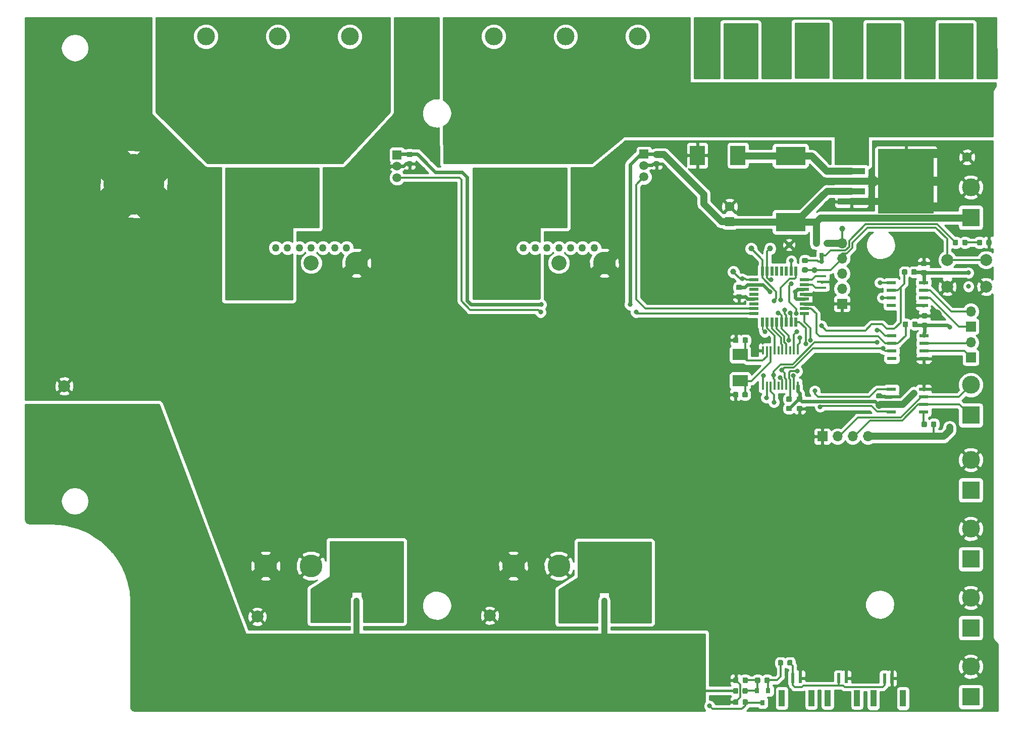
<source format=gbr>
G04 #@! TF.GenerationSoftware,KiCad,Pcbnew,(5.0.1)-3*
G04 #@! TF.CreationDate,2018-11-01T17:09:47-05:00*
G04 #@! TF.ProjectId,power_board,706F7765725F626F6172642E6B696361,rev?*
G04 #@! TF.SameCoordinates,Original*
G04 #@! TF.FileFunction,Copper,L1,Top,Signal*
G04 #@! TF.FilePolarity,Positive*
%FSLAX46Y46*%
G04 Gerber Fmt 4.6, Leading zero omitted, Abs format (unit mm)*
G04 Created by KiCad (PCBNEW (5.0.1)-3) date 11/1/2018 5:09:47 PM*
%MOMM*%
%LPD*%
G01*
G04 APERTURE LIST*
G04 #@! TA.AperFunction,SMDPad,CuDef*
%ADD10R,2.500000X3.300000*%
G04 #@! TD*
G04 #@! TA.AperFunction,ComponentPad*
%ADD11R,1.600000X1.600000*%
G04 #@! TD*
G04 #@! TA.AperFunction,ComponentPad*
%ADD12C,1.600000*%
G04 #@! TD*
G04 #@! TA.AperFunction,BGAPad,CuDef*
%ADD13C,1.000000*%
G04 #@! TD*
G04 #@! TA.AperFunction,ComponentPad*
%ADD14C,3.810000*%
G04 #@! TD*
G04 #@! TA.AperFunction,ComponentPad*
%ADD15C,2.540000*%
G04 #@! TD*
G04 #@! TA.AperFunction,ComponentPad*
%ADD16C,1.270000*%
G04 #@! TD*
G04 #@! TA.AperFunction,Conductor*
%ADD17C,0.100000*%
G04 #@! TD*
G04 #@! TA.AperFunction,SMDPad,CuDef*
%ADD18C,1.925000*%
G04 #@! TD*
G04 #@! TA.AperFunction,ComponentPad*
%ADD19R,2.000000X2.000000*%
G04 #@! TD*
G04 #@! TA.AperFunction,ComponentPad*
%ADD20C,2.000000*%
G04 #@! TD*
G04 #@! TA.AperFunction,SMDPad,CuDef*
%ADD21R,0.600000X1.700000*%
G04 #@! TD*
G04 #@! TA.AperFunction,SMDPad,CuDef*
%ADD22R,1.000000X2.800000*%
G04 #@! TD*
G04 #@! TA.AperFunction,SMDPad,CuDef*
%ADD23C,0.875000*%
G04 #@! TD*
G04 #@! TA.AperFunction,SMDPad,CuDef*
%ADD24R,0.800000X0.900000*%
G04 #@! TD*
G04 #@! TA.AperFunction,ComponentPad*
%ADD25R,1.700000X1.700000*%
G04 #@! TD*
G04 #@! TA.AperFunction,ComponentPad*
%ADD26O,1.700000X1.700000*%
G04 #@! TD*
G04 #@! TA.AperFunction,SMDPad,CuDef*
%ADD27R,1.550000X0.600000*%
G04 #@! TD*
G04 #@! TA.AperFunction,ComponentPad*
%ADD28C,3.000000*%
G04 #@! TD*
G04 #@! TA.AperFunction,ComponentPad*
%ADD29R,3.000000X3.000000*%
G04 #@! TD*
G04 #@! TA.AperFunction,SMDPad,CuDef*
%ADD30R,2.500000X1.900000*%
G04 #@! TD*
G04 #@! TA.AperFunction,SMDPad,CuDef*
%ADD31R,1.600000X0.300000*%
G04 #@! TD*
G04 #@! TA.AperFunction,SMDPad,CuDef*
%ADD32R,5.000000X3.100000*%
G04 #@! TD*
G04 #@! TA.AperFunction,SMDPad,CuDef*
%ADD33R,4.600000X1.100000*%
G04 #@! TD*
G04 #@! TA.AperFunction,SMDPad,CuDef*
%ADD34R,9.400000X10.800000*%
G04 #@! TD*
G04 #@! TA.AperFunction,ComponentPad*
%ADD35C,10.160000*%
G04 #@! TD*
G04 #@! TA.AperFunction,SMDPad,CuDef*
%ADD36R,1.600000X0.550000*%
G04 #@! TD*
G04 #@! TA.AperFunction,SMDPad,CuDef*
%ADD37R,0.550000X1.600000*%
G04 #@! TD*
G04 #@! TA.AperFunction,SMDPad,CuDef*
%ADD38R,0.450000X1.450000*%
G04 #@! TD*
G04 #@! TA.AperFunction,ComponentPad*
%ADD39O,6.000000X9.000000*%
G04 #@! TD*
G04 #@! TA.AperFunction,ComponentPad*
%ADD40R,1.500000X1.500000*%
G04 #@! TD*
G04 #@! TA.AperFunction,ComponentPad*
%ADD41C,1.500000*%
G04 #@! TD*
G04 #@! TA.AperFunction,ComponentPad*
%ADD42C,0.800000*%
G04 #@! TD*
G04 #@! TA.AperFunction,Conductor*
%ADD43C,0.800000*%
G04 #@! TD*
G04 #@! TA.AperFunction,ViaPad*
%ADD44C,1.905000*%
G04 #@! TD*
G04 #@! TA.AperFunction,ViaPad*
%ADD45C,0.800000*%
G04 #@! TD*
G04 #@! TA.AperFunction,Conductor*
%ADD46C,1.524000*%
G04 #@! TD*
G04 #@! TA.AperFunction,Conductor*
%ADD47C,0.250000*%
G04 #@! TD*
G04 #@! TA.AperFunction,Conductor*
%ADD48C,0.609600*%
G04 #@! TD*
G04 #@! TA.AperFunction,Conductor*
%ADD49C,1.143000*%
G04 #@! TD*
G04 #@! TA.AperFunction,Conductor*
%ADD50C,0.304800*%
G04 #@! TD*
G04 #@! TA.AperFunction,Conductor*
%ADD51C,1.905000*%
G04 #@! TD*
G04 #@! TA.AperFunction,Conductor*
%ADD52C,6.350000*%
G04 #@! TD*
G04 #@! TA.AperFunction,Conductor*
%ADD53C,1.016000*%
G04 #@! TD*
G04 #@! TA.AperFunction,Conductor*
%ADD54C,0.406400*%
G04 #@! TD*
G04 #@! TA.AperFunction,Conductor*
%ADD55C,0.254000*%
G04 #@! TD*
G04 APERTURE END LIST*
D10*
G04 #@! TO.P,D2,1*
G04 #@! TO.N,Net-(D2-Pad1)*
X182575200Y-56134000D03*
G04 #@! TO.P,D2,2*
G04 #@! TO.N,GNDREF*
X175775200Y-56134000D03*
G04 #@! TD*
D11*
G04 #@! TO.P,C14,1*
G04 #@! TO.N,+12VA*
X220980000Y-51435000D03*
D12*
G04 #@! TO.P,C14,2*
G04 #@! TO.N,GNDREF*
X220980000Y-56435000D03*
G04 #@! TD*
D13*
G04 #@! TO.P,TP5,1*
G04 #@! TO.N,MOSI*
X187960000Y-71755000D03*
G04 #@! TD*
G04 #@! TO.P,TP6,1*
G04 #@! TO.N,GNDREF*
X191135000Y-71120000D03*
G04 #@! TD*
G04 #@! TO.P,TP1,1*
G04 #@! TO.N,MISO*
X184785000Y-71755000D03*
G04 #@! TD*
G04 #@! TO.P,TP2,1*
G04 #@! TO.N,SCK*
X181787800Y-75641200D03*
G04 #@! TD*
G04 #@! TO.P,TP3,1*
G04 #@! TO.N,RESET*
X195376800Y-75336400D03*
G04 #@! TD*
G04 #@! TO.P,TP4,1*
G04 #@! TO.N,VPP*
X200025000Y-68402200D03*
G04 #@! TD*
D14*
G04 #@! TO.P,REG2,1*
G04 #@! TO.N,48V*
X160147000Y-124968000D03*
G04 #@! TO.P,REG2,2*
G04 #@! TO.N,GNDREF*
X152527000Y-124968000D03*
G04 #@! TO.P,REG2,3*
X144907000Y-124968000D03*
G04 #@! TO.P,REG2,6*
X160147000Y-74168000D03*
D15*
G04 #@! TO.P,REG2,5*
G04 #@! TO.N,Net-(REG2-Pad5)*
X152527000Y-74168000D03*
D14*
G04 #@! TO.P,REG2,4*
G04 #@! TO.N,12VA_IN*
X144907000Y-74168000D03*
D16*
G04 #@! TO.P,REG2,7*
G04 #@! TO.N,N/C*
X146583400Y-71628000D03*
G04 #@! TO.P,REG2,8*
X148564600Y-71628000D03*
G04 #@! TO.P,REG2,9*
X150545800Y-71628000D03*
G04 #@! TO.P,REG2,10*
X152527000Y-71628000D03*
G04 #@! TO.P,REG2,11*
X154508200Y-71628000D03*
G04 #@! TO.P,REG2,12*
X156489400Y-71628000D03*
G04 #@! TO.P,REG2,13*
X158470600Y-71628000D03*
G04 #@! TD*
D17*
G04 #@! TO.N,+12VA*
G04 #@! TO.C,F3*
G36*
X209509505Y-47596704D02*
X209533773Y-47600304D01*
X209557572Y-47606265D01*
X209580671Y-47614530D01*
X209602850Y-47625020D01*
X209623893Y-47637632D01*
X209643599Y-47652247D01*
X209661777Y-47668723D01*
X209678253Y-47686901D01*
X209692868Y-47706607D01*
X209705480Y-47727650D01*
X209715970Y-47749829D01*
X209724235Y-47772928D01*
X209730196Y-47796727D01*
X209733796Y-47820995D01*
X209735000Y-47845499D01*
X209735000Y-49270501D01*
X209733796Y-49295005D01*
X209730196Y-49319273D01*
X209724235Y-49343072D01*
X209715970Y-49366171D01*
X209705480Y-49388350D01*
X209692868Y-49409393D01*
X209678253Y-49429099D01*
X209661777Y-49447277D01*
X209643599Y-49463753D01*
X209623893Y-49478368D01*
X209602850Y-49490980D01*
X209580671Y-49501470D01*
X209557572Y-49509735D01*
X209533773Y-49515696D01*
X209509505Y-49519296D01*
X209485001Y-49520500D01*
X204534999Y-49520500D01*
X204510495Y-49519296D01*
X204486227Y-49515696D01*
X204462428Y-49509735D01*
X204439329Y-49501470D01*
X204417150Y-49490980D01*
X204396107Y-49478368D01*
X204376401Y-49463753D01*
X204358223Y-49447277D01*
X204341747Y-49429099D01*
X204327132Y-49409393D01*
X204314520Y-49388350D01*
X204304030Y-49366171D01*
X204295765Y-49343072D01*
X204289804Y-49319273D01*
X204286204Y-49295005D01*
X204285000Y-49270501D01*
X204285000Y-47845499D01*
X204286204Y-47820995D01*
X204289804Y-47796727D01*
X204295765Y-47772928D01*
X204304030Y-47749829D01*
X204314520Y-47727650D01*
X204327132Y-47706607D01*
X204341747Y-47686901D01*
X204358223Y-47668723D01*
X204376401Y-47652247D01*
X204396107Y-47637632D01*
X204417150Y-47625020D01*
X204439329Y-47614530D01*
X204462428Y-47606265D01*
X204486227Y-47600304D01*
X204510495Y-47596704D01*
X204534999Y-47595500D01*
X209485001Y-47595500D01*
X209509505Y-47596704D01*
X209509505Y-47596704D01*
G37*
D18*
G04 #@! TD*
G04 #@! TO.P,F3,2*
G04 #@! TO.N,+12VA*
X207010000Y-48558000D03*
D17*
G04 #@! TO.N,Net-(F3-Pad1)*
G04 #@! TO.C,F3*
G36*
X209509505Y-40821704D02*
X209533773Y-40825304D01*
X209557572Y-40831265D01*
X209580671Y-40839530D01*
X209602850Y-40850020D01*
X209623893Y-40862632D01*
X209643599Y-40877247D01*
X209661777Y-40893723D01*
X209678253Y-40911901D01*
X209692868Y-40931607D01*
X209705480Y-40952650D01*
X209715970Y-40974829D01*
X209724235Y-40997928D01*
X209730196Y-41021727D01*
X209733796Y-41045995D01*
X209735000Y-41070499D01*
X209735000Y-42495501D01*
X209733796Y-42520005D01*
X209730196Y-42544273D01*
X209724235Y-42568072D01*
X209715970Y-42591171D01*
X209705480Y-42613350D01*
X209692868Y-42634393D01*
X209678253Y-42654099D01*
X209661777Y-42672277D01*
X209643599Y-42688753D01*
X209623893Y-42703368D01*
X209602850Y-42715980D01*
X209580671Y-42726470D01*
X209557572Y-42734735D01*
X209533773Y-42740696D01*
X209509505Y-42744296D01*
X209485001Y-42745500D01*
X204534999Y-42745500D01*
X204510495Y-42744296D01*
X204486227Y-42740696D01*
X204462428Y-42734735D01*
X204439329Y-42726470D01*
X204417150Y-42715980D01*
X204396107Y-42703368D01*
X204376401Y-42688753D01*
X204358223Y-42672277D01*
X204341747Y-42654099D01*
X204327132Y-42634393D01*
X204314520Y-42613350D01*
X204304030Y-42591171D01*
X204295765Y-42568072D01*
X204289804Y-42544273D01*
X204286204Y-42520005D01*
X204285000Y-42495501D01*
X204285000Y-41070499D01*
X204286204Y-41045995D01*
X204289804Y-41021727D01*
X204295765Y-40997928D01*
X204304030Y-40974829D01*
X204314520Y-40952650D01*
X204327132Y-40931607D01*
X204341747Y-40911901D01*
X204358223Y-40893723D01*
X204376401Y-40877247D01*
X204396107Y-40862632D01*
X204417150Y-40850020D01*
X204439329Y-40839530D01*
X204462428Y-40831265D01*
X204486227Y-40825304D01*
X204510495Y-40821704D01*
X204534999Y-40820500D01*
X209485001Y-40820500D01*
X209509505Y-40821704D01*
X209509505Y-40821704D01*
G37*
D18*
G04 #@! TD*
G04 #@! TO.P,F3,1*
G04 #@! TO.N,Net-(F3-Pad1)*
X207010000Y-41783000D03*
D17*
G04 #@! TO.N,Net-(F4-Pad1)*
G04 #@! TO.C,F4*
G36*
X197444505Y-40863204D02*
X197468773Y-40866804D01*
X197492572Y-40872765D01*
X197515671Y-40881030D01*
X197537850Y-40891520D01*
X197558893Y-40904132D01*
X197578599Y-40918747D01*
X197596777Y-40935223D01*
X197613253Y-40953401D01*
X197627868Y-40973107D01*
X197640480Y-40994150D01*
X197650970Y-41016329D01*
X197659235Y-41039428D01*
X197665196Y-41063227D01*
X197668796Y-41087495D01*
X197670000Y-41111999D01*
X197670000Y-42537001D01*
X197668796Y-42561505D01*
X197665196Y-42585773D01*
X197659235Y-42609572D01*
X197650970Y-42632671D01*
X197640480Y-42654850D01*
X197627868Y-42675893D01*
X197613253Y-42695599D01*
X197596777Y-42713777D01*
X197578599Y-42730253D01*
X197558893Y-42744868D01*
X197537850Y-42757480D01*
X197515671Y-42767970D01*
X197492572Y-42776235D01*
X197468773Y-42782196D01*
X197444505Y-42785796D01*
X197420001Y-42787000D01*
X192469999Y-42787000D01*
X192445495Y-42785796D01*
X192421227Y-42782196D01*
X192397428Y-42776235D01*
X192374329Y-42767970D01*
X192352150Y-42757480D01*
X192331107Y-42744868D01*
X192311401Y-42730253D01*
X192293223Y-42713777D01*
X192276747Y-42695599D01*
X192262132Y-42675893D01*
X192249520Y-42654850D01*
X192239030Y-42632671D01*
X192230765Y-42609572D01*
X192224804Y-42585773D01*
X192221204Y-42561505D01*
X192220000Y-42537001D01*
X192220000Y-41111999D01*
X192221204Y-41087495D01*
X192224804Y-41063227D01*
X192230765Y-41039428D01*
X192239030Y-41016329D01*
X192249520Y-40994150D01*
X192262132Y-40973107D01*
X192276747Y-40953401D01*
X192293223Y-40935223D01*
X192311401Y-40918747D01*
X192331107Y-40904132D01*
X192352150Y-40891520D01*
X192374329Y-40881030D01*
X192397428Y-40872765D01*
X192421227Y-40866804D01*
X192445495Y-40863204D01*
X192469999Y-40862000D01*
X197420001Y-40862000D01*
X197444505Y-40863204D01*
X197444505Y-40863204D01*
G37*
D18*
G04 #@! TD*
G04 #@! TO.P,F4,1*
G04 #@! TO.N,Net-(F4-Pad1)*
X194945000Y-41824500D03*
D17*
G04 #@! TO.N,+12VA*
G04 #@! TO.C,F4*
G36*
X197444505Y-47638204D02*
X197468773Y-47641804D01*
X197492572Y-47647765D01*
X197515671Y-47656030D01*
X197537850Y-47666520D01*
X197558893Y-47679132D01*
X197578599Y-47693747D01*
X197596777Y-47710223D01*
X197613253Y-47728401D01*
X197627868Y-47748107D01*
X197640480Y-47769150D01*
X197650970Y-47791329D01*
X197659235Y-47814428D01*
X197665196Y-47838227D01*
X197668796Y-47862495D01*
X197670000Y-47886999D01*
X197670000Y-49312001D01*
X197668796Y-49336505D01*
X197665196Y-49360773D01*
X197659235Y-49384572D01*
X197650970Y-49407671D01*
X197640480Y-49429850D01*
X197627868Y-49450893D01*
X197613253Y-49470599D01*
X197596777Y-49488777D01*
X197578599Y-49505253D01*
X197558893Y-49519868D01*
X197537850Y-49532480D01*
X197515671Y-49542970D01*
X197492572Y-49551235D01*
X197468773Y-49557196D01*
X197444505Y-49560796D01*
X197420001Y-49562000D01*
X192469999Y-49562000D01*
X192445495Y-49560796D01*
X192421227Y-49557196D01*
X192397428Y-49551235D01*
X192374329Y-49542970D01*
X192352150Y-49532480D01*
X192331107Y-49519868D01*
X192311401Y-49505253D01*
X192293223Y-49488777D01*
X192276747Y-49470599D01*
X192262132Y-49450893D01*
X192249520Y-49429850D01*
X192239030Y-49407671D01*
X192230765Y-49384572D01*
X192224804Y-49360773D01*
X192221204Y-49336505D01*
X192220000Y-49312001D01*
X192220000Y-47886999D01*
X192221204Y-47862495D01*
X192224804Y-47838227D01*
X192230765Y-47814428D01*
X192239030Y-47791329D01*
X192249520Y-47769150D01*
X192262132Y-47748107D01*
X192276747Y-47728401D01*
X192293223Y-47710223D01*
X192311401Y-47693747D01*
X192331107Y-47679132D01*
X192352150Y-47666520D01*
X192374329Y-47656030D01*
X192397428Y-47647765D01*
X192421227Y-47641804D01*
X192445495Y-47638204D01*
X192469999Y-47637000D01*
X197420001Y-47637000D01*
X197444505Y-47638204D01*
X197444505Y-47638204D01*
G37*
D18*
G04 #@! TD*
G04 #@! TO.P,F4,2*
G04 #@! TO.N,+12VA*
X194945000Y-48599500D03*
D17*
G04 #@! TO.N,+12VA*
G04 #@! TO.C,F1*
G36*
X221574505Y-47596704D02*
X221598773Y-47600304D01*
X221622572Y-47606265D01*
X221645671Y-47614530D01*
X221667850Y-47625020D01*
X221688893Y-47637632D01*
X221708599Y-47652247D01*
X221726777Y-47668723D01*
X221743253Y-47686901D01*
X221757868Y-47706607D01*
X221770480Y-47727650D01*
X221780970Y-47749829D01*
X221789235Y-47772928D01*
X221795196Y-47796727D01*
X221798796Y-47820995D01*
X221800000Y-47845499D01*
X221800000Y-49270501D01*
X221798796Y-49295005D01*
X221795196Y-49319273D01*
X221789235Y-49343072D01*
X221780970Y-49366171D01*
X221770480Y-49388350D01*
X221757868Y-49409393D01*
X221743253Y-49429099D01*
X221726777Y-49447277D01*
X221708599Y-49463753D01*
X221688893Y-49478368D01*
X221667850Y-49490980D01*
X221645671Y-49501470D01*
X221622572Y-49509735D01*
X221598773Y-49515696D01*
X221574505Y-49519296D01*
X221550001Y-49520500D01*
X216599999Y-49520500D01*
X216575495Y-49519296D01*
X216551227Y-49515696D01*
X216527428Y-49509735D01*
X216504329Y-49501470D01*
X216482150Y-49490980D01*
X216461107Y-49478368D01*
X216441401Y-49463753D01*
X216423223Y-49447277D01*
X216406747Y-49429099D01*
X216392132Y-49409393D01*
X216379520Y-49388350D01*
X216369030Y-49366171D01*
X216360765Y-49343072D01*
X216354804Y-49319273D01*
X216351204Y-49295005D01*
X216350000Y-49270501D01*
X216350000Y-47845499D01*
X216351204Y-47820995D01*
X216354804Y-47796727D01*
X216360765Y-47772928D01*
X216369030Y-47749829D01*
X216379520Y-47727650D01*
X216392132Y-47706607D01*
X216406747Y-47686901D01*
X216423223Y-47668723D01*
X216441401Y-47652247D01*
X216461107Y-47637632D01*
X216482150Y-47625020D01*
X216504329Y-47614530D01*
X216527428Y-47606265D01*
X216551227Y-47600304D01*
X216575495Y-47596704D01*
X216599999Y-47595500D01*
X221550001Y-47595500D01*
X221574505Y-47596704D01*
X221574505Y-47596704D01*
G37*
D18*
G04 #@! TD*
G04 #@! TO.P,F1,2*
G04 #@! TO.N,+12VA*
X219075000Y-48558000D03*
D17*
G04 #@! TO.N,Net-(F1-Pad1)*
G04 #@! TO.C,F1*
G36*
X221574505Y-40821704D02*
X221598773Y-40825304D01*
X221622572Y-40831265D01*
X221645671Y-40839530D01*
X221667850Y-40850020D01*
X221688893Y-40862632D01*
X221708599Y-40877247D01*
X221726777Y-40893723D01*
X221743253Y-40911901D01*
X221757868Y-40931607D01*
X221770480Y-40952650D01*
X221780970Y-40974829D01*
X221789235Y-40997928D01*
X221795196Y-41021727D01*
X221798796Y-41045995D01*
X221800000Y-41070499D01*
X221800000Y-42495501D01*
X221798796Y-42520005D01*
X221795196Y-42544273D01*
X221789235Y-42568072D01*
X221780970Y-42591171D01*
X221770480Y-42613350D01*
X221757868Y-42634393D01*
X221743253Y-42654099D01*
X221726777Y-42672277D01*
X221708599Y-42688753D01*
X221688893Y-42703368D01*
X221667850Y-42715980D01*
X221645671Y-42726470D01*
X221622572Y-42734735D01*
X221598773Y-42740696D01*
X221574505Y-42744296D01*
X221550001Y-42745500D01*
X216599999Y-42745500D01*
X216575495Y-42744296D01*
X216551227Y-42740696D01*
X216527428Y-42734735D01*
X216504329Y-42726470D01*
X216482150Y-42715980D01*
X216461107Y-42703368D01*
X216441401Y-42688753D01*
X216423223Y-42672277D01*
X216406747Y-42654099D01*
X216392132Y-42634393D01*
X216379520Y-42613350D01*
X216369030Y-42591171D01*
X216360765Y-42568072D01*
X216354804Y-42544273D01*
X216351204Y-42520005D01*
X216350000Y-42495501D01*
X216350000Y-41070499D01*
X216351204Y-41045995D01*
X216354804Y-41021727D01*
X216360765Y-40997928D01*
X216369030Y-40974829D01*
X216379520Y-40952650D01*
X216392132Y-40931607D01*
X216406747Y-40911901D01*
X216423223Y-40893723D01*
X216441401Y-40877247D01*
X216461107Y-40862632D01*
X216482150Y-40850020D01*
X216504329Y-40839530D01*
X216527428Y-40831265D01*
X216551227Y-40825304D01*
X216575495Y-40821704D01*
X216599999Y-40820500D01*
X221550001Y-40820500D01*
X221574505Y-40821704D01*
X221574505Y-40821704D01*
G37*
D18*
G04 #@! TD*
G04 #@! TO.P,F1,1*
G04 #@! TO.N,Net-(F1-Pad1)*
X219075000Y-41783000D03*
D17*
G04 #@! TO.N,Net-(F2-Pad1)*
G04 #@! TO.C,F2*
G36*
X185506505Y-40904704D02*
X185530773Y-40908304D01*
X185554572Y-40914265D01*
X185577671Y-40922530D01*
X185599850Y-40933020D01*
X185620893Y-40945632D01*
X185640599Y-40960247D01*
X185658777Y-40976723D01*
X185675253Y-40994901D01*
X185689868Y-41014607D01*
X185702480Y-41035650D01*
X185712970Y-41057829D01*
X185721235Y-41080928D01*
X185727196Y-41104727D01*
X185730796Y-41128995D01*
X185732000Y-41153499D01*
X185732000Y-42578501D01*
X185730796Y-42603005D01*
X185727196Y-42627273D01*
X185721235Y-42651072D01*
X185712970Y-42674171D01*
X185702480Y-42696350D01*
X185689868Y-42717393D01*
X185675253Y-42737099D01*
X185658777Y-42755277D01*
X185640599Y-42771753D01*
X185620893Y-42786368D01*
X185599850Y-42798980D01*
X185577671Y-42809470D01*
X185554572Y-42817735D01*
X185530773Y-42823696D01*
X185506505Y-42827296D01*
X185482001Y-42828500D01*
X180531999Y-42828500D01*
X180507495Y-42827296D01*
X180483227Y-42823696D01*
X180459428Y-42817735D01*
X180436329Y-42809470D01*
X180414150Y-42798980D01*
X180393107Y-42786368D01*
X180373401Y-42771753D01*
X180355223Y-42755277D01*
X180338747Y-42737099D01*
X180324132Y-42717393D01*
X180311520Y-42696350D01*
X180301030Y-42674171D01*
X180292765Y-42651072D01*
X180286804Y-42627273D01*
X180283204Y-42603005D01*
X180282000Y-42578501D01*
X180282000Y-41153499D01*
X180283204Y-41128995D01*
X180286804Y-41104727D01*
X180292765Y-41080928D01*
X180301030Y-41057829D01*
X180311520Y-41035650D01*
X180324132Y-41014607D01*
X180338747Y-40994901D01*
X180355223Y-40976723D01*
X180373401Y-40960247D01*
X180393107Y-40945632D01*
X180414150Y-40933020D01*
X180436329Y-40922530D01*
X180459428Y-40914265D01*
X180483227Y-40908304D01*
X180507495Y-40904704D01*
X180531999Y-40903500D01*
X185482001Y-40903500D01*
X185506505Y-40904704D01*
X185506505Y-40904704D01*
G37*
D18*
G04 #@! TD*
G04 #@! TO.P,F2,1*
G04 #@! TO.N,Net-(F2-Pad1)*
X183007000Y-41866000D03*
D17*
G04 #@! TO.N,+12VA*
G04 #@! TO.C,F2*
G36*
X185506505Y-47679704D02*
X185530773Y-47683304D01*
X185554572Y-47689265D01*
X185577671Y-47697530D01*
X185599850Y-47708020D01*
X185620893Y-47720632D01*
X185640599Y-47735247D01*
X185658777Y-47751723D01*
X185675253Y-47769901D01*
X185689868Y-47789607D01*
X185702480Y-47810650D01*
X185712970Y-47832829D01*
X185721235Y-47855928D01*
X185727196Y-47879727D01*
X185730796Y-47903995D01*
X185732000Y-47928499D01*
X185732000Y-49353501D01*
X185730796Y-49378005D01*
X185727196Y-49402273D01*
X185721235Y-49426072D01*
X185712970Y-49449171D01*
X185702480Y-49471350D01*
X185689868Y-49492393D01*
X185675253Y-49512099D01*
X185658777Y-49530277D01*
X185640599Y-49546753D01*
X185620893Y-49561368D01*
X185599850Y-49573980D01*
X185577671Y-49584470D01*
X185554572Y-49592735D01*
X185530773Y-49598696D01*
X185506505Y-49602296D01*
X185482001Y-49603500D01*
X180531999Y-49603500D01*
X180507495Y-49602296D01*
X180483227Y-49598696D01*
X180459428Y-49592735D01*
X180436329Y-49584470D01*
X180414150Y-49573980D01*
X180393107Y-49561368D01*
X180373401Y-49546753D01*
X180355223Y-49530277D01*
X180338747Y-49512099D01*
X180324132Y-49492393D01*
X180311520Y-49471350D01*
X180301030Y-49449171D01*
X180292765Y-49426072D01*
X180286804Y-49402273D01*
X180283204Y-49378005D01*
X180282000Y-49353501D01*
X180282000Y-47928499D01*
X180283204Y-47903995D01*
X180286804Y-47879727D01*
X180292765Y-47855928D01*
X180301030Y-47832829D01*
X180311520Y-47810650D01*
X180324132Y-47789607D01*
X180338747Y-47769901D01*
X180355223Y-47751723D01*
X180373401Y-47735247D01*
X180393107Y-47720632D01*
X180414150Y-47708020D01*
X180436329Y-47697530D01*
X180459428Y-47689265D01*
X180483227Y-47683304D01*
X180507495Y-47679704D01*
X180531999Y-47678500D01*
X185482001Y-47678500D01*
X185506505Y-47679704D01*
X185506505Y-47679704D01*
G37*
D18*
G04 #@! TD*
G04 #@! TO.P,F2,2*
G04 #@! TO.N,+12VA*
X183007000Y-48641000D03*
D19*
G04 #@! TO.P,C11,1*
G04 #@! TO.N,+48V*
X101981000Y-138477000D03*
D20*
G04 #@! TO.P,C11,2*
G04 #@! TO.N,GNDREF*
X101981000Y-133477000D03*
G04 #@! TD*
G04 #@! TO.P,C1,2*
G04 #@! TO.N,GNDREF*
X69596000Y-94822000D03*
D19*
G04 #@! TO.P,C1,1*
G04 #@! TO.N,+48V*
X69596000Y-99822000D03*
G04 #@! TD*
G04 #@! TO.P,C2,1*
G04 #@! TO.N,+48V*
X140970000Y-138303000D03*
D20*
G04 #@! TO.P,C2,2*
G04 #@! TO.N,GNDREF*
X140970000Y-133303000D03*
G04 #@! TD*
D21*
G04 #@! TO.P,J5,1*
G04 #@! TO.N,GNDREF*
X200712000Y-143795080D03*
G04 #@! TO.P,J5,2*
G04 #@! TO.N,Net-(J18-Pad2)*
X199462000Y-143795080D03*
D22*
G04 #@! TO.P,J5,MP*
G04 #@! TO.N,N/C*
X202562000Y-147145080D03*
X197612000Y-147145080D03*
G04 #@! TD*
G04 #@! TO.P,J4,MP*
G04 #@! TO.N,N/C*
X189926920Y-147145080D03*
X194876920Y-147145080D03*
D21*
G04 #@! TO.P,J4,2*
G04 #@! TO.N,Net-(J18-Pad2)*
X191776920Y-143795080D03*
G04 #@! TO.P,J4,1*
G04 #@! TO.N,GNDREF*
X193026920Y-143795080D03*
G04 #@! TD*
D17*
G04 #@! TO.N,+5VA*
G04 #@! TO.C,R5*
G36*
X184034691Y-143671053D02*
X184055926Y-143674203D01*
X184076750Y-143679419D01*
X184096962Y-143686651D01*
X184116368Y-143695830D01*
X184134781Y-143706866D01*
X184152024Y-143719654D01*
X184167930Y-143734070D01*
X184182346Y-143749976D01*
X184195134Y-143767219D01*
X184206170Y-143785632D01*
X184215349Y-143805038D01*
X184222581Y-143825250D01*
X184227797Y-143846074D01*
X184230947Y-143867309D01*
X184232000Y-143888750D01*
X184232000Y-144401250D01*
X184230947Y-144422691D01*
X184227797Y-144443926D01*
X184222581Y-144464750D01*
X184215349Y-144484962D01*
X184206170Y-144504368D01*
X184195134Y-144522781D01*
X184182346Y-144540024D01*
X184167930Y-144555930D01*
X184152024Y-144570346D01*
X184134781Y-144583134D01*
X184116368Y-144594170D01*
X184096962Y-144603349D01*
X184076750Y-144610581D01*
X184055926Y-144615797D01*
X184034691Y-144618947D01*
X184013250Y-144620000D01*
X183575750Y-144620000D01*
X183554309Y-144618947D01*
X183533074Y-144615797D01*
X183512250Y-144610581D01*
X183492038Y-144603349D01*
X183472632Y-144594170D01*
X183454219Y-144583134D01*
X183436976Y-144570346D01*
X183421070Y-144555930D01*
X183406654Y-144540024D01*
X183393866Y-144522781D01*
X183382830Y-144504368D01*
X183373651Y-144484962D01*
X183366419Y-144464750D01*
X183361203Y-144443926D01*
X183358053Y-144422691D01*
X183357000Y-144401250D01*
X183357000Y-143888750D01*
X183358053Y-143867309D01*
X183361203Y-143846074D01*
X183366419Y-143825250D01*
X183373651Y-143805038D01*
X183382830Y-143785632D01*
X183393866Y-143767219D01*
X183406654Y-143749976D01*
X183421070Y-143734070D01*
X183436976Y-143719654D01*
X183454219Y-143706866D01*
X183472632Y-143695830D01*
X183492038Y-143686651D01*
X183512250Y-143679419D01*
X183533074Y-143674203D01*
X183554309Y-143671053D01*
X183575750Y-143670000D01*
X184013250Y-143670000D01*
X184034691Y-143671053D01*
X184034691Y-143671053D01*
G37*
D23*
G04 #@! TD*
G04 #@! TO.P,R5,2*
G04 #@! TO.N,+5VA*
X183794500Y-144145000D03*
D17*
G04 #@! TO.N,GNDREF*
G04 #@! TO.C,R5*
G36*
X182459691Y-143671053D02*
X182480926Y-143674203D01*
X182501750Y-143679419D01*
X182521962Y-143686651D01*
X182541368Y-143695830D01*
X182559781Y-143706866D01*
X182577024Y-143719654D01*
X182592930Y-143734070D01*
X182607346Y-143749976D01*
X182620134Y-143767219D01*
X182631170Y-143785632D01*
X182640349Y-143805038D01*
X182647581Y-143825250D01*
X182652797Y-143846074D01*
X182655947Y-143867309D01*
X182657000Y-143888750D01*
X182657000Y-144401250D01*
X182655947Y-144422691D01*
X182652797Y-144443926D01*
X182647581Y-144464750D01*
X182640349Y-144484962D01*
X182631170Y-144504368D01*
X182620134Y-144522781D01*
X182607346Y-144540024D01*
X182592930Y-144555930D01*
X182577024Y-144570346D01*
X182559781Y-144583134D01*
X182541368Y-144594170D01*
X182521962Y-144603349D01*
X182501750Y-144610581D01*
X182480926Y-144615797D01*
X182459691Y-144618947D01*
X182438250Y-144620000D01*
X182000750Y-144620000D01*
X181979309Y-144618947D01*
X181958074Y-144615797D01*
X181937250Y-144610581D01*
X181917038Y-144603349D01*
X181897632Y-144594170D01*
X181879219Y-144583134D01*
X181861976Y-144570346D01*
X181846070Y-144555930D01*
X181831654Y-144540024D01*
X181818866Y-144522781D01*
X181807830Y-144504368D01*
X181798651Y-144484962D01*
X181791419Y-144464750D01*
X181786203Y-144443926D01*
X181783053Y-144422691D01*
X181782000Y-144401250D01*
X181782000Y-143888750D01*
X181783053Y-143867309D01*
X181786203Y-143846074D01*
X181791419Y-143825250D01*
X181798651Y-143805038D01*
X181807830Y-143785632D01*
X181818866Y-143767219D01*
X181831654Y-143749976D01*
X181846070Y-143734070D01*
X181861976Y-143719654D01*
X181879219Y-143706866D01*
X181897632Y-143695830D01*
X181917038Y-143686651D01*
X181937250Y-143679419D01*
X181958074Y-143674203D01*
X181979309Y-143671053D01*
X182000750Y-143670000D01*
X182438250Y-143670000D01*
X182459691Y-143671053D01*
X182459691Y-143671053D01*
G37*
D23*
G04 #@! TD*
G04 #@! TO.P,R5,1*
G04 #@! TO.N,GNDREF*
X182219500Y-144145000D03*
D17*
G04 #@! TO.N,+5VA*
G04 #@! TO.C,R4*
G36*
X184009191Y-145449053D02*
X184030426Y-145452203D01*
X184051250Y-145457419D01*
X184071462Y-145464651D01*
X184090868Y-145473830D01*
X184109281Y-145484866D01*
X184126524Y-145497654D01*
X184142430Y-145512070D01*
X184156846Y-145527976D01*
X184169634Y-145545219D01*
X184180670Y-145563632D01*
X184189849Y-145583038D01*
X184197081Y-145603250D01*
X184202297Y-145624074D01*
X184205447Y-145645309D01*
X184206500Y-145666750D01*
X184206500Y-146179250D01*
X184205447Y-146200691D01*
X184202297Y-146221926D01*
X184197081Y-146242750D01*
X184189849Y-146262962D01*
X184180670Y-146282368D01*
X184169634Y-146300781D01*
X184156846Y-146318024D01*
X184142430Y-146333930D01*
X184126524Y-146348346D01*
X184109281Y-146361134D01*
X184090868Y-146372170D01*
X184071462Y-146381349D01*
X184051250Y-146388581D01*
X184030426Y-146393797D01*
X184009191Y-146396947D01*
X183987750Y-146398000D01*
X183550250Y-146398000D01*
X183528809Y-146396947D01*
X183507574Y-146393797D01*
X183486750Y-146388581D01*
X183466538Y-146381349D01*
X183447132Y-146372170D01*
X183428719Y-146361134D01*
X183411476Y-146348346D01*
X183395570Y-146333930D01*
X183381154Y-146318024D01*
X183368366Y-146300781D01*
X183357330Y-146282368D01*
X183348151Y-146262962D01*
X183340919Y-146242750D01*
X183335703Y-146221926D01*
X183332553Y-146200691D01*
X183331500Y-146179250D01*
X183331500Y-145666750D01*
X183332553Y-145645309D01*
X183335703Y-145624074D01*
X183340919Y-145603250D01*
X183348151Y-145583038D01*
X183357330Y-145563632D01*
X183368366Y-145545219D01*
X183381154Y-145527976D01*
X183395570Y-145512070D01*
X183411476Y-145497654D01*
X183428719Y-145484866D01*
X183447132Y-145473830D01*
X183466538Y-145464651D01*
X183486750Y-145457419D01*
X183507574Y-145452203D01*
X183528809Y-145449053D01*
X183550250Y-145448000D01*
X183987750Y-145448000D01*
X184009191Y-145449053D01*
X184009191Y-145449053D01*
G37*
D23*
G04 #@! TD*
G04 #@! TO.P,R4,1*
G04 #@! TO.N,+5VA*
X183769000Y-145923000D03*
D17*
G04 #@! TO.N,+48V*
G04 #@! TO.C,R4*
G36*
X182434191Y-145449053D02*
X182455426Y-145452203D01*
X182476250Y-145457419D01*
X182496462Y-145464651D01*
X182515868Y-145473830D01*
X182534281Y-145484866D01*
X182551524Y-145497654D01*
X182567430Y-145512070D01*
X182581846Y-145527976D01*
X182594634Y-145545219D01*
X182605670Y-145563632D01*
X182614849Y-145583038D01*
X182622081Y-145603250D01*
X182627297Y-145624074D01*
X182630447Y-145645309D01*
X182631500Y-145666750D01*
X182631500Y-146179250D01*
X182630447Y-146200691D01*
X182627297Y-146221926D01*
X182622081Y-146242750D01*
X182614849Y-146262962D01*
X182605670Y-146282368D01*
X182594634Y-146300781D01*
X182581846Y-146318024D01*
X182567430Y-146333930D01*
X182551524Y-146348346D01*
X182534281Y-146361134D01*
X182515868Y-146372170D01*
X182496462Y-146381349D01*
X182476250Y-146388581D01*
X182455426Y-146393797D01*
X182434191Y-146396947D01*
X182412750Y-146398000D01*
X181975250Y-146398000D01*
X181953809Y-146396947D01*
X181932574Y-146393797D01*
X181911750Y-146388581D01*
X181891538Y-146381349D01*
X181872132Y-146372170D01*
X181853719Y-146361134D01*
X181836476Y-146348346D01*
X181820570Y-146333930D01*
X181806154Y-146318024D01*
X181793366Y-146300781D01*
X181782330Y-146282368D01*
X181773151Y-146262962D01*
X181765919Y-146242750D01*
X181760703Y-146221926D01*
X181757553Y-146200691D01*
X181756500Y-146179250D01*
X181756500Y-145666750D01*
X181757553Y-145645309D01*
X181760703Y-145624074D01*
X181765919Y-145603250D01*
X181773151Y-145583038D01*
X181782330Y-145563632D01*
X181793366Y-145545219D01*
X181806154Y-145527976D01*
X181820570Y-145512070D01*
X181836476Y-145497654D01*
X181853719Y-145484866D01*
X181872132Y-145473830D01*
X181891538Y-145464651D01*
X181911750Y-145457419D01*
X181932574Y-145452203D01*
X181953809Y-145449053D01*
X181975250Y-145448000D01*
X182412750Y-145448000D01*
X182434191Y-145449053D01*
X182434191Y-145449053D01*
G37*
D23*
G04 #@! TD*
G04 #@! TO.P,R4,2*
G04 #@! TO.N,+48V*
X182194000Y-145923000D03*
D17*
G04 #@! TO.N,Net-(J18-Pad2)*
G04 #@! TO.C,R2*
G36*
X191527691Y-140750053D02*
X191548926Y-140753203D01*
X191569750Y-140758419D01*
X191589962Y-140765651D01*
X191609368Y-140774830D01*
X191627781Y-140785866D01*
X191645024Y-140798654D01*
X191660930Y-140813070D01*
X191675346Y-140828976D01*
X191688134Y-140846219D01*
X191699170Y-140864632D01*
X191708349Y-140884038D01*
X191715581Y-140904250D01*
X191720797Y-140925074D01*
X191723947Y-140946309D01*
X191725000Y-140967750D01*
X191725000Y-141480250D01*
X191723947Y-141501691D01*
X191720797Y-141522926D01*
X191715581Y-141543750D01*
X191708349Y-141563962D01*
X191699170Y-141583368D01*
X191688134Y-141601781D01*
X191675346Y-141619024D01*
X191660930Y-141634930D01*
X191645024Y-141649346D01*
X191627781Y-141662134D01*
X191609368Y-141673170D01*
X191589962Y-141682349D01*
X191569750Y-141689581D01*
X191548926Y-141694797D01*
X191527691Y-141697947D01*
X191506250Y-141699000D01*
X191068750Y-141699000D01*
X191047309Y-141697947D01*
X191026074Y-141694797D01*
X191005250Y-141689581D01*
X190985038Y-141682349D01*
X190965632Y-141673170D01*
X190947219Y-141662134D01*
X190929976Y-141649346D01*
X190914070Y-141634930D01*
X190899654Y-141619024D01*
X190886866Y-141601781D01*
X190875830Y-141583368D01*
X190866651Y-141563962D01*
X190859419Y-141543750D01*
X190854203Y-141522926D01*
X190851053Y-141501691D01*
X190850000Y-141480250D01*
X190850000Y-140967750D01*
X190851053Y-140946309D01*
X190854203Y-140925074D01*
X190859419Y-140904250D01*
X190866651Y-140884038D01*
X190875830Y-140864632D01*
X190886866Y-140846219D01*
X190899654Y-140828976D01*
X190914070Y-140813070D01*
X190929976Y-140798654D01*
X190947219Y-140785866D01*
X190965632Y-140774830D01*
X190985038Y-140765651D01*
X191005250Y-140758419D01*
X191026074Y-140753203D01*
X191047309Y-140750053D01*
X191068750Y-140749000D01*
X191506250Y-140749000D01*
X191527691Y-140750053D01*
X191527691Y-140750053D01*
G37*
D23*
G04 #@! TD*
G04 #@! TO.P,R2,1*
G04 #@! TO.N,Net-(J18-Pad2)*
X191287500Y-141224000D03*
D17*
G04 #@! TO.N,Net-(Q1-Pad1)*
G04 #@! TO.C,R2*
G36*
X189952691Y-140750053D02*
X189973926Y-140753203D01*
X189994750Y-140758419D01*
X190014962Y-140765651D01*
X190034368Y-140774830D01*
X190052781Y-140785866D01*
X190070024Y-140798654D01*
X190085930Y-140813070D01*
X190100346Y-140828976D01*
X190113134Y-140846219D01*
X190124170Y-140864632D01*
X190133349Y-140884038D01*
X190140581Y-140904250D01*
X190145797Y-140925074D01*
X190148947Y-140946309D01*
X190150000Y-140967750D01*
X190150000Y-141480250D01*
X190148947Y-141501691D01*
X190145797Y-141522926D01*
X190140581Y-141543750D01*
X190133349Y-141563962D01*
X190124170Y-141583368D01*
X190113134Y-141601781D01*
X190100346Y-141619024D01*
X190085930Y-141634930D01*
X190070024Y-141649346D01*
X190052781Y-141662134D01*
X190034368Y-141673170D01*
X190014962Y-141682349D01*
X189994750Y-141689581D01*
X189973926Y-141694797D01*
X189952691Y-141697947D01*
X189931250Y-141699000D01*
X189493750Y-141699000D01*
X189472309Y-141697947D01*
X189451074Y-141694797D01*
X189430250Y-141689581D01*
X189410038Y-141682349D01*
X189390632Y-141673170D01*
X189372219Y-141662134D01*
X189354976Y-141649346D01*
X189339070Y-141634930D01*
X189324654Y-141619024D01*
X189311866Y-141601781D01*
X189300830Y-141583368D01*
X189291651Y-141563962D01*
X189284419Y-141543750D01*
X189279203Y-141522926D01*
X189276053Y-141501691D01*
X189275000Y-141480250D01*
X189275000Y-140967750D01*
X189276053Y-140946309D01*
X189279203Y-140925074D01*
X189284419Y-140904250D01*
X189291651Y-140884038D01*
X189300830Y-140864632D01*
X189311866Y-140846219D01*
X189324654Y-140828976D01*
X189339070Y-140813070D01*
X189354976Y-140798654D01*
X189372219Y-140785866D01*
X189390632Y-140774830D01*
X189410038Y-140765651D01*
X189430250Y-140758419D01*
X189451074Y-140753203D01*
X189472309Y-140750053D01*
X189493750Y-140749000D01*
X189931250Y-140749000D01*
X189952691Y-140750053D01*
X189952691Y-140750053D01*
G37*
D23*
G04 #@! TD*
G04 #@! TO.P,R2,2*
G04 #@! TO.N,Net-(Q1-Pad1)*
X189712500Y-141224000D03*
D17*
G04 #@! TO.N,+5VA*
G04 #@! TO.C,R3*
G36*
X186117191Y-143671053D02*
X186138426Y-143674203D01*
X186159250Y-143679419D01*
X186179462Y-143686651D01*
X186198868Y-143695830D01*
X186217281Y-143706866D01*
X186234524Y-143719654D01*
X186250430Y-143734070D01*
X186264846Y-143749976D01*
X186277634Y-143767219D01*
X186288670Y-143785632D01*
X186297849Y-143805038D01*
X186305081Y-143825250D01*
X186310297Y-143846074D01*
X186313447Y-143867309D01*
X186314500Y-143888750D01*
X186314500Y-144401250D01*
X186313447Y-144422691D01*
X186310297Y-144443926D01*
X186305081Y-144464750D01*
X186297849Y-144484962D01*
X186288670Y-144504368D01*
X186277634Y-144522781D01*
X186264846Y-144540024D01*
X186250430Y-144555930D01*
X186234524Y-144570346D01*
X186217281Y-144583134D01*
X186198868Y-144594170D01*
X186179462Y-144603349D01*
X186159250Y-144610581D01*
X186138426Y-144615797D01*
X186117191Y-144618947D01*
X186095750Y-144620000D01*
X185658250Y-144620000D01*
X185636809Y-144618947D01*
X185615574Y-144615797D01*
X185594750Y-144610581D01*
X185574538Y-144603349D01*
X185555132Y-144594170D01*
X185536719Y-144583134D01*
X185519476Y-144570346D01*
X185503570Y-144555930D01*
X185489154Y-144540024D01*
X185476366Y-144522781D01*
X185465330Y-144504368D01*
X185456151Y-144484962D01*
X185448919Y-144464750D01*
X185443703Y-144443926D01*
X185440553Y-144422691D01*
X185439500Y-144401250D01*
X185439500Y-143888750D01*
X185440553Y-143867309D01*
X185443703Y-143846074D01*
X185448919Y-143825250D01*
X185456151Y-143805038D01*
X185465330Y-143785632D01*
X185476366Y-143767219D01*
X185489154Y-143749976D01*
X185503570Y-143734070D01*
X185519476Y-143719654D01*
X185536719Y-143706866D01*
X185555132Y-143695830D01*
X185574538Y-143686651D01*
X185594750Y-143679419D01*
X185615574Y-143674203D01*
X185636809Y-143671053D01*
X185658250Y-143670000D01*
X186095750Y-143670000D01*
X186117191Y-143671053D01*
X186117191Y-143671053D01*
G37*
D23*
G04 #@! TD*
G04 #@! TO.P,R3,2*
G04 #@! TO.N,+5VA*
X185877000Y-144145000D03*
D17*
G04 #@! TO.N,Net-(Q1-Pad1)*
G04 #@! TO.C,R3*
G36*
X187692191Y-143671053D02*
X187713426Y-143674203D01*
X187734250Y-143679419D01*
X187754462Y-143686651D01*
X187773868Y-143695830D01*
X187792281Y-143706866D01*
X187809524Y-143719654D01*
X187825430Y-143734070D01*
X187839846Y-143749976D01*
X187852634Y-143767219D01*
X187863670Y-143785632D01*
X187872849Y-143805038D01*
X187880081Y-143825250D01*
X187885297Y-143846074D01*
X187888447Y-143867309D01*
X187889500Y-143888750D01*
X187889500Y-144401250D01*
X187888447Y-144422691D01*
X187885297Y-144443926D01*
X187880081Y-144464750D01*
X187872849Y-144484962D01*
X187863670Y-144504368D01*
X187852634Y-144522781D01*
X187839846Y-144540024D01*
X187825430Y-144555930D01*
X187809524Y-144570346D01*
X187792281Y-144583134D01*
X187773868Y-144594170D01*
X187754462Y-144603349D01*
X187734250Y-144610581D01*
X187713426Y-144615797D01*
X187692191Y-144618947D01*
X187670750Y-144620000D01*
X187233250Y-144620000D01*
X187211809Y-144618947D01*
X187190574Y-144615797D01*
X187169750Y-144610581D01*
X187149538Y-144603349D01*
X187130132Y-144594170D01*
X187111719Y-144583134D01*
X187094476Y-144570346D01*
X187078570Y-144555930D01*
X187064154Y-144540024D01*
X187051366Y-144522781D01*
X187040330Y-144504368D01*
X187031151Y-144484962D01*
X187023919Y-144464750D01*
X187018703Y-144443926D01*
X187015553Y-144422691D01*
X187014500Y-144401250D01*
X187014500Y-143888750D01*
X187015553Y-143867309D01*
X187018703Y-143846074D01*
X187023919Y-143825250D01*
X187031151Y-143805038D01*
X187040330Y-143785632D01*
X187051366Y-143767219D01*
X187064154Y-143749976D01*
X187078570Y-143734070D01*
X187094476Y-143719654D01*
X187111719Y-143706866D01*
X187130132Y-143695830D01*
X187149538Y-143686651D01*
X187169750Y-143679419D01*
X187190574Y-143674203D01*
X187211809Y-143671053D01*
X187233250Y-143670000D01*
X187670750Y-143670000D01*
X187692191Y-143671053D01*
X187692191Y-143671053D01*
G37*
D23*
G04 #@! TD*
G04 #@! TO.P,R3,1*
G04 #@! TO.N,Net-(Q1-Pad1)*
X187452000Y-144145000D03*
D17*
G04 #@! TO.N,GNDREF*
G04 #@! TO.C,R6*
G36*
X182459691Y-147354053D02*
X182480926Y-147357203D01*
X182501750Y-147362419D01*
X182521962Y-147369651D01*
X182541368Y-147378830D01*
X182559781Y-147389866D01*
X182577024Y-147402654D01*
X182592930Y-147417070D01*
X182607346Y-147432976D01*
X182620134Y-147450219D01*
X182631170Y-147468632D01*
X182640349Y-147488038D01*
X182647581Y-147508250D01*
X182652797Y-147529074D01*
X182655947Y-147550309D01*
X182657000Y-147571750D01*
X182657000Y-148084250D01*
X182655947Y-148105691D01*
X182652797Y-148126926D01*
X182647581Y-148147750D01*
X182640349Y-148167962D01*
X182631170Y-148187368D01*
X182620134Y-148205781D01*
X182607346Y-148223024D01*
X182592930Y-148238930D01*
X182577024Y-148253346D01*
X182559781Y-148266134D01*
X182541368Y-148277170D01*
X182521962Y-148286349D01*
X182501750Y-148293581D01*
X182480926Y-148298797D01*
X182459691Y-148301947D01*
X182438250Y-148303000D01*
X182000750Y-148303000D01*
X181979309Y-148301947D01*
X181958074Y-148298797D01*
X181937250Y-148293581D01*
X181917038Y-148286349D01*
X181897632Y-148277170D01*
X181879219Y-148266134D01*
X181861976Y-148253346D01*
X181846070Y-148238930D01*
X181831654Y-148223024D01*
X181818866Y-148205781D01*
X181807830Y-148187368D01*
X181798651Y-148167962D01*
X181791419Y-148147750D01*
X181786203Y-148126926D01*
X181783053Y-148105691D01*
X181782000Y-148084250D01*
X181782000Y-147571750D01*
X181783053Y-147550309D01*
X181786203Y-147529074D01*
X181791419Y-147508250D01*
X181798651Y-147488038D01*
X181807830Y-147468632D01*
X181818866Y-147450219D01*
X181831654Y-147432976D01*
X181846070Y-147417070D01*
X181861976Y-147402654D01*
X181879219Y-147389866D01*
X181897632Y-147378830D01*
X181917038Y-147369651D01*
X181937250Y-147362419D01*
X181958074Y-147357203D01*
X181979309Y-147354053D01*
X182000750Y-147353000D01*
X182438250Y-147353000D01*
X182459691Y-147354053D01*
X182459691Y-147354053D01*
G37*
D23*
G04 #@! TD*
G04 #@! TO.P,R6,1*
G04 #@! TO.N,GNDREF*
X182219500Y-147828000D03*
D17*
G04 #@! TO.N,SHUTOFF*
G04 #@! TO.C,R6*
G36*
X184034691Y-147354053D02*
X184055926Y-147357203D01*
X184076750Y-147362419D01*
X184096962Y-147369651D01*
X184116368Y-147378830D01*
X184134781Y-147389866D01*
X184152024Y-147402654D01*
X184167930Y-147417070D01*
X184182346Y-147432976D01*
X184195134Y-147450219D01*
X184206170Y-147468632D01*
X184215349Y-147488038D01*
X184222581Y-147508250D01*
X184227797Y-147529074D01*
X184230947Y-147550309D01*
X184232000Y-147571750D01*
X184232000Y-148084250D01*
X184230947Y-148105691D01*
X184227797Y-148126926D01*
X184222581Y-148147750D01*
X184215349Y-148167962D01*
X184206170Y-148187368D01*
X184195134Y-148205781D01*
X184182346Y-148223024D01*
X184167930Y-148238930D01*
X184152024Y-148253346D01*
X184134781Y-148266134D01*
X184116368Y-148277170D01*
X184096962Y-148286349D01*
X184076750Y-148293581D01*
X184055926Y-148298797D01*
X184034691Y-148301947D01*
X184013250Y-148303000D01*
X183575750Y-148303000D01*
X183554309Y-148301947D01*
X183533074Y-148298797D01*
X183512250Y-148293581D01*
X183492038Y-148286349D01*
X183472632Y-148277170D01*
X183454219Y-148266134D01*
X183436976Y-148253346D01*
X183421070Y-148238930D01*
X183406654Y-148223024D01*
X183393866Y-148205781D01*
X183382830Y-148187368D01*
X183373651Y-148167962D01*
X183366419Y-148147750D01*
X183361203Y-148126926D01*
X183358053Y-148105691D01*
X183357000Y-148084250D01*
X183357000Y-147571750D01*
X183358053Y-147550309D01*
X183361203Y-147529074D01*
X183366419Y-147508250D01*
X183373651Y-147488038D01*
X183382830Y-147468632D01*
X183393866Y-147450219D01*
X183406654Y-147432976D01*
X183421070Y-147417070D01*
X183436976Y-147402654D01*
X183454219Y-147389866D01*
X183472632Y-147378830D01*
X183492038Y-147369651D01*
X183512250Y-147362419D01*
X183533074Y-147357203D01*
X183554309Y-147354053D01*
X183575750Y-147353000D01*
X184013250Y-147353000D01*
X184034691Y-147354053D01*
X184034691Y-147354053D01*
G37*
D23*
G04 #@! TD*
G04 #@! TO.P,R6,2*
G04 #@! TO.N,SHUTOFF*
X183794500Y-147828000D03*
D24*
G04 #@! TO.P,Q1,1*
G04 #@! TO.N,Net-(Q1-Pad1)*
X187636920Y-145904080D03*
G04 #@! TO.P,Q1,2*
G04 #@! TO.N,+5VA*
X185736920Y-145904080D03*
G04 #@! TO.P,Q1,3*
G04 #@! TO.N,SHUTOFF*
X186686920Y-147904080D03*
G04 #@! TD*
D21*
G04 #@! TO.P,J18,1*
G04 #@! TO.N,GNDREF*
X208397000Y-143846000D03*
G04 #@! TO.P,J18,2*
G04 #@! TO.N,Net-(J18-Pad2)*
X207147000Y-143846000D03*
D22*
G04 #@! TO.P,J18,MP*
G04 #@! TO.N,N/C*
X210247000Y-147196000D03*
X205297000Y-147196000D03*
G04 #@! TD*
D24*
G04 #@! TO.P,D3,1*
G04 #@! TO.N,VPP*
X197546000Y-70898000D03*
G04 #@! TO.P,D3,2*
G04 #@! TO.N,+5V*
X195646000Y-70898000D03*
G04 #@! TO.P,D3,3*
G04 #@! TO.N,V_MCU*
X196596000Y-72898000D03*
G04 #@! TD*
D17*
G04 #@! TO.N,+5V*
G04 #@! TO.C,C6*
G36*
X214018691Y-75382553D02*
X214039926Y-75385703D01*
X214060750Y-75390919D01*
X214080962Y-75398151D01*
X214100368Y-75407330D01*
X214118781Y-75418366D01*
X214136024Y-75431154D01*
X214151930Y-75445570D01*
X214166346Y-75461476D01*
X214179134Y-75478719D01*
X214190170Y-75497132D01*
X214199349Y-75516538D01*
X214206581Y-75536750D01*
X214211797Y-75557574D01*
X214214947Y-75578809D01*
X214216000Y-75600250D01*
X214216000Y-76037750D01*
X214214947Y-76059191D01*
X214211797Y-76080426D01*
X214206581Y-76101250D01*
X214199349Y-76121462D01*
X214190170Y-76140868D01*
X214179134Y-76159281D01*
X214166346Y-76176524D01*
X214151930Y-76192430D01*
X214136024Y-76206846D01*
X214118781Y-76219634D01*
X214100368Y-76230670D01*
X214080962Y-76239849D01*
X214060750Y-76247081D01*
X214039926Y-76252297D01*
X214018691Y-76255447D01*
X213997250Y-76256500D01*
X213484750Y-76256500D01*
X213463309Y-76255447D01*
X213442074Y-76252297D01*
X213421250Y-76247081D01*
X213401038Y-76239849D01*
X213381632Y-76230670D01*
X213363219Y-76219634D01*
X213345976Y-76206846D01*
X213330070Y-76192430D01*
X213315654Y-76176524D01*
X213302866Y-76159281D01*
X213291830Y-76140868D01*
X213282651Y-76121462D01*
X213275419Y-76101250D01*
X213270203Y-76080426D01*
X213267053Y-76059191D01*
X213266000Y-76037750D01*
X213266000Y-75600250D01*
X213267053Y-75578809D01*
X213270203Y-75557574D01*
X213275419Y-75536750D01*
X213282651Y-75516538D01*
X213291830Y-75497132D01*
X213302866Y-75478719D01*
X213315654Y-75461476D01*
X213330070Y-75445570D01*
X213345976Y-75431154D01*
X213363219Y-75418366D01*
X213381632Y-75407330D01*
X213401038Y-75398151D01*
X213421250Y-75390919D01*
X213442074Y-75385703D01*
X213463309Y-75382553D01*
X213484750Y-75381500D01*
X213997250Y-75381500D01*
X214018691Y-75382553D01*
X214018691Y-75382553D01*
G37*
D23*
G04 #@! TD*
G04 #@! TO.P,C6,1*
G04 #@! TO.N,+5V*
X213741000Y-75819000D03*
D17*
G04 #@! TO.N,GNDREF*
G04 #@! TO.C,C6*
G36*
X214018691Y-73807553D02*
X214039926Y-73810703D01*
X214060750Y-73815919D01*
X214080962Y-73823151D01*
X214100368Y-73832330D01*
X214118781Y-73843366D01*
X214136024Y-73856154D01*
X214151930Y-73870570D01*
X214166346Y-73886476D01*
X214179134Y-73903719D01*
X214190170Y-73922132D01*
X214199349Y-73941538D01*
X214206581Y-73961750D01*
X214211797Y-73982574D01*
X214214947Y-74003809D01*
X214216000Y-74025250D01*
X214216000Y-74462750D01*
X214214947Y-74484191D01*
X214211797Y-74505426D01*
X214206581Y-74526250D01*
X214199349Y-74546462D01*
X214190170Y-74565868D01*
X214179134Y-74584281D01*
X214166346Y-74601524D01*
X214151930Y-74617430D01*
X214136024Y-74631846D01*
X214118781Y-74644634D01*
X214100368Y-74655670D01*
X214080962Y-74664849D01*
X214060750Y-74672081D01*
X214039926Y-74677297D01*
X214018691Y-74680447D01*
X213997250Y-74681500D01*
X213484750Y-74681500D01*
X213463309Y-74680447D01*
X213442074Y-74677297D01*
X213421250Y-74672081D01*
X213401038Y-74664849D01*
X213381632Y-74655670D01*
X213363219Y-74644634D01*
X213345976Y-74631846D01*
X213330070Y-74617430D01*
X213315654Y-74601524D01*
X213302866Y-74584281D01*
X213291830Y-74565868D01*
X213282651Y-74546462D01*
X213275419Y-74526250D01*
X213270203Y-74505426D01*
X213267053Y-74484191D01*
X213266000Y-74462750D01*
X213266000Y-74025250D01*
X213267053Y-74003809D01*
X213270203Y-73982574D01*
X213275419Y-73961750D01*
X213282651Y-73941538D01*
X213291830Y-73922132D01*
X213302866Y-73903719D01*
X213315654Y-73886476D01*
X213330070Y-73870570D01*
X213345976Y-73856154D01*
X213363219Y-73843366D01*
X213381632Y-73832330D01*
X213401038Y-73823151D01*
X213421250Y-73815919D01*
X213442074Y-73810703D01*
X213463309Y-73807553D01*
X213484750Y-73806500D01*
X213997250Y-73806500D01*
X214018691Y-73807553D01*
X214018691Y-73807553D01*
G37*
D23*
G04 #@! TD*
G04 #@! TO.P,C6,2*
G04 #@! TO.N,GNDREF*
X213741000Y-74244000D03*
D25*
G04 #@! TO.P,J27,1*
G04 #@! TO.N,Net-(J27-Pad1)*
X221615000Y-84836000D03*
D26*
G04 #@! TO.P,J27,2*
G04 #@! TO.N,Net-(J27-Pad2)*
X221615000Y-82296000D03*
G04 #@! TD*
D27*
G04 #@! TO.P,U10,1*
G04 #@! TO.N,GNDREF*
X213680000Y-81280000D03*
G04 #@! TO.P,U10,2*
G04 #@! TO.N,Net-(J27-Pad1)*
X213680000Y-80010000D03*
G04 #@! TO.P,U10,3*
G04 #@! TO.N,Net-(J27-Pad2)*
X213680000Y-78740000D03*
G04 #@! TO.P,U10,4*
G04 #@! TO.N,+5V*
X213680000Y-77470000D03*
G04 #@! TO.P,U10,5*
G04 #@! TO.N,SCK*
X208280000Y-77470000D03*
G04 #@! TO.P,U10,6*
G04 #@! TO.N,TC2_CS*
X208280000Y-78740000D03*
G04 #@! TO.P,U10,7*
G04 #@! TO.N,MISO*
X208280000Y-80010000D03*
G04 #@! TO.P,U10,8*
G04 #@! TO.N,N/C*
X208280000Y-81280000D03*
G04 #@! TD*
D17*
G04 #@! TO.N,+5V*
G04 #@! TO.C,R10*
G36*
X212330191Y-75218053D02*
X212351426Y-75221203D01*
X212372250Y-75226419D01*
X212392462Y-75233651D01*
X212411868Y-75242830D01*
X212430281Y-75253866D01*
X212447524Y-75266654D01*
X212463430Y-75281070D01*
X212477846Y-75296976D01*
X212490634Y-75314219D01*
X212501670Y-75332632D01*
X212510849Y-75352038D01*
X212518081Y-75372250D01*
X212523297Y-75393074D01*
X212526447Y-75414309D01*
X212527500Y-75435750D01*
X212527500Y-75948250D01*
X212526447Y-75969691D01*
X212523297Y-75990926D01*
X212518081Y-76011750D01*
X212510849Y-76031962D01*
X212501670Y-76051368D01*
X212490634Y-76069781D01*
X212477846Y-76087024D01*
X212463430Y-76102930D01*
X212447524Y-76117346D01*
X212430281Y-76130134D01*
X212411868Y-76141170D01*
X212392462Y-76150349D01*
X212372250Y-76157581D01*
X212351426Y-76162797D01*
X212330191Y-76165947D01*
X212308750Y-76167000D01*
X211871250Y-76167000D01*
X211849809Y-76165947D01*
X211828574Y-76162797D01*
X211807750Y-76157581D01*
X211787538Y-76150349D01*
X211768132Y-76141170D01*
X211749719Y-76130134D01*
X211732476Y-76117346D01*
X211716570Y-76102930D01*
X211702154Y-76087024D01*
X211689366Y-76069781D01*
X211678330Y-76051368D01*
X211669151Y-76031962D01*
X211661919Y-76011750D01*
X211656703Y-75990926D01*
X211653553Y-75969691D01*
X211652500Y-75948250D01*
X211652500Y-75435750D01*
X211653553Y-75414309D01*
X211656703Y-75393074D01*
X211661919Y-75372250D01*
X211669151Y-75352038D01*
X211678330Y-75332632D01*
X211689366Y-75314219D01*
X211702154Y-75296976D01*
X211716570Y-75281070D01*
X211732476Y-75266654D01*
X211749719Y-75253866D01*
X211768132Y-75242830D01*
X211787538Y-75233651D01*
X211807750Y-75226419D01*
X211828574Y-75221203D01*
X211849809Y-75218053D01*
X211871250Y-75217000D01*
X212308750Y-75217000D01*
X212330191Y-75218053D01*
X212330191Y-75218053D01*
G37*
D23*
G04 #@! TD*
G04 #@! TO.P,R10,1*
G04 #@! TO.N,+5V*
X212090000Y-75692000D03*
D17*
G04 #@! TO.N,TC2_CS*
G04 #@! TO.C,R10*
G36*
X210755191Y-75218053D02*
X210776426Y-75221203D01*
X210797250Y-75226419D01*
X210817462Y-75233651D01*
X210836868Y-75242830D01*
X210855281Y-75253866D01*
X210872524Y-75266654D01*
X210888430Y-75281070D01*
X210902846Y-75296976D01*
X210915634Y-75314219D01*
X210926670Y-75332632D01*
X210935849Y-75352038D01*
X210943081Y-75372250D01*
X210948297Y-75393074D01*
X210951447Y-75414309D01*
X210952500Y-75435750D01*
X210952500Y-75948250D01*
X210951447Y-75969691D01*
X210948297Y-75990926D01*
X210943081Y-76011750D01*
X210935849Y-76031962D01*
X210926670Y-76051368D01*
X210915634Y-76069781D01*
X210902846Y-76087024D01*
X210888430Y-76102930D01*
X210872524Y-76117346D01*
X210855281Y-76130134D01*
X210836868Y-76141170D01*
X210817462Y-76150349D01*
X210797250Y-76157581D01*
X210776426Y-76162797D01*
X210755191Y-76165947D01*
X210733750Y-76167000D01*
X210296250Y-76167000D01*
X210274809Y-76165947D01*
X210253574Y-76162797D01*
X210232750Y-76157581D01*
X210212538Y-76150349D01*
X210193132Y-76141170D01*
X210174719Y-76130134D01*
X210157476Y-76117346D01*
X210141570Y-76102930D01*
X210127154Y-76087024D01*
X210114366Y-76069781D01*
X210103330Y-76051368D01*
X210094151Y-76031962D01*
X210086919Y-76011750D01*
X210081703Y-75990926D01*
X210078553Y-75969691D01*
X210077500Y-75948250D01*
X210077500Y-75435750D01*
X210078553Y-75414309D01*
X210081703Y-75393074D01*
X210086919Y-75372250D01*
X210094151Y-75352038D01*
X210103330Y-75332632D01*
X210114366Y-75314219D01*
X210127154Y-75296976D01*
X210141570Y-75281070D01*
X210157476Y-75266654D01*
X210174719Y-75253866D01*
X210193132Y-75242830D01*
X210212538Y-75233651D01*
X210232750Y-75226419D01*
X210253574Y-75221203D01*
X210274809Y-75218053D01*
X210296250Y-75217000D01*
X210733750Y-75217000D01*
X210755191Y-75218053D01*
X210755191Y-75218053D01*
G37*
D23*
G04 #@! TD*
G04 #@! TO.P,R10,2*
G04 #@! TO.N,TC2_CS*
X210515000Y-75692000D03*
D25*
G04 #@! TO.P,J8,1*
G04 #@! TO.N,Net-(J8-Pad1)*
X221615000Y-90043000D03*
D26*
G04 #@! TO.P,J8,2*
G04 #@! TO.N,Net-(J8-Pad2)*
X221615000Y-87503000D03*
G04 #@! TD*
D28*
G04 #@! TO.P,J22,2*
G04 #@! TO.N,GNDREF*
X189865000Y-36195000D03*
D29*
G04 #@! TO.P,J22,1*
G04 #@! TO.N,Net-(F4-Pad1)*
X194945000Y-36195000D03*
G04 #@! TD*
D30*
G04 #@! TO.P,Y1,1*
G04 #@! TO.N,Net-(C4-Pad1)*
X182951935Y-89529785D03*
G04 #@! TO.P,Y1,2*
G04 #@! TO.N,Net-(C3-Pad2)*
X182951935Y-93929785D03*
G04 #@! TD*
D31*
G04 #@! TO.P,Y2,1*
G04 #@! TO.N,Net-(U7-Pad8)*
X196596000Y-76393000D03*
G04 #@! TO.P,Y2,2*
G04 #@! TO.N,GNDREF*
X196596000Y-77343000D03*
G04 #@! TO.P,Y2,3*
G04 #@! TO.N,Net-(U7-Pad7)*
X196596000Y-78293000D03*
G04 #@! TD*
D28*
G04 #@! TO.P,J9,2*
G04 #@! TO.N,GNDREF*
X93345000Y-36195000D03*
D29*
G04 #@! TO.P,J9,1*
G04 #@! TO.N,+12V*
X98425000Y-36195000D03*
G04 #@! TD*
D25*
G04 #@! TO.P,J17,1*
G04 #@! TO.N,GNDREF*
X196723000Y-103251000D03*
D26*
G04 #@! TO.P,J17,2*
G04 #@! TO.N,CANH*
X199263000Y-103251000D03*
G04 #@! TO.P,J17,3*
G04 #@! TO.N,CANL*
X201803000Y-103251000D03*
G04 #@! TO.P,J17,4*
G04 #@! TO.N,+5V*
X204343000Y-103251000D03*
G04 #@! TD*
D29*
G04 #@! TO.P,J20,1*
G04 #@! TO.N,Net-(F2-Pad1)*
X182880000Y-36195000D03*
D28*
G04 #@! TO.P,J20,2*
G04 #@! TO.N,GNDREF*
X177800000Y-36195000D03*
G04 #@! TD*
G04 #@! TO.P,J21,2*
G04 #@! TO.N,GNDREF*
X201930000Y-36195000D03*
D29*
G04 #@! TO.P,J21,1*
G04 #@! TO.N,Net-(F3-Pad1)*
X207010000Y-36195000D03*
G04 #@! TD*
G04 #@! TO.P,J23,1*
G04 #@! TO.N,Net-(F5-Pad2)*
X221615000Y-146939000D03*
D28*
G04 #@! TO.P,J23,2*
G04 #@! TO.N,GNDREF*
X221615000Y-141859000D03*
G04 #@! TD*
G04 #@! TO.P,J25,2*
G04 #@! TO.N,GNDREF*
X221615000Y-130302000D03*
D29*
G04 #@! TO.P,J25,1*
G04 #@! TO.N,Net-(F7-Pad2)*
X221615000Y-135382000D03*
G04 #@! TD*
G04 #@! TO.P,J26,1*
G04 #@! TO.N,Net-(F8-Pad2)*
X221615000Y-123825000D03*
D28*
G04 #@! TO.P,J26,2*
G04 #@! TO.N,GNDREF*
X221615000Y-118745000D03*
G04 #@! TD*
G04 #@! TO.P,J19,2*
G04 #@! TO.N,GNDREF*
X213995000Y-36195000D03*
D29*
G04 #@! TO.P,J19,1*
G04 #@! TO.N,Net-(F1-Pad1)*
X219075000Y-36195000D03*
G04 #@! TD*
G04 #@! TO.P,J24,1*
G04 #@! TO.N,Net-(F6-Pad2)*
X221615000Y-112268000D03*
D28*
G04 #@! TO.P,J24,2*
G04 #@! TO.N,GNDREF*
X221615000Y-107188000D03*
G04 #@! TD*
D29*
G04 #@! TO.P,J16,1*
G04 #@! TO.N,CANL*
X221615000Y-99695000D03*
D28*
G04 #@! TO.P,J16,2*
G04 #@! TO.N,CANH*
X221615000Y-94615000D03*
G04 #@! TD*
D17*
G04 #@! TO.N,V_MCU*
G04 #@! TO.C,R14*
G36*
X194079691Y-73325053D02*
X194100926Y-73328203D01*
X194121750Y-73333419D01*
X194141962Y-73340651D01*
X194161368Y-73349830D01*
X194179781Y-73360866D01*
X194197024Y-73373654D01*
X194212930Y-73388070D01*
X194227346Y-73403976D01*
X194240134Y-73421219D01*
X194251170Y-73439632D01*
X194260349Y-73459038D01*
X194267581Y-73479250D01*
X194272797Y-73500074D01*
X194275947Y-73521309D01*
X194277000Y-73542750D01*
X194277000Y-73980250D01*
X194275947Y-74001691D01*
X194272797Y-74022926D01*
X194267581Y-74043750D01*
X194260349Y-74063962D01*
X194251170Y-74083368D01*
X194240134Y-74101781D01*
X194227346Y-74119024D01*
X194212930Y-74134930D01*
X194197024Y-74149346D01*
X194179781Y-74162134D01*
X194161368Y-74173170D01*
X194141962Y-74182349D01*
X194121750Y-74189581D01*
X194100926Y-74194797D01*
X194079691Y-74197947D01*
X194058250Y-74199000D01*
X193545750Y-74199000D01*
X193524309Y-74197947D01*
X193503074Y-74194797D01*
X193482250Y-74189581D01*
X193462038Y-74182349D01*
X193442632Y-74173170D01*
X193424219Y-74162134D01*
X193406976Y-74149346D01*
X193391070Y-74134930D01*
X193376654Y-74119024D01*
X193363866Y-74101781D01*
X193352830Y-74083368D01*
X193343651Y-74063962D01*
X193336419Y-74043750D01*
X193331203Y-74022926D01*
X193328053Y-74001691D01*
X193327000Y-73980250D01*
X193327000Y-73542750D01*
X193328053Y-73521309D01*
X193331203Y-73500074D01*
X193336419Y-73479250D01*
X193343651Y-73459038D01*
X193352830Y-73439632D01*
X193363866Y-73421219D01*
X193376654Y-73403976D01*
X193391070Y-73388070D01*
X193406976Y-73373654D01*
X193424219Y-73360866D01*
X193442632Y-73349830D01*
X193462038Y-73340651D01*
X193482250Y-73333419D01*
X193503074Y-73328203D01*
X193524309Y-73325053D01*
X193545750Y-73324000D01*
X194058250Y-73324000D01*
X194079691Y-73325053D01*
X194079691Y-73325053D01*
G37*
D23*
G04 #@! TD*
G04 #@! TO.P,R14,1*
G04 #@! TO.N,V_MCU*
X193802000Y-73761500D03*
D17*
G04 #@! TO.N,RESET*
G04 #@! TO.C,R14*
G36*
X194079691Y-74900053D02*
X194100926Y-74903203D01*
X194121750Y-74908419D01*
X194141962Y-74915651D01*
X194161368Y-74924830D01*
X194179781Y-74935866D01*
X194197024Y-74948654D01*
X194212930Y-74963070D01*
X194227346Y-74978976D01*
X194240134Y-74996219D01*
X194251170Y-75014632D01*
X194260349Y-75034038D01*
X194267581Y-75054250D01*
X194272797Y-75075074D01*
X194275947Y-75096309D01*
X194277000Y-75117750D01*
X194277000Y-75555250D01*
X194275947Y-75576691D01*
X194272797Y-75597926D01*
X194267581Y-75618750D01*
X194260349Y-75638962D01*
X194251170Y-75658368D01*
X194240134Y-75676781D01*
X194227346Y-75694024D01*
X194212930Y-75709930D01*
X194197024Y-75724346D01*
X194179781Y-75737134D01*
X194161368Y-75748170D01*
X194141962Y-75757349D01*
X194121750Y-75764581D01*
X194100926Y-75769797D01*
X194079691Y-75772947D01*
X194058250Y-75774000D01*
X193545750Y-75774000D01*
X193524309Y-75772947D01*
X193503074Y-75769797D01*
X193482250Y-75764581D01*
X193462038Y-75757349D01*
X193442632Y-75748170D01*
X193424219Y-75737134D01*
X193406976Y-75724346D01*
X193391070Y-75709930D01*
X193376654Y-75694024D01*
X193363866Y-75676781D01*
X193352830Y-75658368D01*
X193343651Y-75638962D01*
X193336419Y-75618750D01*
X193331203Y-75597926D01*
X193328053Y-75576691D01*
X193327000Y-75555250D01*
X193327000Y-75117750D01*
X193328053Y-75096309D01*
X193331203Y-75075074D01*
X193336419Y-75054250D01*
X193343651Y-75034038D01*
X193352830Y-75014632D01*
X193363866Y-74996219D01*
X193376654Y-74978976D01*
X193391070Y-74963070D01*
X193406976Y-74948654D01*
X193424219Y-74935866D01*
X193442632Y-74924830D01*
X193462038Y-74915651D01*
X193482250Y-74908419D01*
X193503074Y-74903203D01*
X193524309Y-74900053D01*
X193545750Y-74899000D01*
X194058250Y-74899000D01*
X194079691Y-74900053D01*
X194079691Y-74900053D01*
G37*
D23*
G04 #@! TD*
G04 #@! TO.P,R14,2*
G04 #@! TO.N,RESET*
X193802000Y-75336500D03*
D11*
G04 #@! TO.P,C15,1*
G04 #@! TO.N,+5V*
X181203600Y-67208400D03*
D12*
G04 #@! TO.P,C15,2*
G04 #@! TO.N,GNDREF*
X181203600Y-64708400D03*
G04 #@! TD*
D32*
G04 #@! TO.P,L3,1*
G04 #@! TO.N,Net-(D2-Pad1)*
X191389000Y-56210000D03*
G04 #@! TO.P,L3,2*
G04 #@! TO.N,+5V*
X191389000Y-67310000D03*
G04 #@! TD*
D33*
G04 #@! TO.P,U9,1*
G04 #@! TO.N,+12VA*
X201616000Y-57052000D03*
G04 #@! TO.P,U9,2*
G04 #@! TO.N,Net-(D2-Pad1)*
X201616000Y-58752000D03*
G04 #@! TO.P,U9,3*
G04 #@! TO.N,GNDREF*
X201616000Y-60452000D03*
G04 #@! TO.P,U9,4*
G04 #@! TO.N,+5V*
X201616000Y-62152000D03*
G04 #@! TO.P,U9,5*
G04 #@! TO.N,GNDREF*
X201616000Y-63852000D03*
D34*
G04 #@! TO.P,U9,3*
X210766000Y-60452000D03*
G04 #@! TD*
D25*
G04 #@! TO.P,J1,1*
G04 #@! TO.N,GNDREF*
X200025000Y-81026000D03*
D26*
G04 #@! TO.P,J1,2*
G04 #@! TO.N,TX*
X200025000Y-78486000D03*
G04 #@! TO.P,J1,3*
G04 #@! TO.N,RX*
X200025000Y-75946000D03*
G04 #@! TO.P,J1,4*
G04 #@! TO.N,RESET*
X200025000Y-73406000D03*
G04 #@! TO.P,J1,5*
G04 #@! TO.N,VPP*
X200025000Y-70866000D03*
G04 #@! TD*
D29*
G04 #@! TO.P,J13,1*
G04 #@! TO.N,+12VA*
X158750000Y-36195000D03*
D28*
G04 #@! TO.P,J13,2*
G04 #@! TO.N,GNDREF*
X153670000Y-36195000D03*
G04 #@! TD*
G04 #@! TO.P,J10,2*
G04 #@! TO.N,GNDREF*
X81280000Y-36195000D03*
D29*
G04 #@! TO.P,J10,1*
G04 #@! TO.N,+12V*
X86360000Y-36195000D03*
G04 #@! TD*
G04 #@! TO.P,J11,1*
G04 #@! TO.N,+5V*
X221615000Y-66548000D03*
D28*
G04 #@! TO.P,J11,2*
G04 #@! TO.N,GNDREF*
X221615000Y-61468000D03*
G04 #@! TD*
G04 #@! TO.P,J12,2*
G04 #@! TO.N,GNDREF*
X165735000Y-36195000D03*
D29*
G04 #@! TO.P,J12,1*
G04 #@! TO.N,+12VA*
X170815000Y-36195000D03*
G04 #@! TD*
G04 #@! TO.P,J15,1*
G04 #@! TO.N,+12VA*
X146685000Y-36195000D03*
D28*
G04 #@! TO.P,J15,2*
G04 #@! TO.N,GNDREF*
X141605000Y-36195000D03*
G04 #@! TD*
D29*
G04 #@! TO.P,J2,1*
G04 #@! TO.N,+12V*
X122555000Y-36195000D03*
D28*
G04 #@! TO.P,J2,2*
G04 #@! TO.N,GNDREF*
X117475000Y-36195000D03*
G04 #@! TD*
G04 #@! TO.P,J14,2*
G04 #@! TO.N,GNDREF*
X129540000Y-36195000D03*
D29*
G04 #@! TO.P,J14,1*
G04 #@! TO.N,+12VA*
X134620000Y-36195000D03*
G04 #@! TD*
G04 #@! TO.P,J3,1*
G04 #@! TO.N,+12V*
X110490000Y-36195000D03*
D28*
G04 #@! TO.P,J3,2*
G04 #@! TO.N,GNDREF*
X105410000Y-36195000D03*
G04 #@! TD*
D20*
G04 #@! TO.P,SW1,2*
G04 #@! TO.N,GNDREF*
X217678000Y-78160000D03*
G04 #@! TO.P,SW1,1*
G04 #@! TO.N,RESET*
X217678000Y-73660000D03*
G04 #@! TO.P,SW1,2*
G04 #@! TO.N,GNDREF*
X224178000Y-78160000D03*
G04 #@! TO.P,SW1,1*
G04 #@! TO.N,RESET*
X224178000Y-73660000D03*
G04 #@! TD*
D35*
G04 #@! TO.P,J6,1*
G04 #@! TO.N,+48V*
X81280000Y-104140000D03*
G04 #@! TD*
G04 #@! TO.P,J7,1*
G04 #@! TO.N,GNDREF*
X81280000Y-60960000D03*
G04 #@! TD*
D17*
G04 #@! TO.N,Net-(C3-Pad2)*
G04 #@! TO.C,C3*
G36*
X184009191Y-95792053D02*
X184030426Y-95795203D01*
X184051250Y-95800419D01*
X184071462Y-95807651D01*
X184090868Y-95816830D01*
X184109281Y-95827866D01*
X184126524Y-95840654D01*
X184142430Y-95855070D01*
X184156846Y-95870976D01*
X184169634Y-95888219D01*
X184180670Y-95906632D01*
X184189849Y-95926038D01*
X184197081Y-95946250D01*
X184202297Y-95967074D01*
X184205447Y-95988309D01*
X184206500Y-96009750D01*
X184206500Y-96522250D01*
X184205447Y-96543691D01*
X184202297Y-96564926D01*
X184197081Y-96585750D01*
X184189849Y-96605962D01*
X184180670Y-96625368D01*
X184169634Y-96643781D01*
X184156846Y-96661024D01*
X184142430Y-96676930D01*
X184126524Y-96691346D01*
X184109281Y-96704134D01*
X184090868Y-96715170D01*
X184071462Y-96724349D01*
X184051250Y-96731581D01*
X184030426Y-96736797D01*
X184009191Y-96739947D01*
X183987750Y-96741000D01*
X183550250Y-96741000D01*
X183528809Y-96739947D01*
X183507574Y-96736797D01*
X183486750Y-96731581D01*
X183466538Y-96724349D01*
X183447132Y-96715170D01*
X183428719Y-96704134D01*
X183411476Y-96691346D01*
X183395570Y-96676930D01*
X183381154Y-96661024D01*
X183368366Y-96643781D01*
X183357330Y-96625368D01*
X183348151Y-96605962D01*
X183340919Y-96585750D01*
X183335703Y-96564926D01*
X183332553Y-96543691D01*
X183331500Y-96522250D01*
X183331500Y-96009750D01*
X183332553Y-95988309D01*
X183335703Y-95967074D01*
X183340919Y-95946250D01*
X183348151Y-95926038D01*
X183357330Y-95906632D01*
X183368366Y-95888219D01*
X183381154Y-95870976D01*
X183395570Y-95855070D01*
X183411476Y-95840654D01*
X183428719Y-95827866D01*
X183447132Y-95816830D01*
X183466538Y-95807651D01*
X183486750Y-95800419D01*
X183507574Y-95795203D01*
X183528809Y-95792053D01*
X183550250Y-95791000D01*
X183987750Y-95791000D01*
X184009191Y-95792053D01*
X184009191Y-95792053D01*
G37*
D23*
G04 #@! TD*
G04 #@! TO.P,C3,2*
G04 #@! TO.N,Net-(C3-Pad2)*
X183769000Y-96266000D03*
D17*
G04 #@! TO.N,GNDREF*
G04 #@! TO.C,C3*
G36*
X182434191Y-95792053D02*
X182455426Y-95795203D01*
X182476250Y-95800419D01*
X182496462Y-95807651D01*
X182515868Y-95816830D01*
X182534281Y-95827866D01*
X182551524Y-95840654D01*
X182567430Y-95855070D01*
X182581846Y-95870976D01*
X182594634Y-95888219D01*
X182605670Y-95906632D01*
X182614849Y-95926038D01*
X182622081Y-95946250D01*
X182627297Y-95967074D01*
X182630447Y-95988309D01*
X182631500Y-96009750D01*
X182631500Y-96522250D01*
X182630447Y-96543691D01*
X182627297Y-96564926D01*
X182622081Y-96585750D01*
X182614849Y-96605962D01*
X182605670Y-96625368D01*
X182594634Y-96643781D01*
X182581846Y-96661024D01*
X182567430Y-96676930D01*
X182551524Y-96691346D01*
X182534281Y-96704134D01*
X182515868Y-96715170D01*
X182496462Y-96724349D01*
X182476250Y-96731581D01*
X182455426Y-96736797D01*
X182434191Y-96739947D01*
X182412750Y-96741000D01*
X181975250Y-96741000D01*
X181953809Y-96739947D01*
X181932574Y-96736797D01*
X181911750Y-96731581D01*
X181891538Y-96724349D01*
X181872132Y-96715170D01*
X181853719Y-96704134D01*
X181836476Y-96691346D01*
X181820570Y-96676930D01*
X181806154Y-96661024D01*
X181793366Y-96643781D01*
X181782330Y-96625368D01*
X181773151Y-96605962D01*
X181765919Y-96585750D01*
X181760703Y-96564926D01*
X181757553Y-96543691D01*
X181756500Y-96522250D01*
X181756500Y-96009750D01*
X181757553Y-95988309D01*
X181760703Y-95967074D01*
X181765919Y-95946250D01*
X181773151Y-95926038D01*
X181782330Y-95906632D01*
X181793366Y-95888219D01*
X181806154Y-95870976D01*
X181820570Y-95855070D01*
X181836476Y-95840654D01*
X181853719Y-95827866D01*
X181872132Y-95816830D01*
X181891538Y-95807651D01*
X181911750Y-95800419D01*
X181932574Y-95795203D01*
X181953809Y-95792053D01*
X181975250Y-95791000D01*
X182412750Y-95791000D01*
X182434191Y-95792053D01*
X182434191Y-95792053D01*
G37*
D23*
G04 #@! TD*
G04 #@! TO.P,C3,1*
G04 #@! TO.N,GNDREF*
X182194000Y-96266000D03*
D17*
G04 #@! TO.N,Net-(C4-Pad1)*
G04 #@! TO.C,C4*
G36*
X184034691Y-86648053D02*
X184055926Y-86651203D01*
X184076750Y-86656419D01*
X184096962Y-86663651D01*
X184116368Y-86672830D01*
X184134781Y-86683866D01*
X184152024Y-86696654D01*
X184167930Y-86711070D01*
X184182346Y-86726976D01*
X184195134Y-86744219D01*
X184206170Y-86762632D01*
X184215349Y-86782038D01*
X184222581Y-86802250D01*
X184227797Y-86823074D01*
X184230947Y-86844309D01*
X184232000Y-86865750D01*
X184232000Y-87378250D01*
X184230947Y-87399691D01*
X184227797Y-87420926D01*
X184222581Y-87441750D01*
X184215349Y-87461962D01*
X184206170Y-87481368D01*
X184195134Y-87499781D01*
X184182346Y-87517024D01*
X184167930Y-87532930D01*
X184152024Y-87547346D01*
X184134781Y-87560134D01*
X184116368Y-87571170D01*
X184096962Y-87580349D01*
X184076750Y-87587581D01*
X184055926Y-87592797D01*
X184034691Y-87595947D01*
X184013250Y-87597000D01*
X183575750Y-87597000D01*
X183554309Y-87595947D01*
X183533074Y-87592797D01*
X183512250Y-87587581D01*
X183492038Y-87580349D01*
X183472632Y-87571170D01*
X183454219Y-87560134D01*
X183436976Y-87547346D01*
X183421070Y-87532930D01*
X183406654Y-87517024D01*
X183393866Y-87499781D01*
X183382830Y-87481368D01*
X183373651Y-87461962D01*
X183366419Y-87441750D01*
X183361203Y-87420926D01*
X183358053Y-87399691D01*
X183357000Y-87378250D01*
X183357000Y-86865750D01*
X183358053Y-86844309D01*
X183361203Y-86823074D01*
X183366419Y-86802250D01*
X183373651Y-86782038D01*
X183382830Y-86762632D01*
X183393866Y-86744219D01*
X183406654Y-86726976D01*
X183421070Y-86711070D01*
X183436976Y-86696654D01*
X183454219Y-86683866D01*
X183472632Y-86672830D01*
X183492038Y-86663651D01*
X183512250Y-86656419D01*
X183533074Y-86651203D01*
X183554309Y-86648053D01*
X183575750Y-86647000D01*
X184013250Y-86647000D01*
X184034691Y-86648053D01*
X184034691Y-86648053D01*
G37*
D23*
G04 #@! TD*
G04 #@! TO.P,C4,1*
G04 #@! TO.N,Net-(C4-Pad1)*
X183794500Y-87122000D03*
D17*
G04 #@! TO.N,GNDREF*
G04 #@! TO.C,C4*
G36*
X182459691Y-86648053D02*
X182480926Y-86651203D01*
X182501750Y-86656419D01*
X182521962Y-86663651D01*
X182541368Y-86672830D01*
X182559781Y-86683866D01*
X182577024Y-86696654D01*
X182592930Y-86711070D01*
X182607346Y-86726976D01*
X182620134Y-86744219D01*
X182631170Y-86762632D01*
X182640349Y-86782038D01*
X182647581Y-86802250D01*
X182652797Y-86823074D01*
X182655947Y-86844309D01*
X182657000Y-86865750D01*
X182657000Y-87378250D01*
X182655947Y-87399691D01*
X182652797Y-87420926D01*
X182647581Y-87441750D01*
X182640349Y-87461962D01*
X182631170Y-87481368D01*
X182620134Y-87499781D01*
X182607346Y-87517024D01*
X182592930Y-87532930D01*
X182577024Y-87547346D01*
X182559781Y-87560134D01*
X182541368Y-87571170D01*
X182521962Y-87580349D01*
X182501750Y-87587581D01*
X182480926Y-87592797D01*
X182459691Y-87595947D01*
X182438250Y-87597000D01*
X182000750Y-87597000D01*
X181979309Y-87595947D01*
X181958074Y-87592797D01*
X181937250Y-87587581D01*
X181917038Y-87580349D01*
X181897632Y-87571170D01*
X181879219Y-87560134D01*
X181861976Y-87547346D01*
X181846070Y-87532930D01*
X181831654Y-87517024D01*
X181818866Y-87499781D01*
X181807830Y-87481368D01*
X181798651Y-87461962D01*
X181791419Y-87441750D01*
X181786203Y-87420926D01*
X181783053Y-87399691D01*
X181782000Y-87378250D01*
X181782000Y-86865750D01*
X181783053Y-86844309D01*
X181786203Y-86823074D01*
X181791419Y-86802250D01*
X181798651Y-86782038D01*
X181807830Y-86762632D01*
X181818866Y-86744219D01*
X181831654Y-86726976D01*
X181846070Y-86711070D01*
X181861976Y-86696654D01*
X181879219Y-86683866D01*
X181897632Y-86672830D01*
X181917038Y-86663651D01*
X181937250Y-86656419D01*
X181958074Y-86651203D01*
X181979309Y-86648053D01*
X182000750Y-86647000D01*
X182438250Y-86647000D01*
X182459691Y-86648053D01*
X182459691Y-86648053D01*
G37*
D23*
G04 #@! TD*
G04 #@! TO.P,C4,2*
G04 #@! TO.N,GNDREF*
X182219500Y-87122000D03*
D17*
G04 #@! TO.N,GNDREF*
G04 #@! TO.C,C5*
G36*
X193190691Y-98141053D02*
X193211926Y-98144203D01*
X193232750Y-98149419D01*
X193252962Y-98156651D01*
X193272368Y-98165830D01*
X193290781Y-98176866D01*
X193308024Y-98189654D01*
X193323930Y-98204070D01*
X193338346Y-98219976D01*
X193351134Y-98237219D01*
X193362170Y-98255632D01*
X193371349Y-98275038D01*
X193378581Y-98295250D01*
X193383797Y-98316074D01*
X193386947Y-98337309D01*
X193388000Y-98358750D01*
X193388000Y-98796250D01*
X193386947Y-98817691D01*
X193383797Y-98838926D01*
X193378581Y-98859750D01*
X193371349Y-98879962D01*
X193362170Y-98899368D01*
X193351134Y-98917781D01*
X193338346Y-98935024D01*
X193323930Y-98950930D01*
X193308024Y-98965346D01*
X193290781Y-98978134D01*
X193272368Y-98989170D01*
X193252962Y-98998349D01*
X193232750Y-99005581D01*
X193211926Y-99010797D01*
X193190691Y-99013947D01*
X193169250Y-99015000D01*
X192656750Y-99015000D01*
X192635309Y-99013947D01*
X192614074Y-99010797D01*
X192593250Y-99005581D01*
X192573038Y-98998349D01*
X192553632Y-98989170D01*
X192535219Y-98978134D01*
X192517976Y-98965346D01*
X192502070Y-98950930D01*
X192487654Y-98935024D01*
X192474866Y-98917781D01*
X192463830Y-98899368D01*
X192454651Y-98879962D01*
X192447419Y-98859750D01*
X192442203Y-98838926D01*
X192439053Y-98817691D01*
X192438000Y-98796250D01*
X192438000Y-98358750D01*
X192439053Y-98337309D01*
X192442203Y-98316074D01*
X192447419Y-98295250D01*
X192454651Y-98275038D01*
X192463830Y-98255632D01*
X192474866Y-98237219D01*
X192487654Y-98219976D01*
X192502070Y-98204070D01*
X192517976Y-98189654D01*
X192535219Y-98176866D01*
X192553632Y-98165830D01*
X192573038Y-98156651D01*
X192593250Y-98149419D01*
X192614074Y-98144203D01*
X192635309Y-98141053D01*
X192656750Y-98140000D01*
X193169250Y-98140000D01*
X193190691Y-98141053D01*
X193190691Y-98141053D01*
G37*
D23*
G04 #@! TD*
G04 #@! TO.P,C5,2*
G04 #@! TO.N,GNDREF*
X192913000Y-98577500D03*
D17*
G04 #@! TO.N,+5V*
G04 #@! TO.C,C5*
G36*
X193190691Y-96566053D02*
X193211926Y-96569203D01*
X193232750Y-96574419D01*
X193252962Y-96581651D01*
X193272368Y-96590830D01*
X193290781Y-96601866D01*
X193308024Y-96614654D01*
X193323930Y-96629070D01*
X193338346Y-96644976D01*
X193351134Y-96662219D01*
X193362170Y-96680632D01*
X193371349Y-96700038D01*
X193378581Y-96720250D01*
X193383797Y-96741074D01*
X193386947Y-96762309D01*
X193388000Y-96783750D01*
X193388000Y-97221250D01*
X193386947Y-97242691D01*
X193383797Y-97263926D01*
X193378581Y-97284750D01*
X193371349Y-97304962D01*
X193362170Y-97324368D01*
X193351134Y-97342781D01*
X193338346Y-97360024D01*
X193323930Y-97375930D01*
X193308024Y-97390346D01*
X193290781Y-97403134D01*
X193272368Y-97414170D01*
X193252962Y-97423349D01*
X193232750Y-97430581D01*
X193211926Y-97435797D01*
X193190691Y-97438947D01*
X193169250Y-97440000D01*
X192656750Y-97440000D01*
X192635309Y-97438947D01*
X192614074Y-97435797D01*
X192593250Y-97430581D01*
X192573038Y-97423349D01*
X192553632Y-97414170D01*
X192535219Y-97403134D01*
X192517976Y-97390346D01*
X192502070Y-97375930D01*
X192487654Y-97360024D01*
X192474866Y-97342781D01*
X192463830Y-97324368D01*
X192454651Y-97304962D01*
X192447419Y-97284750D01*
X192442203Y-97263926D01*
X192439053Y-97242691D01*
X192438000Y-97221250D01*
X192438000Y-96783750D01*
X192439053Y-96762309D01*
X192442203Y-96741074D01*
X192447419Y-96720250D01*
X192454651Y-96700038D01*
X192463830Y-96680632D01*
X192474866Y-96662219D01*
X192487654Y-96644976D01*
X192502070Y-96629070D01*
X192517976Y-96614654D01*
X192535219Y-96601866D01*
X192553632Y-96590830D01*
X192573038Y-96581651D01*
X192593250Y-96574419D01*
X192614074Y-96569203D01*
X192635309Y-96566053D01*
X192656750Y-96565000D01*
X193169250Y-96565000D01*
X193190691Y-96566053D01*
X193190691Y-96566053D01*
G37*
D23*
G04 #@! TD*
G04 #@! TO.P,C5,1*
G04 #@! TO.N,+5V*
X192913000Y-97002500D03*
D17*
G04 #@! TO.N,GNDREF*
G04 #@! TO.C,C7*
G36*
X214145691Y-82596053D02*
X214166926Y-82599203D01*
X214187750Y-82604419D01*
X214207962Y-82611651D01*
X214227368Y-82620830D01*
X214245781Y-82631866D01*
X214263024Y-82644654D01*
X214278930Y-82659070D01*
X214293346Y-82674976D01*
X214306134Y-82692219D01*
X214317170Y-82710632D01*
X214326349Y-82730038D01*
X214333581Y-82750250D01*
X214338797Y-82771074D01*
X214341947Y-82792309D01*
X214343000Y-82813750D01*
X214343000Y-83251250D01*
X214341947Y-83272691D01*
X214338797Y-83293926D01*
X214333581Y-83314750D01*
X214326349Y-83334962D01*
X214317170Y-83354368D01*
X214306134Y-83372781D01*
X214293346Y-83390024D01*
X214278930Y-83405930D01*
X214263024Y-83420346D01*
X214245781Y-83433134D01*
X214227368Y-83444170D01*
X214207962Y-83453349D01*
X214187750Y-83460581D01*
X214166926Y-83465797D01*
X214145691Y-83468947D01*
X214124250Y-83470000D01*
X213611750Y-83470000D01*
X213590309Y-83468947D01*
X213569074Y-83465797D01*
X213548250Y-83460581D01*
X213528038Y-83453349D01*
X213508632Y-83444170D01*
X213490219Y-83433134D01*
X213472976Y-83420346D01*
X213457070Y-83405930D01*
X213442654Y-83390024D01*
X213429866Y-83372781D01*
X213418830Y-83354368D01*
X213409651Y-83334962D01*
X213402419Y-83314750D01*
X213397203Y-83293926D01*
X213394053Y-83272691D01*
X213393000Y-83251250D01*
X213393000Y-82813750D01*
X213394053Y-82792309D01*
X213397203Y-82771074D01*
X213402419Y-82750250D01*
X213409651Y-82730038D01*
X213418830Y-82710632D01*
X213429866Y-82692219D01*
X213442654Y-82674976D01*
X213457070Y-82659070D01*
X213472976Y-82644654D01*
X213490219Y-82631866D01*
X213508632Y-82620830D01*
X213528038Y-82611651D01*
X213548250Y-82604419D01*
X213569074Y-82599203D01*
X213590309Y-82596053D01*
X213611750Y-82595000D01*
X214124250Y-82595000D01*
X214145691Y-82596053D01*
X214145691Y-82596053D01*
G37*
D23*
G04 #@! TD*
G04 #@! TO.P,C7,2*
G04 #@! TO.N,GNDREF*
X213868000Y-83032500D03*
D17*
G04 #@! TO.N,+5V*
G04 #@! TO.C,C7*
G36*
X214145691Y-84171053D02*
X214166926Y-84174203D01*
X214187750Y-84179419D01*
X214207962Y-84186651D01*
X214227368Y-84195830D01*
X214245781Y-84206866D01*
X214263024Y-84219654D01*
X214278930Y-84234070D01*
X214293346Y-84249976D01*
X214306134Y-84267219D01*
X214317170Y-84285632D01*
X214326349Y-84305038D01*
X214333581Y-84325250D01*
X214338797Y-84346074D01*
X214341947Y-84367309D01*
X214343000Y-84388750D01*
X214343000Y-84826250D01*
X214341947Y-84847691D01*
X214338797Y-84868926D01*
X214333581Y-84889750D01*
X214326349Y-84909962D01*
X214317170Y-84929368D01*
X214306134Y-84947781D01*
X214293346Y-84965024D01*
X214278930Y-84980930D01*
X214263024Y-84995346D01*
X214245781Y-85008134D01*
X214227368Y-85019170D01*
X214207962Y-85028349D01*
X214187750Y-85035581D01*
X214166926Y-85040797D01*
X214145691Y-85043947D01*
X214124250Y-85045000D01*
X213611750Y-85045000D01*
X213590309Y-85043947D01*
X213569074Y-85040797D01*
X213548250Y-85035581D01*
X213528038Y-85028349D01*
X213508632Y-85019170D01*
X213490219Y-85008134D01*
X213472976Y-84995346D01*
X213457070Y-84980930D01*
X213442654Y-84965024D01*
X213429866Y-84947781D01*
X213418830Y-84929368D01*
X213409651Y-84909962D01*
X213402419Y-84889750D01*
X213397203Y-84868926D01*
X213394053Y-84847691D01*
X213393000Y-84826250D01*
X213393000Y-84388750D01*
X213394053Y-84367309D01*
X213397203Y-84346074D01*
X213402419Y-84325250D01*
X213409651Y-84305038D01*
X213418830Y-84285632D01*
X213429866Y-84267219D01*
X213442654Y-84249976D01*
X213457070Y-84234070D01*
X213472976Y-84219654D01*
X213490219Y-84206866D01*
X213508632Y-84195830D01*
X213528038Y-84186651D01*
X213548250Y-84179419D01*
X213569074Y-84174203D01*
X213590309Y-84171053D01*
X213611750Y-84170000D01*
X214124250Y-84170000D01*
X214145691Y-84171053D01*
X214145691Y-84171053D01*
G37*
D23*
G04 #@! TD*
G04 #@! TO.P,C7,1*
G04 #@! TO.N,+5V*
X213868000Y-84607500D03*
D17*
G04 #@! TO.N,+5V*
G04 #@! TO.C,C9*
G36*
X169187691Y-55545053D02*
X169208926Y-55548203D01*
X169229750Y-55553419D01*
X169249962Y-55560651D01*
X169269368Y-55569830D01*
X169287781Y-55580866D01*
X169305024Y-55593654D01*
X169320930Y-55608070D01*
X169335346Y-55623976D01*
X169348134Y-55641219D01*
X169359170Y-55659632D01*
X169368349Y-55679038D01*
X169375581Y-55699250D01*
X169380797Y-55720074D01*
X169383947Y-55741309D01*
X169385000Y-55762750D01*
X169385000Y-56200250D01*
X169383947Y-56221691D01*
X169380797Y-56242926D01*
X169375581Y-56263750D01*
X169368349Y-56283962D01*
X169359170Y-56303368D01*
X169348134Y-56321781D01*
X169335346Y-56339024D01*
X169320930Y-56354930D01*
X169305024Y-56369346D01*
X169287781Y-56382134D01*
X169269368Y-56393170D01*
X169249962Y-56402349D01*
X169229750Y-56409581D01*
X169208926Y-56414797D01*
X169187691Y-56417947D01*
X169166250Y-56419000D01*
X168653750Y-56419000D01*
X168632309Y-56417947D01*
X168611074Y-56414797D01*
X168590250Y-56409581D01*
X168570038Y-56402349D01*
X168550632Y-56393170D01*
X168532219Y-56382134D01*
X168514976Y-56369346D01*
X168499070Y-56354930D01*
X168484654Y-56339024D01*
X168471866Y-56321781D01*
X168460830Y-56303368D01*
X168451651Y-56283962D01*
X168444419Y-56263750D01*
X168439203Y-56242926D01*
X168436053Y-56221691D01*
X168435000Y-56200250D01*
X168435000Y-55762750D01*
X168436053Y-55741309D01*
X168439203Y-55720074D01*
X168444419Y-55699250D01*
X168451651Y-55679038D01*
X168460830Y-55659632D01*
X168471866Y-55641219D01*
X168484654Y-55623976D01*
X168499070Y-55608070D01*
X168514976Y-55593654D01*
X168532219Y-55580866D01*
X168550632Y-55569830D01*
X168570038Y-55560651D01*
X168590250Y-55553419D01*
X168611074Y-55548203D01*
X168632309Y-55545053D01*
X168653750Y-55544000D01*
X169166250Y-55544000D01*
X169187691Y-55545053D01*
X169187691Y-55545053D01*
G37*
D23*
G04 #@! TD*
G04 #@! TO.P,C9,1*
G04 #@! TO.N,+5V*
X168910000Y-55981500D03*
D17*
G04 #@! TO.N,GNDREF*
G04 #@! TO.C,C9*
G36*
X169187691Y-57120053D02*
X169208926Y-57123203D01*
X169229750Y-57128419D01*
X169249962Y-57135651D01*
X169269368Y-57144830D01*
X169287781Y-57155866D01*
X169305024Y-57168654D01*
X169320930Y-57183070D01*
X169335346Y-57198976D01*
X169348134Y-57216219D01*
X169359170Y-57234632D01*
X169368349Y-57254038D01*
X169375581Y-57274250D01*
X169380797Y-57295074D01*
X169383947Y-57316309D01*
X169385000Y-57337750D01*
X169385000Y-57775250D01*
X169383947Y-57796691D01*
X169380797Y-57817926D01*
X169375581Y-57838750D01*
X169368349Y-57858962D01*
X169359170Y-57878368D01*
X169348134Y-57896781D01*
X169335346Y-57914024D01*
X169320930Y-57929930D01*
X169305024Y-57944346D01*
X169287781Y-57957134D01*
X169269368Y-57968170D01*
X169249962Y-57977349D01*
X169229750Y-57984581D01*
X169208926Y-57989797D01*
X169187691Y-57992947D01*
X169166250Y-57994000D01*
X168653750Y-57994000D01*
X168632309Y-57992947D01*
X168611074Y-57989797D01*
X168590250Y-57984581D01*
X168570038Y-57977349D01*
X168550632Y-57968170D01*
X168532219Y-57957134D01*
X168514976Y-57944346D01*
X168499070Y-57929930D01*
X168484654Y-57914024D01*
X168471866Y-57896781D01*
X168460830Y-57878368D01*
X168451651Y-57858962D01*
X168444419Y-57838750D01*
X168439203Y-57817926D01*
X168436053Y-57796691D01*
X168435000Y-57775250D01*
X168435000Y-57337750D01*
X168436053Y-57316309D01*
X168439203Y-57295074D01*
X168444419Y-57274250D01*
X168451651Y-57254038D01*
X168460830Y-57234632D01*
X168471866Y-57216219D01*
X168484654Y-57198976D01*
X168499070Y-57183070D01*
X168514976Y-57168654D01*
X168532219Y-57155866D01*
X168550632Y-57144830D01*
X168570038Y-57135651D01*
X168590250Y-57128419D01*
X168611074Y-57123203D01*
X168632309Y-57120053D01*
X168653750Y-57119000D01*
X169166250Y-57119000D01*
X169187691Y-57120053D01*
X169187691Y-57120053D01*
G37*
D23*
G04 #@! TD*
G04 #@! TO.P,C9,2*
G04 #@! TO.N,GNDREF*
X168910000Y-57556500D03*
D17*
G04 #@! TO.N,V_MCU*
G04 #@! TO.C,C13*
G36*
X183030691Y-77824053D02*
X183051926Y-77827203D01*
X183072750Y-77832419D01*
X183092962Y-77839651D01*
X183112368Y-77848830D01*
X183130781Y-77859866D01*
X183148024Y-77872654D01*
X183163930Y-77887070D01*
X183178346Y-77902976D01*
X183191134Y-77920219D01*
X183202170Y-77938632D01*
X183211349Y-77958038D01*
X183218581Y-77978250D01*
X183223797Y-77999074D01*
X183226947Y-78020309D01*
X183228000Y-78041750D01*
X183228000Y-78479250D01*
X183226947Y-78500691D01*
X183223797Y-78521926D01*
X183218581Y-78542750D01*
X183211349Y-78562962D01*
X183202170Y-78582368D01*
X183191134Y-78600781D01*
X183178346Y-78618024D01*
X183163930Y-78633930D01*
X183148024Y-78648346D01*
X183130781Y-78661134D01*
X183112368Y-78672170D01*
X183092962Y-78681349D01*
X183072750Y-78688581D01*
X183051926Y-78693797D01*
X183030691Y-78696947D01*
X183009250Y-78698000D01*
X182496750Y-78698000D01*
X182475309Y-78696947D01*
X182454074Y-78693797D01*
X182433250Y-78688581D01*
X182413038Y-78681349D01*
X182393632Y-78672170D01*
X182375219Y-78661134D01*
X182357976Y-78648346D01*
X182342070Y-78633930D01*
X182327654Y-78618024D01*
X182314866Y-78600781D01*
X182303830Y-78582368D01*
X182294651Y-78562962D01*
X182287419Y-78542750D01*
X182282203Y-78521926D01*
X182279053Y-78500691D01*
X182278000Y-78479250D01*
X182278000Y-78041750D01*
X182279053Y-78020309D01*
X182282203Y-77999074D01*
X182287419Y-77978250D01*
X182294651Y-77958038D01*
X182303830Y-77938632D01*
X182314866Y-77920219D01*
X182327654Y-77902976D01*
X182342070Y-77887070D01*
X182357976Y-77872654D01*
X182375219Y-77859866D01*
X182393632Y-77848830D01*
X182413038Y-77839651D01*
X182433250Y-77832419D01*
X182454074Y-77827203D01*
X182475309Y-77824053D01*
X182496750Y-77823000D01*
X183009250Y-77823000D01*
X183030691Y-77824053D01*
X183030691Y-77824053D01*
G37*
D23*
G04 #@! TD*
G04 #@! TO.P,C13,1*
G04 #@! TO.N,V_MCU*
X182753000Y-78260500D03*
D17*
G04 #@! TO.N,GNDREF*
G04 #@! TO.C,C13*
G36*
X183030691Y-79399053D02*
X183051926Y-79402203D01*
X183072750Y-79407419D01*
X183092962Y-79414651D01*
X183112368Y-79423830D01*
X183130781Y-79434866D01*
X183148024Y-79447654D01*
X183163930Y-79462070D01*
X183178346Y-79477976D01*
X183191134Y-79495219D01*
X183202170Y-79513632D01*
X183211349Y-79533038D01*
X183218581Y-79553250D01*
X183223797Y-79574074D01*
X183226947Y-79595309D01*
X183228000Y-79616750D01*
X183228000Y-80054250D01*
X183226947Y-80075691D01*
X183223797Y-80096926D01*
X183218581Y-80117750D01*
X183211349Y-80137962D01*
X183202170Y-80157368D01*
X183191134Y-80175781D01*
X183178346Y-80193024D01*
X183163930Y-80208930D01*
X183148024Y-80223346D01*
X183130781Y-80236134D01*
X183112368Y-80247170D01*
X183092962Y-80256349D01*
X183072750Y-80263581D01*
X183051926Y-80268797D01*
X183030691Y-80271947D01*
X183009250Y-80273000D01*
X182496750Y-80273000D01*
X182475309Y-80271947D01*
X182454074Y-80268797D01*
X182433250Y-80263581D01*
X182413038Y-80256349D01*
X182393632Y-80247170D01*
X182375219Y-80236134D01*
X182357976Y-80223346D01*
X182342070Y-80208930D01*
X182327654Y-80193024D01*
X182314866Y-80175781D01*
X182303830Y-80157368D01*
X182294651Y-80137962D01*
X182287419Y-80117750D01*
X182282203Y-80096926D01*
X182279053Y-80075691D01*
X182278000Y-80054250D01*
X182278000Y-79616750D01*
X182279053Y-79595309D01*
X182282203Y-79574074D01*
X182287419Y-79553250D01*
X182294651Y-79533038D01*
X182303830Y-79513632D01*
X182314866Y-79495219D01*
X182327654Y-79477976D01*
X182342070Y-79462070D01*
X182357976Y-79447654D01*
X182375219Y-79434866D01*
X182393632Y-79423830D01*
X182413038Y-79414651D01*
X182433250Y-79407419D01*
X182454074Y-79402203D01*
X182475309Y-79399053D01*
X182496750Y-79398000D01*
X183009250Y-79398000D01*
X183030691Y-79399053D01*
X183030691Y-79399053D01*
G37*
D23*
G04 #@! TD*
G04 #@! TO.P,C13,2*
G04 #@! TO.N,GNDREF*
X182753000Y-79835500D03*
D17*
G04 #@! TO.N,GNDREF*
G04 #@! TO.C,C10*
G36*
X206525691Y-96032553D02*
X206546926Y-96035703D01*
X206567750Y-96040919D01*
X206587962Y-96048151D01*
X206607368Y-96057330D01*
X206625781Y-96068366D01*
X206643024Y-96081154D01*
X206658930Y-96095570D01*
X206673346Y-96111476D01*
X206686134Y-96128719D01*
X206697170Y-96147132D01*
X206706349Y-96166538D01*
X206713581Y-96186750D01*
X206718797Y-96207574D01*
X206721947Y-96228809D01*
X206723000Y-96250250D01*
X206723000Y-96687750D01*
X206721947Y-96709191D01*
X206718797Y-96730426D01*
X206713581Y-96751250D01*
X206706349Y-96771462D01*
X206697170Y-96790868D01*
X206686134Y-96809281D01*
X206673346Y-96826524D01*
X206658930Y-96842430D01*
X206643024Y-96856846D01*
X206625781Y-96869634D01*
X206607368Y-96880670D01*
X206587962Y-96889849D01*
X206567750Y-96897081D01*
X206546926Y-96902297D01*
X206525691Y-96905447D01*
X206504250Y-96906500D01*
X205991750Y-96906500D01*
X205970309Y-96905447D01*
X205949074Y-96902297D01*
X205928250Y-96897081D01*
X205908038Y-96889849D01*
X205888632Y-96880670D01*
X205870219Y-96869634D01*
X205852976Y-96856846D01*
X205837070Y-96842430D01*
X205822654Y-96826524D01*
X205809866Y-96809281D01*
X205798830Y-96790868D01*
X205789651Y-96771462D01*
X205782419Y-96751250D01*
X205777203Y-96730426D01*
X205774053Y-96709191D01*
X205773000Y-96687750D01*
X205773000Y-96250250D01*
X205774053Y-96228809D01*
X205777203Y-96207574D01*
X205782419Y-96186750D01*
X205789651Y-96166538D01*
X205798830Y-96147132D01*
X205809866Y-96128719D01*
X205822654Y-96111476D01*
X205837070Y-96095570D01*
X205852976Y-96081154D01*
X205870219Y-96068366D01*
X205888632Y-96057330D01*
X205908038Y-96048151D01*
X205928250Y-96040919D01*
X205949074Y-96035703D01*
X205970309Y-96032553D01*
X205991750Y-96031500D01*
X206504250Y-96031500D01*
X206525691Y-96032553D01*
X206525691Y-96032553D01*
G37*
D23*
G04 #@! TD*
G04 #@! TO.P,C10,2*
G04 #@! TO.N,GNDREF*
X206248000Y-96469000D03*
D17*
G04 #@! TO.N,+5V*
G04 #@! TO.C,C10*
G36*
X206525691Y-97607553D02*
X206546926Y-97610703D01*
X206567750Y-97615919D01*
X206587962Y-97623151D01*
X206607368Y-97632330D01*
X206625781Y-97643366D01*
X206643024Y-97656154D01*
X206658930Y-97670570D01*
X206673346Y-97686476D01*
X206686134Y-97703719D01*
X206697170Y-97722132D01*
X206706349Y-97741538D01*
X206713581Y-97761750D01*
X206718797Y-97782574D01*
X206721947Y-97803809D01*
X206723000Y-97825250D01*
X206723000Y-98262750D01*
X206721947Y-98284191D01*
X206718797Y-98305426D01*
X206713581Y-98326250D01*
X206706349Y-98346462D01*
X206697170Y-98365868D01*
X206686134Y-98384281D01*
X206673346Y-98401524D01*
X206658930Y-98417430D01*
X206643024Y-98431846D01*
X206625781Y-98444634D01*
X206607368Y-98455670D01*
X206587962Y-98464849D01*
X206567750Y-98472081D01*
X206546926Y-98477297D01*
X206525691Y-98480447D01*
X206504250Y-98481500D01*
X205991750Y-98481500D01*
X205970309Y-98480447D01*
X205949074Y-98477297D01*
X205928250Y-98472081D01*
X205908038Y-98464849D01*
X205888632Y-98455670D01*
X205870219Y-98444634D01*
X205852976Y-98431846D01*
X205837070Y-98417430D01*
X205822654Y-98401524D01*
X205809866Y-98384281D01*
X205798830Y-98365868D01*
X205789651Y-98346462D01*
X205782419Y-98326250D01*
X205777203Y-98305426D01*
X205774053Y-98284191D01*
X205773000Y-98262750D01*
X205773000Y-97825250D01*
X205774053Y-97803809D01*
X205777203Y-97782574D01*
X205782419Y-97761750D01*
X205789651Y-97741538D01*
X205798830Y-97722132D01*
X205809866Y-97703719D01*
X205822654Y-97686476D01*
X205837070Y-97670570D01*
X205852976Y-97656154D01*
X205870219Y-97643366D01*
X205888632Y-97632330D01*
X205908038Y-97623151D01*
X205928250Y-97615919D01*
X205949074Y-97610703D01*
X205970309Y-97607553D01*
X205991750Y-97606500D01*
X206504250Y-97606500D01*
X206525691Y-97607553D01*
X206525691Y-97607553D01*
G37*
D23*
G04 #@! TD*
G04 #@! TO.P,C10,1*
G04 #@! TO.N,+5V*
X206248000Y-98044000D03*
D17*
G04 #@! TO.N,GNDREF*
G04 #@! TO.C,C8*
G36*
X127785691Y-57120053D02*
X127806926Y-57123203D01*
X127827750Y-57128419D01*
X127847962Y-57135651D01*
X127867368Y-57144830D01*
X127885781Y-57155866D01*
X127903024Y-57168654D01*
X127918930Y-57183070D01*
X127933346Y-57198976D01*
X127946134Y-57216219D01*
X127957170Y-57234632D01*
X127966349Y-57254038D01*
X127973581Y-57274250D01*
X127978797Y-57295074D01*
X127981947Y-57316309D01*
X127983000Y-57337750D01*
X127983000Y-57775250D01*
X127981947Y-57796691D01*
X127978797Y-57817926D01*
X127973581Y-57838750D01*
X127966349Y-57858962D01*
X127957170Y-57878368D01*
X127946134Y-57896781D01*
X127933346Y-57914024D01*
X127918930Y-57929930D01*
X127903024Y-57944346D01*
X127885781Y-57957134D01*
X127867368Y-57968170D01*
X127847962Y-57977349D01*
X127827750Y-57984581D01*
X127806926Y-57989797D01*
X127785691Y-57992947D01*
X127764250Y-57994000D01*
X127251750Y-57994000D01*
X127230309Y-57992947D01*
X127209074Y-57989797D01*
X127188250Y-57984581D01*
X127168038Y-57977349D01*
X127148632Y-57968170D01*
X127130219Y-57957134D01*
X127112976Y-57944346D01*
X127097070Y-57929930D01*
X127082654Y-57914024D01*
X127069866Y-57896781D01*
X127058830Y-57878368D01*
X127049651Y-57858962D01*
X127042419Y-57838750D01*
X127037203Y-57817926D01*
X127034053Y-57796691D01*
X127033000Y-57775250D01*
X127033000Y-57337750D01*
X127034053Y-57316309D01*
X127037203Y-57295074D01*
X127042419Y-57274250D01*
X127049651Y-57254038D01*
X127058830Y-57234632D01*
X127069866Y-57216219D01*
X127082654Y-57198976D01*
X127097070Y-57183070D01*
X127112976Y-57168654D01*
X127130219Y-57155866D01*
X127148632Y-57144830D01*
X127168038Y-57135651D01*
X127188250Y-57128419D01*
X127209074Y-57123203D01*
X127230309Y-57120053D01*
X127251750Y-57119000D01*
X127764250Y-57119000D01*
X127785691Y-57120053D01*
X127785691Y-57120053D01*
G37*
D23*
G04 #@! TD*
G04 #@! TO.P,C8,2*
G04 #@! TO.N,GNDREF*
X127508000Y-57556500D03*
D17*
G04 #@! TO.N,+5V*
G04 #@! TO.C,C8*
G36*
X127785691Y-55545053D02*
X127806926Y-55548203D01*
X127827750Y-55553419D01*
X127847962Y-55560651D01*
X127867368Y-55569830D01*
X127885781Y-55580866D01*
X127903024Y-55593654D01*
X127918930Y-55608070D01*
X127933346Y-55623976D01*
X127946134Y-55641219D01*
X127957170Y-55659632D01*
X127966349Y-55679038D01*
X127973581Y-55699250D01*
X127978797Y-55720074D01*
X127981947Y-55741309D01*
X127983000Y-55762750D01*
X127983000Y-56200250D01*
X127981947Y-56221691D01*
X127978797Y-56242926D01*
X127973581Y-56263750D01*
X127966349Y-56283962D01*
X127957170Y-56303368D01*
X127946134Y-56321781D01*
X127933346Y-56339024D01*
X127918930Y-56354930D01*
X127903024Y-56369346D01*
X127885781Y-56382134D01*
X127867368Y-56393170D01*
X127847962Y-56402349D01*
X127827750Y-56409581D01*
X127806926Y-56414797D01*
X127785691Y-56417947D01*
X127764250Y-56419000D01*
X127251750Y-56419000D01*
X127230309Y-56417947D01*
X127209074Y-56414797D01*
X127188250Y-56409581D01*
X127168038Y-56402349D01*
X127148632Y-56393170D01*
X127130219Y-56382134D01*
X127112976Y-56369346D01*
X127097070Y-56354930D01*
X127082654Y-56339024D01*
X127069866Y-56321781D01*
X127058830Y-56303368D01*
X127049651Y-56283962D01*
X127042419Y-56263750D01*
X127037203Y-56242926D01*
X127034053Y-56221691D01*
X127033000Y-56200250D01*
X127033000Y-55762750D01*
X127034053Y-55741309D01*
X127037203Y-55720074D01*
X127042419Y-55699250D01*
X127049651Y-55679038D01*
X127058830Y-55659632D01*
X127069866Y-55641219D01*
X127082654Y-55623976D01*
X127097070Y-55608070D01*
X127112976Y-55593654D01*
X127130219Y-55580866D01*
X127148632Y-55569830D01*
X127168038Y-55560651D01*
X127188250Y-55553419D01*
X127209074Y-55548203D01*
X127230309Y-55545053D01*
X127251750Y-55544000D01*
X127764250Y-55544000D01*
X127785691Y-55545053D01*
X127785691Y-55545053D01*
G37*
D23*
G04 #@! TD*
G04 #@! TO.P,C8,1*
G04 #@! TO.N,+5V*
X127508000Y-55981500D03*
D16*
G04 #@! TO.P,REG1,13*
G04 #@! TO.N,N/C*
X116941600Y-71628000D03*
G04 #@! TO.P,REG1,12*
X114960400Y-71628000D03*
G04 #@! TO.P,REG1,11*
X112979200Y-71628000D03*
G04 #@! TO.P,REG1,10*
X110998000Y-71628000D03*
G04 #@! TO.P,REG1,9*
X109016800Y-71628000D03*
G04 #@! TO.P,REG1,8*
X107035600Y-71628000D03*
G04 #@! TO.P,REG1,7*
X105054400Y-71628000D03*
D14*
G04 #@! TO.P,REG1,4*
G04 #@! TO.N,12V_IN*
X103378000Y-74168000D03*
D15*
G04 #@! TO.P,REG1,5*
G04 #@! TO.N,Net-(REG1-Pad5)*
X110998000Y-74168000D03*
D14*
G04 #@! TO.P,REG1,6*
G04 #@! TO.N,GNDREF*
X118618000Y-74168000D03*
G04 #@! TO.P,REG1,3*
X103378000Y-124968000D03*
G04 #@! TO.P,REG1,2*
X110998000Y-124968000D03*
G04 #@! TO.P,REG1,1*
G04 #@! TO.N,Net-(REG1-Pad1)*
X118618000Y-124968000D03*
G04 #@! TD*
D17*
G04 #@! TO.N,Net-(D1-Pad1)*
G04 #@! TO.C,D1*
G36*
X220864691Y-70265053D02*
X220885926Y-70268203D01*
X220906750Y-70273419D01*
X220926962Y-70280651D01*
X220946368Y-70289830D01*
X220964781Y-70300866D01*
X220982024Y-70313654D01*
X220997930Y-70328070D01*
X221012346Y-70343976D01*
X221025134Y-70361219D01*
X221036170Y-70379632D01*
X221045349Y-70399038D01*
X221052581Y-70419250D01*
X221057797Y-70440074D01*
X221060947Y-70461309D01*
X221062000Y-70482750D01*
X221062000Y-70995250D01*
X221060947Y-71016691D01*
X221057797Y-71037926D01*
X221052581Y-71058750D01*
X221045349Y-71078962D01*
X221036170Y-71098368D01*
X221025134Y-71116781D01*
X221012346Y-71134024D01*
X220997930Y-71149930D01*
X220982024Y-71164346D01*
X220964781Y-71177134D01*
X220946368Y-71188170D01*
X220926962Y-71197349D01*
X220906750Y-71204581D01*
X220885926Y-71209797D01*
X220864691Y-71212947D01*
X220843250Y-71214000D01*
X220405750Y-71214000D01*
X220384309Y-71212947D01*
X220363074Y-71209797D01*
X220342250Y-71204581D01*
X220322038Y-71197349D01*
X220302632Y-71188170D01*
X220284219Y-71177134D01*
X220266976Y-71164346D01*
X220251070Y-71149930D01*
X220236654Y-71134024D01*
X220223866Y-71116781D01*
X220212830Y-71098368D01*
X220203651Y-71078962D01*
X220196419Y-71058750D01*
X220191203Y-71037926D01*
X220188053Y-71016691D01*
X220187000Y-70995250D01*
X220187000Y-70482750D01*
X220188053Y-70461309D01*
X220191203Y-70440074D01*
X220196419Y-70419250D01*
X220203651Y-70399038D01*
X220212830Y-70379632D01*
X220223866Y-70361219D01*
X220236654Y-70343976D01*
X220251070Y-70328070D01*
X220266976Y-70313654D01*
X220284219Y-70300866D01*
X220302632Y-70289830D01*
X220322038Y-70280651D01*
X220342250Y-70273419D01*
X220363074Y-70268203D01*
X220384309Y-70265053D01*
X220405750Y-70264000D01*
X220843250Y-70264000D01*
X220864691Y-70265053D01*
X220864691Y-70265053D01*
G37*
D23*
G04 #@! TD*
G04 #@! TO.P,D1,1*
G04 #@! TO.N,Net-(D1-Pad1)*
X220624500Y-70739000D03*
D17*
G04 #@! TO.N,V_MCU*
G04 #@! TO.C,D1*
G36*
X219289691Y-70265053D02*
X219310926Y-70268203D01*
X219331750Y-70273419D01*
X219351962Y-70280651D01*
X219371368Y-70289830D01*
X219389781Y-70300866D01*
X219407024Y-70313654D01*
X219422930Y-70328070D01*
X219437346Y-70343976D01*
X219450134Y-70361219D01*
X219461170Y-70379632D01*
X219470349Y-70399038D01*
X219477581Y-70419250D01*
X219482797Y-70440074D01*
X219485947Y-70461309D01*
X219487000Y-70482750D01*
X219487000Y-70995250D01*
X219485947Y-71016691D01*
X219482797Y-71037926D01*
X219477581Y-71058750D01*
X219470349Y-71078962D01*
X219461170Y-71098368D01*
X219450134Y-71116781D01*
X219437346Y-71134024D01*
X219422930Y-71149930D01*
X219407024Y-71164346D01*
X219389781Y-71177134D01*
X219371368Y-71188170D01*
X219351962Y-71197349D01*
X219331750Y-71204581D01*
X219310926Y-71209797D01*
X219289691Y-71212947D01*
X219268250Y-71214000D01*
X218830750Y-71214000D01*
X218809309Y-71212947D01*
X218788074Y-71209797D01*
X218767250Y-71204581D01*
X218747038Y-71197349D01*
X218727632Y-71188170D01*
X218709219Y-71177134D01*
X218691976Y-71164346D01*
X218676070Y-71149930D01*
X218661654Y-71134024D01*
X218648866Y-71116781D01*
X218637830Y-71098368D01*
X218628651Y-71078962D01*
X218621419Y-71058750D01*
X218616203Y-71037926D01*
X218613053Y-71016691D01*
X218612000Y-70995250D01*
X218612000Y-70482750D01*
X218613053Y-70461309D01*
X218616203Y-70440074D01*
X218621419Y-70419250D01*
X218628651Y-70399038D01*
X218637830Y-70379632D01*
X218648866Y-70361219D01*
X218661654Y-70343976D01*
X218676070Y-70328070D01*
X218691976Y-70313654D01*
X218709219Y-70300866D01*
X218727632Y-70289830D01*
X218747038Y-70280651D01*
X218767250Y-70273419D01*
X218788074Y-70268203D01*
X218809309Y-70265053D01*
X218830750Y-70264000D01*
X219268250Y-70264000D01*
X219289691Y-70265053D01*
X219289691Y-70265053D01*
G37*
D23*
G04 #@! TD*
G04 #@! TO.P,D1,2*
G04 #@! TO.N,V_MCU*
X219049500Y-70739000D03*
D36*
G04 #@! TO.P,U7,1*
G04 #@! TO.N,CAN_INT*
X193734000Y-82610000D03*
G04 #@! TO.P,U7,2*
G04 #@! TO.N,TC1_CS*
X193734000Y-81810000D03*
G04 #@! TO.P,U7,3*
G04 #@! TO.N,GNDREF*
X193734000Y-81010000D03*
G04 #@! TO.P,U7,4*
G04 #@! TO.N,V_MCU*
X193734000Y-80210000D03*
G04 #@! TO.P,U7,5*
G04 #@! TO.N,GNDREF*
X193734000Y-79410000D03*
G04 #@! TO.P,U7,6*
G04 #@! TO.N,V_MCU*
X193734000Y-78610000D03*
G04 #@! TO.P,U7,7*
G04 #@! TO.N,Net-(U7-Pad7)*
X193734000Y-77810000D03*
G04 #@! TO.P,U7,8*
G04 #@! TO.N,Net-(U7-Pad8)*
X193734000Y-77010000D03*
D37*
G04 #@! TO.P,U7,9*
G04 #@! TO.N,CAN_CS*
X192284000Y-75560000D03*
G04 #@! TO.P,U7,10*
G04 #@! TO.N,TC2_CS*
X191484000Y-75560000D03*
G04 #@! TO.P,U7,11*
G04 #@! TO.N,Net-(U7-Pad11)*
X190684000Y-75560000D03*
G04 #@! TO.P,U7,12*
G04 #@! TO.N,Net-(U7-Pad12)*
X189884000Y-75560000D03*
G04 #@! TO.P,U7,13*
G04 #@! TO.N,Net-(U7-Pad13)*
X189084000Y-75560000D03*
G04 #@! TO.P,U7,14*
G04 #@! TO.N,Net-(U7-Pad14)*
X188284000Y-75560000D03*
G04 #@! TO.P,U7,15*
G04 #@! TO.N,MOSI*
X187484000Y-75560000D03*
G04 #@! TO.P,U7,16*
G04 #@! TO.N,MISO*
X186684000Y-75560000D03*
D36*
G04 #@! TO.P,U7,17*
G04 #@! TO.N,SCK*
X185234000Y-77010000D03*
G04 #@! TO.P,U7,18*
G04 #@! TO.N,V_MCU*
X185234000Y-77810000D03*
G04 #@! TO.P,U7,19*
G04 #@! TO.N,Net-(U7-Pad19)*
X185234000Y-78610000D03*
G04 #@! TO.P,U7,20*
G04 #@! TO.N,Net-(U7-Pad20)*
X185234000Y-79410000D03*
G04 #@! TO.P,U7,21*
G04 #@! TO.N,GNDREF*
X185234000Y-80210000D03*
G04 #@! TO.P,U7,22*
G04 #@! TO.N,Net-(U7-Pad22)*
X185234000Y-81010000D03*
G04 #@! TO.P,U7,23*
G04 #@! TO.N,12VA_SENSE*
X185234000Y-81810000D03*
G04 #@! TO.P,U7,24*
G04 #@! TO.N,12V_SENSE*
X185234000Y-82610000D03*
D37*
G04 #@! TO.P,U7,25*
G04 #@! TO.N,RX1BF*
X186684000Y-84060000D03*
G04 #@! TO.P,U7,26*
G04 #@! TO.N,TX2RTS*
X187484000Y-84060000D03*
G04 #@! TO.P,U7,27*
G04 #@! TO.N,TX1RTS*
X188284000Y-84060000D03*
G04 #@! TO.P,U7,28*
G04 #@! TO.N,TX0RTS*
X189084000Y-84060000D03*
G04 #@! TO.P,U7,29*
G04 #@! TO.N,RESET*
X189884000Y-84060000D03*
G04 #@! TO.P,U7,30*
G04 #@! TO.N,RX*
X190684000Y-84060000D03*
G04 #@! TO.P,U7,31*
G04 #@! TO.N,TX*
X191484000Y-84060000D03*
G04 #@! TO.P,U7,32*
G04 #@! TO.N,RX_INT*
X192284000Y-84060000D03*
G04 #@! TD*
D27*
G04 #@! TO.P,U5,8*
G04 #@! TO.N,GNDREF*
X213719908Y-95337625D03*
G04 #@! TO.P,U5,7*
G04 #@! TO.N,CANH*
X213719908Y-96607625D03*
G04 #@! TO.P,U5,6*
G04 #@! TO.N,CANL*
X213719908Y-97877625D03*
G04 #@! TO.P,U5,5*
G04 #@! TO.N,Net-(R9-Pad1)*
X213719908Y-99147625D03*
G04 #@! TO.P,U5,4*
G04 #@! TO.N,CAN_RX*
X208319908Y-99147625D03*
G04 #@! TO.P,U5,3*
G04 #@! TO.N,+5V*
X208319908Y-97877625D03*
G04 #@! TO.P,U5,2*
G04 #@! TO.N,GNDREF*
X208319908Y-96607625D03*
G04 #@! TO.P,U5,1*
G04 #@! TO.N,CAN_TX*
X208319908Y-95337625D03*
G04 #@! TD*
G04 #@! TO.P,U4,1*
G04 #@! TO.N,GNDREF*
X213774000Y-90224000D03*
G04 #@! TO.P,U4,2*
G04 #@! TO.N,Net-(J8-Pad1)*
X213774000Y-88954000D03*
G04 #@! TO.P,U4,3*
G04 #@! TO.N,Net-(J8-Pad2)*
X213774000Y-87684000D03*
G04 #@! TO.P,U4,4*
G04 #@! TO.N,+5V*
X213774000Y-86414000D03*
G04 #@! TO.P,U4,5*
G04 #@! TO.N,SCK*
X208374000Y-86414000D03*
G04 #@! TO.P,U4,6*
G04 #@! TO.N,TC1_CS*
X208374000Y-87684000D03*
G04 #@! TO.P,U4,7*
G04 #@! TO.N,MISO*
X208374000Y-88954000D03*
G04 #@! TO.P,U4,8*
G04 #@! TO.N,N/C*
X208374000Y-90224000D03*
G04 #@! TD*
D38*
G04 #@! TO.P,U3,1*
G04 #@! TO.N,CAN_TX*
X192608908Y-88831625D03*
G04 #@! TO.P,U3,2*
G04 #@! TO.N,CAN_RX*
X191958908Y-88831625D03*
G04 #@! TO.P,U3,3*
G04 #@! TO.N,Net-(U3-Pad3)*
X191308908Y-88831625D03*
G04 #@! TO.P,U3,4*
G04 #@! TO.N,TX0RTS*
X190658908Y-88831625D03*
G04 #@! TO.P,U3,5*
G04 #@! TO.N,TX1RTS*
X190008908Y-88831625D03*
G04 #@! TO.P,U3,6*
G04 #@! TO.N,Net-(U3-Pad6)*
X189358908Y-88831625D03*
G04 #@! TO.P,U3,7*
G04 #@! TO.N,TX2RTS*
X188708908Y-88831625D03*
G04 #@! TO.P,U3,8*
G04 #@! TO.N,Net-(C3-Pad2)*
X188058908Y-88831625D03*
G04 #@! TO.P,U3,9*
G04 #@! TO.N,Net-(C4-Pad1)*
X187408908Y-88831625D03*
G04 #@! TO.P,U3,10*
G04 #@! TO.N,GNDREF*
X186758908Y-88831625D03*
G04 #@! TO.P,U3,11*
G04 #@! TO.N,RX1BF*
X186758908Y-94731625D03*
G04 #@! TO.P,U3,12*
G04 #@! TO.N,RX_INT*
X187408908Y-94731625D03*
G04 #@! TO.P,U3,13*
G04 #@! TO.N,CAN_INT*
X188058908Y-94731625D03*
G04 #@! TO.P,U3,14*
G04 #@! TO.N,SCK*
X188708908Y-94731625D03*
G04 #@! TO.P,U3,15*
G04 #@! TO.N,Net-(C3-Pad2)*
X189358908Y-94731625D03*
G04 #@! TO.P,U3,16*
G04 #@! TO.N,MOSI*
X190008908Y-94731625D03*
G04 #@! TO.P,U3,17*
G04 #@! TO.N,MISO*
X190658908Y-94731625D03*
G04 #@! TO.P,U3,18*
G04 #@! TO.N,CAN_CS*
X191308908Y-94731625D03*
G04 #@! TO.P,U3,19*
G04 #@! TO.N,RESET*
X191958908Y-94731625D03*
G04 #@! TO.P,U3,20*
G04 #@! TO.N,+5V*
X192608908Y-94731625D03*
G04 #@! TD*
D17*
G04 #@! TO.N,Net-(D1-Pad1)*
G04 #@! TO.C,R1*
G36*
X223328191Y-70265053D02*
X223349426Y-70268203D01*
X223370250Y-70273419D01*
X223390462Y-70280651D01*
X223409868Y-70289830D01*
X223428281Y-70300866D01*
X223445524Y-70313654D01*
X223461430Y-70328070D01*
X223475846Y-70343976D01*
X223488634Y-70361219D01*
X223499670Y-70379632D01*
X223508849Y-70399038D01*
X223516081Y-70419250D01*
X223521297Y-70440074D01*
X223524447Y-70461309D01*
X223525500Y-70482750D01*
X223525500Y-70995250D01*
X223524447Y-71016691D01*
X223521297Y-71037926D01*
X223516081Y-71058750D01*
X223508849Y-71078962D01*
X223499670Y-71098368D01*
X223488634Y-71116781D01*
X223475846Y-71134024D01*
X223461430Y-71149930D01*
X223445524Y-71164346D01*
X223428281Y-71177134D01*
X223409868Y-71188170D01*
X223390462Y-71197349D01*
X223370250Y-71204581D01*
X223349426Y-71209797D01*
X223328191Y-71212947D01*
X223306750Y-71214000D01*
X222869250Y-71214000D01*
X222847809Y-71212947D01*
X222826574Y-71209797D01*
X222805750Y-71204581D01*
X222785538Y-71197349D01*
X222766132Y-71188170D01*
X222747719Y-71177134D01*
X222730476Y-71164346D01*
X222714570Y-71149930D01*
X222700154Y-71134024D01*
X222687366Y-71116781D01*
X222676330Y-71098368D01*
X222667151Y-71078962D01*
X222659919Y-71058750D01*
X222654703Y-71037926D01*
X222651553Y-71016691D01*
X222650500Y-70995250D01*
X222650500Y-70482750D01*
X222651553Y-70461309D01*
X222654703Y-70440074D01*
X222659919Y-70419250D01*
X222667151Y-70399038D01*
X222676330Y-70379632D01*
X222687366Y-70361219D01*
X222700154Y-70343976D01*
X222714570Y-70328070D01*
X222730476Y-70313654D01*
X222747719Y-70300866D01*
X222766132Y-70289830D01*
X222785538Y-70280651D01*
X222805750Y-70273419D01*
X222826574Y-70268203D01*
X222847809Y-70265053D01*
X222869250Y-70264000D01*
X223306750Y-70264000D01*
X223328191Y-70265053D01*
X223328191Y-70265053D01*
G37*
D23*
G04 #@! TD*
G04 #@! TO.P,R1,1*
G04 #@! TO.N,Net-(D1-Pad1)*
X223088000Y-70739000D03*
D17*
G04 #@! TO.N,GNDREF*
G04 #@! TO.C,R1*
G36*
X224903191Y-70265053D02*
X224924426Y-70268203D01*
X224945250Y-70273419D01*
X224965462Y-70280651D01*
X224984868Y-70289830D01*
X225003281Y-70300866D01*
X225020524Y-70313654D01*
X225036430Y-70328070D01*
X225050846Y-70343976D01*
X225063634Y-70361219D01*
X225074670Y-70379632D01*
X225083849Y-70399038D01*
X225091081Y-70419250D01*
X225096297Y-70440074D01*
X225099447Y-70461309D01*
X225100500Y-70482750D01*
X225100500Y-70995250D01*
X225099447Y-71016691D01*
X225096297Y-71037926D01*
X225091081Y-71058750D01*
X225083849Y-71078962D01*
X225074670Y-71098368D01*
X225063634Y-71116781D01*
X225050846Y-71134024D01*
X225036430Y-71149930D01*
X225020524Y-71164346D01*
X225003281Y-71177134D01*
X224984868Y-71188170D01*
X224965462Y-71197349D01*
X224945250Y-71204581D01*
X224924426Y-71209797D01*
X224903191Y-71212947D01*
X224881750Y-71214000D01*
X224444250Y-71214000D01*
X224422809Y-71212947D01*
X224401574Y-71209797D01*
X224380750Y-71204581D01*
X224360538Y-71197349D01*
X224341132Y-71188170D01*
X224322719Y-71177134D01*
X224305476Y-71164346D01*
X224289570Y-71149930D01*
X224275154Y-71134024D01*
X224262366Y-71116781D01*
X224251330Y-71098368D01*
X224242151Y-71078962D01*
X224234919Y-71058750D01*
X224229703Y-71037926D01*
X224226553Y-71016691D01*
X224225500Y-70995250D01*
X224225500Y-70482750D01*
X224226553Y-70461309D01*
X224229703Y-70440074D01*
X224234919Y-70419250D01*
X224242151Y-70399038D01*
X224251330Y-70379632D01*
X224262366Y-70361219D01*
X224275154Y-70343976D01*
X224289570Y-70328070D01*
X224305476Y-70313654D01*
X224322719Y-70300866D01*
X224341132Y-70289830D01*
X224360538Y-70280651D01*
X224380750Y-70273419D01*
X224401574Y-70268203D01*
X224422809Y-70265053D01*
X224444250Y-70264000D01*
X224881750Y-70264000D01*
X224903191Y-70265053D01*
X224903191Y-70265053D01*
G37*
D23*
G04 #@! TD*
G04 #@! TO.P,R1,2*
G04 #@! TO.N,GNDREF*
X224663000Y-70739000D03*
D17*
G04 #@! TO.N,+5V*
G04 #@! TO.C,R9*
G36*
X215632191Y-100745053D02*
X215653426Y-100748203D01*
X215674250Y-100753419D01*
X215694462Y-100760651D01*
X215713868Y-100769830D01*
X215732281Y-100780866D01*
X215749524Y-100793654D01*
X215765430Y-100808070D01*
X215779846Y-100823976D01*
X215792634Y-100841219D01*
X215803670Y-100859632D01*
X215812849Y-100879038D01*
X215820081Y-100899250D01*
X215825297Y-100920074D01*
X215828447Y-100941309D01*
X215829500Y-100962750D01*
X215829500Y-101475250D01*
X215828447Y-101496691D01*
X215825297Y-101517926D01*
X215820081Y-101538750D01*
X215812849Y-101558962D01*
X215803670Y-101578368D01*
X215792634Y-101596781D01*
X215779846Y-101614024D01*
X215765430Y-101629930D01*
X215749524Y-101644346D01*
X215732281Y-101657134D01*
X215713868Y-101668170D01*
X215694462Y-101677349D01*
X215674250Y-101684581D01*
X215653426Y-101689797D01*
X215632191Y-101692947D01*
X215610750Y-101694000D01*
X215173250Y-101694000D01*
X215151809Y-101692947D01*
X215130574Y-101689797D01*
X215109750Y-101684581D01*
X215089538Y-101677349D01*
X215070132Y-101668170D01*
X215051719Y-101657134D01*
X215034476Y-101644346D01*
X215018570Y-101629930D01*
X215004154Y-101614024D01*
X214991366Y-101596781D01*
X214980330Y-101578368D01*
X214971151Y-101558962D01*
X214963919Y-101538750D01*
X214958703Y-101517926D01*
X214955553Y-101496691D01*
X214954500Y-101475250D01*
X214954500Y-100962750D01*
X214955553Y-100941309D01*
X214958703Y-100920074D01*
X214963919Y-100899250D01*
X214971151Y-100879038D01*
X214980330Y-100859632D01*
X214991366Y-100841219D01*
X215004154Y-100823976D01*
X215018570Y-100808070D01*
X215034476Y-100793654D01*
X215051719Y-100780866D01*
X215070132Y-100769830D01*
X215089538Y-100760651D01*
X215109750Y-100753419D01*
X215130574Y-100748203D01*
X215151809Y-100745053D01*
X215173250Y-100744000D01*
X215610750Y-100744000D01*
X215632191Y-100745053D01*
X215632191Y-100745053D01*
G37*
D23*
G04 #@! TD*
G04 #@! TO.P,R9,2*
G04 #@! TO.N,+5V*
X215392000Y-101219000D03*
D17*
G04 #@! TO.N,Net-(R9-Pad1)*
G04 #@! TO.C,R9*
G36*
X214057191Y-100745053D02*
X214078426Y-100748203D01*
X214099250Y-100753419D01*
X214119462Y-100760651D01*
X214138868Y-100769830D01*
X214157281Y-100780866D01*
X214174524Y-100793654D01*
X214190430Y-100808070D01*
X214204846Y-100823976D01*
X214217634Y-100841219D01*
X214228670Y-100859632D01*
X214237849Y-100879038D01*
X214245081Y-100899250D01*
X214250297Y-100920074D01*
X214253447Y-100941309D01*
X214254500Y-100962750D01*
X214254500Y-101475250D01*
X214253447Y-101496691D01*
X214250297Y-101517926D01*
X214245081Y-101538750D01*
X214237849Y-101558962D01*
X214228670Y-101578368D01*
X214217634Y-101596781D01*
X214204846Y-101614024D01*
X214190430Y-101629930D01*
X214174524Y-101644346D01*
X214157281Y-101657134D01*
X214138868Y-101668170D01*
X214119462Y-101677349D01*
X214099250Y-101684581D01*
X214078426Y-101689797D01*
X214057191Y-101692947D01*
X214035750Y-101694000D01*
X213598250Y-101694000D01*
X213576809Y-101692947D01*
X213555574Y-101689797D01*
X213534750Y-101684581D01*
X213514538Y-101677349D01*
X213495132Y-101668170D01*
X213476719Y-101657134D01*
X213459476Y-101644346D01*
X213443570Y-101629930D01*
X213429154Y-101614024D01*
X213416366Y-101596781D01*
X213405330Y-101578368D01*
X213396151Y-101558962D01*
X213388919Y-101538750D01*
X213383703Y-101517926D01*
X213380553Y-101496691D01*
X213379500Y-101475250D01*
X213379500Y-100962750D01*
X213380553Y-100941309D01*
X213383703Y-100920074D01*
X213388919Y-100899250D01*
X213396151Y-100879038D01*
X213405330Y-100859632D01*
X213416366Y-100841219D01*
X213429154Y-100823976D01*
X213443570Y-100808070D01*
X213459476Y-100793654D01*
X213476719Y-100780866D01*
X213495132Y-100769830D01*
X213514538Y-100760651D01*
X213534750Y-100753419D01*
X213555574Y-100748203D01*
X213576809Y-100745053D01*
X213598250Y-100744000D01*
X214035750Y-100744000D01*
X214057191Y-100745053D01*
X214057191Y-100745053D01*
G37*
D23*
G04 #@! TD*
G04 #@! TO.P,R9,1*
G04 #@! TO.N,Net-(R9-Pad1)*
X213817000Y-101219000D03*
D17*
G04 #@! TO.N,+5V*
G04 #@! TO.C,R8*
G36*
X212482691Y-83981053D02*
X212503926Y-83984203D01*
X212524750Y-83989419D01*
X212544962Y-83996651D01*
X212564368Y-84005830D01*
X212582781Y-84016866D01*
X212600024Y-84029654D01*
X212615930Y-84044070D01*
X212630346Y-84059976D01*
X212643134Y-84077219D01*
X212654170Y-84095632D01*
X212663349Y-84115038D01*
X212670581Y-84135250D01*
X212675797Y-84156074D01*
X212678947Y-84177309D01*
X212680000Y-84198750D01*
X212680000Y-84711250D01*
X212678947Y-84732691D01*
X212675797Y-84753926D01*
X212670581Y-84774750D01*
X212663349Y-84794962D01*
X212654170Y-84814368D01*
X212643134Y-84832781D01*
X212630346Y-84850024D01*
X212615930Y-84865930D01*
X212600024Y-84880346D01*
X212582781Y-84893134D01*
X212564368Y-84904170D01*
X212544962Y-84913349D01*
X212524750Y-84920581D01*
X212503926Y-84925797D01*
X212482691Y-84928947D01*
X212461250Y-84930000D01*
X212023750Y-84930000D01*
X212002309Y-84928947D01*
X211981074Y-84925797D01*
X211960250Y-84920581D01*
X211940038Y-84913349D01*
X211920632Y-84904170D01*
X211902219Y-84893134D01*
X211884976Y-84880346D01*
X211869070Y-84865930D01*
X211854654Y-84850024D01*
X211841866Y-84832781D01*
X211830830Y-84814368D01*
X211821651Y-84794962D01*
X211814419Y-84774750D01*
X211809203Y-84753926D01*
X211806053Y-84732691D01*
X211805000Y-84711250D01*
X211805000Y-84198750D01*
X211806053Y-84177309D01*
X211809203Y-84156074D01*
X211814419Y-84135250D01*
X211821651Y-84115038D01*
X211830830Y-84095632D01*
X211841866Y-84077219D01*
X211854654Y-84059976D01*
X211869070Y-84044070D01*
X211884976Y-84029654D01*
X211902219Y-84016866D01*
X211920632Y-84005830D01*
X211940038Y-83996651D01*
X211960250Y-83989419D01*
X211981074Y-83984203D01*
X212002309Y-83981053D01*
X212023750Y-83980000D01*
X212461250Y-83980000D01*
X212482691Y-83981053D01*
X212482691Y-83981053D01*
G37*
D23*
G04 #@! TD*
G04 #@! TO.P,R8,1*
G04 #@! TO.N,+5V*
X212242500Y-84455000D03*
D17*
G04 #@! TO.N,TC1_CS*
G04 #@! TO.C,R8*
G36*
X210907691Y-83981053D02*
X210928926Y-83984203D01*
X210949750Y-83989419D01*
X210969962Y-83996651D01*
X210989368Y-84005830D01*
X211007781Y-84016866D01*
X211025024Y-84029654D01*
X211040930Y-84044070D01*
X211055346Y-84059976D01*
X211068134Y-84077219D01*
X211079170Y-84095632D01*
X211088349Y-84115038D01*
X211095581Y-84135250D01*
X211100797Y-84156074D01*
X211103947Y-84177309D01*
X211105000Y-84198750D01*
X211105000Y-84711250D01*
X211103947Y-84732691D01*
X211100797Y-84753926D01*
X211095581Y-84774750D01*
X211088349Y-84794962D01*
X211079170Y-84814368D01*
X211068134Y-84832781D01*
X211055346Y-84850024D01*
X211040930Y-84865930D01*
X211025024Y-84880346D01*
X211007781Y-84893134D01*
X210989368Y-84904170D01*
X210969962Y-84913349D01*
X210949750Y-84920581D01*
X210928926Y-84925797D01*
X210907691Y-84928947D01*
X210886250Y-84930000D01*
X210448750Y-84930000D01*
X210427309Y-84928947D01*
X210406074Y-84925797D01*
X210385250Y-84920581D01*
X210365038Y-84913349D01*
X210345632Y-84904170D01*
X210327219Y-84893134D01*
X210309976Y-84880346D01*
X210294070Y-84865930D01*
X210279654Y-84850024D01*
X210266866Y-84832781D01*
X210255830Y-84814368D01*
X210246651Y-84794962D01*
X210239419Y-84774750D01*
X210234203Y-84753926D01*
X210231053Y-84732691D01*
X210230000Y-84711250D01*
X210230000Y-84198750D01*
X210231053Y-84177309D01*
X210234203Y-84156074D01*
X210239419Y-84135250D01*
X210246651Y-84115038D01*
X210255830Y-84095632D01*
X210266866Y-84077219D01*
X210279654Y-84059976D01*
X210294070Y-84044070D01*
X210309976Y-84029654D01*
X210327219Y-84016866D01*
X210345632Y-84005830D01*
X210365038Y-83996651D01*
X210385250Y-83989419D01*
X210406074Y-83984203D01*
X210427309Y-83981053D01*
X210448750Y-83980000D01*
X210886250Y-83980000D01*
X210907691Y-83981053D01*
X210907691Y-83981053D01*
G37*
D23*
G04 #@! TD*
G04 #@! TO.P,R8,2*
G04 #@! TO.N,TC1_CS*
X210667500Y-84455000D03*
D17*
G04 #@! TO.N,+5V*
G04 #@! TO.C,R7*
G36*
X191412691Y-98141053D02*
X191433926Y-98144203D01*
X191454750Y-98149419D01*
X191474962Y-98156651D01*
X191494368Y-98165830D01*
X191512781Y-98176866D01*
X191530024Y-98189654D01*
X191545930Y-98204070D01*
X191560346Y-98219976D01*
X191573134Y-98237219D01*
X191584170Y-98255632D01*
X191593349Y-98275038D01*
X191600581Y-98295250D01*
X191605797Y-98316074D01*
X191608947Y-98337309D01*
X191610000Y-98358750D01*
X191610000Y-98796250D01*
X191608947Y-98817691D01*
X191605797Y-98838926D01*
X191600581Y-98859750D01*
X191593349Y-98879962D01*
X191584170Y-98899368D01*
X191573134Y-98917781D01*
X191560346Y-98935024D01*
X191545930Y-98950930D01*
X191530024Y-98965346D01*
X191512781Y-98978134D01*
X191494368Y-98989170D01*
X191474962Y-98998349D01*
X191454750Y-99005581D01*
X191433926Y-99010797D01*
X191412691Y-99013947D01*
X191391250Y-99015000D01*
X190878750Y-99015000D01*
X190857309Y-99013947D01*
X190836074Y-99010797D01*
X190815250Y-99005581D01*
X190795038Y-98998349D01*
X190775632Y-98989170D01*
X190757219Y-98978134D01*
X190739976Y-98965346D01*
X190724070Y-98950930D01*
X190709654Y-98935024D01*
X190696866Y-98917781D01*
X190685830Y-98899368D01*
X190676651Y-98879962D01*
X190669419Y-98859750D01*
X190664203Y-98838926D01*
X190661053Y-98817691D01*
X190660000Y-98796250D01*
X190660000Y-98358750D01*
X190661053Y-98337309D01*
X190664203Y-98316074D01*
X190669419Y-98295250D01*
X190676651Y-98275038D01*
X190685830Y-98255632D01*
X190696866Y-98237219D01*
X190709654Y-98219976D01*
X190724070Y-98204070D01*
X190739976Y-98189654D01*
X190757219Y-98176866D01*
X190775632Y-98165830D01*
X190795038Y-98156651D01*
X190815250Y-98149419D01*
X190836074Y-98144203D01*
X190857309Y-98141053D01*
X190878750Y-98140000D01*
X191391250Y-98140000D01*
X191412691Y-98141053D01*
X191412691Y-98141053D01*
G37*
D23*
G04 #@! TD*
G04 #@! TO.P,R7,2*
G04 #@! TO.N,+5V*
X191135000Y-98577500D03*
D17*
G04 #@! TO.N,CAN_CS*
G04 #@! TO.C,R7*
G36*
X191412691Y-96566053D02*
X191433926Y-96569203D01*
X191454750Y-96574419D01*
X191474962Y-96581651D01*
X191494368Y-96590830D01*
X191512781Y-96601866D01*
X191530024Y-96614654D01*
X191545930Y-96629070D01*
X191560346Y-96644976D01*
X191573134Y-96662219D01*
X191584170Y-96680632D01*
X191593349Y-96700038D01*
X191600581Y-96720250D01*
X191605797Y-96741074D01*
X191608947Y-96762309D01*
X191610000Y-96783750D01*
X191610000Y-97221250D01*
X191608947Y-97242691D01*
X191605797Y-97263926D01*
X191600581Y-97284750D01*
X191593349Y-97304962D01*
X191584170Y-97324368D01*
X191573134Y-97342781D01*
X191560346Y-97360024D01*
X191545930Y-97375930D01*
X191530024Y-97390346D01*
X191512781Y-97403134D01*
X191494368Y-97414170D01*
X191474962Y-97423349D01*
X191454750Y-97430581D01*
X191433926Y-97435797D01*
X191412691Y-97438947D01*
X191391250Y-97440000D01*
X190878750Y-97440000D01*
X190857309Y-97438947D01*
X190836074Y-97435797D01*
X190815250Y-97430581D01*
X190795038Y-97423349D01*
X190775632Y-97414170D01*
X190757219Y-97403134D01*
X190739976Y-97390346D01*
X190724070Y-97375930D01*
X190709654Y-97360024D01*
X190696866Y-97342781D01*
X190685830Y-97324368D01*
X190676651Y-97304962D01*
X190669419Y-97284750D01*
X190664203Y-97263926D01*
X190661053Y-97242691D01*
X190660000Y-97221250D01*
X190660000Y-96783750D01*
X190661053Y-96762309D01*
X190664203Y-96741074D01*
X190669419Y-96720250D01*
X190676651Y-96700038D01*
X190685830Y-96680632D01*
X190696866Y-96662219D01*
X190709654Y-96644976D01*
X190724070Y-96629070D01*
X190739976Y-96614654D01*
X190757219Y-96601866D01*
X190775632Y-96590830D01*
X190795038Y-96581651D01*
X190815250Y-96574419D01*
X190836074Y-96569203D01*
X190857309Y-96566053D01*
X190878750Y-96565000D01*
X191391250Y-96565000D01*
X191412691Y-96566053D01*
X191412691Y-96566053D01*
G37*
D23*
G04 #@! TD*
G04 #@! TO.P,R7,1*
G04 #@! TO.N,CAN_CS*
X191135000Y-97002500D03*
D39*
G04 #@! TO.P,U1,5*
G04 #@! TO.N,+12V*
X104013000Y-52959000D03*
G04 #@! TO.P,U1,4*
G04 #@! TO.N,12V_IN*
X104013000Y-62959000D03*
D40*
G04 #@! TO.P,U1,1*
G04 #@! TO.N,+5V*
X125413000Y-56049000D03*
D41*
G04 #@! TO.P,U1,3*
G04 #@! TO.N,12V_SENSE*
X125413000Y-59869000D03*
G04 #@! TO.P,U1,2*
G04 #@! TO.N,GNDREF*
X125413000Y-57959000D03*
D42*
G04 #@! TO.P,U1,5*
G04 #@! TO.N,+12V*
X103383000Y-56909000D03*
D43*
G04 #@! TD*
G04 #@! TO.N,+12V*
G04 #@! TO.C,U1*
X103383000Y-56909000D02*
X103383000Y-56909000D01*
D42*
G04 #@! TO.P,U1,5*
G04 #@! TO.N,+12V*
X104643000Y-56909000D03*
D43*
G04 #@! TD*
G04 #@! TO.N,+12V*
G04 #@! TO.C,U1*
X104643000Y-56909000D02*
X104643000Y-56909000D01*
D42*
G04 #@! TO.P,U1,5*
G04 #@! TO.N,+12V*
X105673000Y-56159000D03*
X102353000Y-56159000D03*
X103383000Y-49009000D03*
X104643000Y-49009000D03*
X105673000Y-49759000D03*
X102353000Y-49759000D03*
X106063000Y-53629000D03*
X106063000Y-52289000D03*
X106063000Y-54959000D03*
X106063000Y-50959000D03*
X101963000Y-53629000D03*
X101963000Y-52289000D03*
X101963000Y-50959000D03*
X101963000Y-54959000D03*
G04 #@! TO.P,U1,4*
G04 #@! TO.N,12V_IN*
X105673000Y-59759000D03*
X102353000Y-59759000D03*
X104643000Y-59009000D03*
D43*
G04 #@! TD*
G04 #@! TO.N,12V_IN*
G04 #@! TO.C,U1*
X104643000Y-59009000D02*
X104643000Y-59009000D01*
D42*
G04 #@! TO.P,U1,4*
G04 #@! TO.N,12V_IN*
X103383000Y-59009000D03*
D43*
G04 #@! TD*
G04 #@! TO.N,12V_IN*
G04 #@! TO.C,U1*
X103383000Y-59009000D02*
X103383000Y-59009000D01*
D42*
G04 #@! TO.P,U1,4*
G04 #@! TO.N,12V_IN*
X105673000Y-66159000D03*
X102353000Y-66159000D03*
X103383000Y-66909000D03*
X106063000Y-64959000D03*
X106063000Y-63629000D03*
X106063000Y-62289000D03*
X106063000Y-60959000D03*
X101963000Y-64959000D03*
X101963000Y-63629000D03*
X101963000Y-62289000D03*
X101963000Y-60959000D03*
X104643000Y-66909000D03*
G04 #@! TD*
G04 #@! TO.P,U2,4*
G04 #@! TO.N,12VA_IN*
X146050000Y-66769000D03*
X143370000Y-60819000D03*
X143370000Y-62149000D03*
X143370000Y-63489000D03*
X143370000Y-64819000D03*
X147470000Y-60819000D03*
X147470000Y-62149000D03*
X147470000Y-63489000D03*
X147470000Y-64819000D03*
X144790000Y-66769000D03*
X143760000Y-66019000D03*
X147080000Y-66019000D03*
X144790000Y-58869000D03*
D43*
G04 #@! TD*
G04 #@! TO.N,12VA_IN*
G04 #@! TO.C,U2*
X144790000Y-58869000D02*
X144790000Y-58869000D01*
D42*
G04 #@! TO.P,U2,4*
G04 #@! TO.N,12VA_IN*
X146050000Y-58869000D03*
D43*
G04 #@! TD*
G04 #@! TO.N,12VA_IN*
G04 #@! TO.C,U2*
X146050000Y-58869000D02*
X146050000Y-58869000D01*
D42*
G04 #@! TO.P,U2,4*
G04 #@! TO.N,12VA_IN*
X143760000Y-59619000D03*
X147080000Y-59619000D03*
G04 #@! TO.P,U2,5*
G04 #@! TO.N,+12VA*
X143370000Y-54819000D03*
X143370000Y-50819000D03*
X143370000Y-52149000D03*
X143370000Y-53489000D03*
X147470000Y-50819000D03*
X147470000Y-54819000D03*
X147470000Y-52149000D03*
X147470000Y-53489000D03*
X143760000Y-49619000D03*
X147080000Y-49619000D03*
X146050000Y-48869000D03*
X144790000Y-48869000D03*
X143760000Y-56019000D03*
X147080000Y-56019000D03*
X146050000Y-56769000D03*
D43*
G04 #@! TD*
G04 #@! TO.N,+12VA*
G04 #@! TO.C,U2*
X146050000Y-56769000D02*
X146050000Y-56769000D01*
D42*
G04 #@! TO.P,U2,5*
G04 #@! TO.N,+12VA*
X144790000Y-56769000D03*
D43*
G04 #@! TD*
G04 #@! TO.N,+12VA*
G04 #@! TO.C,U2*
X144790000Y-56769000D02*
X144790000Y-56769000D01*
D41*
G04 #@! TO.P,U2,2*
G04 #@! TO.N,GNDREF*
X166820000Y-57819000D03*
G04 #@! TO.P,U2,3*
G04 #@! TO.N,12VA_SENSE*
X166820000Y-59729000D03*
D40*
G04 #@! TO.P,U2,1*
G04 #@! TO.N,+5V*
X166820000Y-55909000D03*
D39*
G04 #@! TO.P,U2,4*
G04 #@! TO.N,12VA_IN*
X145420000Y-62819000D03*
G04 #@! TO.P,U2,5*
G04 #@! TO.N,+12VA*
X145420000Y-52819000D03*
G04 #@! TD*
D44*
G04 #@! TO.N,12VA_IN*
X152527000Y-59563000D03*
X152527000Y-67056000D03*
X152527000Y-63246000D03*
X148082000Y-69151500D03*
X148209000Y-74041000D03*
X139319000Y-79121000D03*
X148209000Y-79121000D03*
X145097500Y-79057500D03*
X139319000Y-59817000D03*
X139319000Y-69151500D03*
X139319000Y-62738000D03*
X139319000Y-72263000D03*
X139319000Y-65913000D03*
X139319000Y-75438000D03*
X142176500Y-79121000D03*
D45*
G04 #@! TO.N,+5V*
X149606000Y-81153000D03*
X164465000Y-81153000D03*
X221234000Y-78105000D03*
X218059000Y-101727000D03*
X212217000Y-96012000D03*
X218059000Y-84963000D03*
X221234000Y-75819000D03*
G04 #@! TO.N,GNDREF*
X129159000Y-58420000D03*
D44*
X63881000Y-34290000D03*
X63881000Y-37465000D03*
X63881000Y-40640000D03*
X63881000Y-43815000D03*
X63881000Y-46990000D03*
X63881000Y-50165000D03*
X63881000Y-53340000D03*
X63881000Y-56515000D03*
X63881000Y-59690000D03*
X63881000Y-62865000D03*
X63881000Y-66040000D03*
X63881000Y-69215000D03*
X63881000Y-72390000D03*
X63881000Y-75565000D03*
X63881000Y-78740000D03*
X63881000Y-91440000D03*
X63881000Y-85090000D03*
X63881000Y-81915000D03*
X63881000Y-88265000D03*
X63881000Y-94615000D03*
X81915000Y-95885000D03*
X72136000Y-95885000D03*
X75565000Y-95885000D03*
X85090000Y-95885000D03*
X78740000Y-95885000D03*
X71069200Y-33909000D03*
X67183000Y-33909000D03*
X145796000Y-133731000D03*
X137160000Y-133731000D03*
X148844000Y-133731000D03*
X105156000Y-134366000D03*
X108331000Y-134366000D03*
X74599800Y-33934400D03*
X99441000Y-128651000D03*
X98171000Y-125476000D03*
X97028000Y-122555000D03*
X95885000Y-119634000D03*
X94869000Y-116713000D03*
X93726000Y-113792000D03*
X92456000Y-110744000D03*
X91313000Y-107315000D03*
X90043000Y-104013000D03*
X88900000Y-101219000D03*
X87630000Y-98044000D03*
X163195000Y-119126000D03*
X160020000Y-119126000D03*
X175768000Y-119126000D03*
X156845000Y-119126000D03*
X172720000Y-119126000D03*
X166370000Y-119126000D03*
X169545000Y-119126000D03*
X178943000Y-119126000D03*
X182118000Y-119126000D03*
X185293000Y-119126000D03*
X188341000Y-119126000D03*
X155829000Y-59436000D03*
X159258000Y-59436000D03*
X162433000Y-59436000D03*
X131191000Y-54610000D03*
X207391000Y-56388000D03*
X207391000Y-64516000D03*
X214249000Y-64516000D03*
X214249000Y-56388000D03*
X210947000Y-60452000D03*
X185547000Y-64516000D03*
X195326000Y-60325000D03*
X167894000Y-62611000D03*
X184785000Y-74676000D03*
X179349400Y-70713600D03*
X167894000Y-78994000D03*
X224155000Y-92329000D03*
X223901000Y-103251000D03*
X122809000Y-59436000D03*
X114300000Y-59436000D03*
X118745000Y-59436000D03*
X184531000Y-84886800D03*
X179070000Y-79502000D03*
X172872400Y-54889400D03*
X197993000Y-90424000D03*
X208153000Y-83058000D03*
X211455000Y-81280000D03*
X210947000Y-92329000D03*
X215773000Y-82931000D03*
X196545200Y-80746600D03*
X66903600Y-95808800D03*
X197993000Y-94742000D03*
X205130400Y-60426600D03*
X197840600Y-64643000D03*
X215341200Y-70866000D03*
X205816200Y-75463400D03*
X191071500Y-119126000D03*
X217551000Y-118110000D03*
X217551000Y-129794000D03*
X217551000Y-140906500D03*
X207899000Y-107696000D03*
X193230500Y-117157500D03*
X197485000Y-112903000D03*
X199644000Y-110680500D03*
X201930000Y-108394500D03*
X204787500Y-107696000D03*
X195326000Y-115062000D03*
X210947000Y-107696000D03*
X197040500Y-54927500D03*
X134048500Y-62357000D03*
X134048500Y-65532000D03*
X134048500Y-68707000D03*
X134048500Y-71882000D03*
X134048500Y-75057000D03*
X134048500Y-78232000D03*
X134048500Y-81407000D03*
X179222400Y-56261000D03*
G04 #@! TO.N,12V_IN*
X97790000Y-62738000D03*
X97790000Y-59817000D03*
X97790000Y-69151500D03*
X97790000Y-79121000D03*
X97790000Y-72263000D03*
X97790000Y-65913000D03*
X97790000Y-75438000D03*
X100965000Y-79121000D03*
X106680000Y-74041000D03*
X111125000Y-59436000D03*
X111125000Y-63246000D03*
X111125000Y-67056000D03*
X106489500Y-69215000D03*
X106680000Y-79121000D03*
X103822500Y-79121000D03*
D45*
G04 #@! TO.N,12V_SENSE*
X149479000Y-82423000D03*
X165481000Y-82423000D03*
G04 #@! TO.N,CAN_CS*
X192532000Y-92329000D03*
X189738000Y-80391006D03*
G04 #@! TO.N,RESET*
X191887410Y-93093533D03*
X191117181Y-87122000D03*
X189350769Y-82555192D03*
G04 #@! TO.N,CAN_TX*
X192913000Y-86741000D03*
X195453000Y-95631000D03*
G04 #@! TO.N,CAN_RX*
X192405000Y-85725000D03*
X196341996Y-98298000D03*
G04 #@! TO.N,CAN_INT*
X188595000Y-97536000D03*
X194691000Y-87122000D03*
G04 #@! TO.N,SCK*
X188536073Y-92972264D03*
X205867000Y-87503000D03*
X205867000Y-85471000D03*
X206375000Y-77470000D03*
X183261000Y-76835000D03*
G04 #@! TO.N,MOSI*
X189611000Y-93358717D03*
X188087020Y-76962000D03*
G04 #@! TO.N,MISO*
X189893124Y-92163316D03*
X206756000Y-80010000D03*
X206882994Y-88519000D03*
X188595000Y-80518000D03*
G04 #@! TO.N,RX*
X190373000Y-82042000D03*
G04 #@! TO.N,TX*
X191340702Y-82527349D03*
G04 #@! TO.N,+48V*
X160147000Y-130810000D03*
D44*
X92964000Y-121158000D03*
X79883000Y-124333000D03*
X94234000Y-124333000D03*
X81153000Y-127635000D03*
X95377000Y-127254000D03*
X96520000Y-130175000D03*
X97536000Y-133096000D03*
X98679000Y-136398000D03*
X77724000Y-121412000D03*
X74803000Y-119126000D03*
X71247000Y-117602000D03*
X66548000Y-117094000D03*
X63881000Y-114808000D03*
X63881000Y-111760000D03*
X63881000Y-102616000D03*
X63881000Y-108712000D03*
X63881000Y-105664000D03*
X63881000Y-99568000D03*
X75311000Y-99568000D03*
X90551000Y-114935000D03*
X88265000Y-108966000D03*
X91821000Y-118237000D03*
X89408000Y-111887000D03*
X96647000Y-148463000D03*
X93472000Y-148463000D03*
X122047000Y-148463000D03*
X100076000Y-148463000D03*
X112776000Y-148463000D03*
X106426000Y-148463000D03*
X103251000Y-148463000D03*
X109601000Y-148463000D03*
X115951000Y-148463000D03*
X90551000Y-148463000D03*
X122047000Y-148463000D03*
X118872000Y-148463000D03*
X87376000Y-148463000D03*
X84201000Y-148463000D03*
X96647000Y-148463000D03*
X137668000Y-148463000D03*
X150622000Y-148463000D03*
X160147000Y-148463000D03*
X125222000Y-148463000D03*
X144272000Y-148463000D03*
X166243000Y-148463000D03*
X166243000Y-148463000D03*
X140843000Y-148463000D03*
X156972000Y-148463000D03*
X140843000Y-148463000D03*
X134747000Y-148463000D03*
X153797000Y-148463000D03*
X131572000Y-148463000D03*
X128397000Y-148463000D03*
X147447000Y-148463000D03*
X163068000Y-148463000D03*
X169164000Y-148463000D03*
X172212000Y-148463000D03*
X115062000Y-138557000D03*
X121920000Y-138557000D03*
X115062000Y-141414500D03*
X121920000Y-141414500D03*
X156718000Y-138684000D03*
X163703000Y-138684000D03*
X156718000Y-141414500D03*
X163703000Y-141414500D03*
X108458000Y-137668000D03*
X105283000Y-137668000D03*
X111760000Y-137668000D03*
X128270000Y-137668000D03*
X125095000Y-137668000D03*
X125095000Y-137668000D03*
X147320000Y-137668000D03*
X153670000Y-137668000D03*
X143891000Y-137668000D03*
X137795000Y-137668000D03*
X143891000Y-137668000D03*
X134620000Y-137668000D03*
X131445000Y-137668000D03*
X150495000Y-137668000D03*
D45*
X160147000Y-132334000D03*
X160147000Y-133985000D03*
X118618000Y-130810000D03*
X118618000Y-132461000D03*
X118618000Y-134112000D03*
D44*
X72136000Y-99568000D03*
X66929000Y-99568000D03*
X81661000Y-134112000D03*
X81661000Y-130937000D03*
X81661000Y-137287000D03*
X81661000Y-146558000D03*
X81661000Y-140208000D03*
X81661000Y-143383000D03*
X81661000Y-146558000D03*
X81661000Y-143383000D03*
X175260000Y-148463000D03*
X169164000Y-137541000D03*
X172339000Y-137541000D03*
X175514000Y-137541000D03*
X166179500Y-137541000D03*
X121920000Y-144335500D03*
X115062000Y-144335500D03*
X156718000Y-144335500D03*
X163703000Y-144335500D03*
D45*
G04 #@! TO.N,RX1BF*
X187071000Y-85725000D03*
X186817000Y-93091000D03*
G04 #@! TO.N,RX_INT*
X193929000Y-87757000D03*
X187325000Y-96774000D03*
G04 #@! TO.N,SHUTOFF*
X177800000Y-148463000D03*
D44*
G04 #@! TO.N,48V*
X166878000Y-127508000D03*
X166878000Y-124841000D03*
X166878000Y-122047000D03*
X156845000Y-122047000D03*
X153670000Y-132969000D03*
X153670000Y-130048000D03*
X166878000Y-130048000D03*
X166751000Y-132715000D03*
X164274500Y-127508000D03*
X164274500Y-124841000D03*
X164274500Y-122047000D03*
G04 #@! TO.N,Net-(REG1-Pad1)*
X112268000Y-132969000D03*
X112141000Y-130048000D03*
X125222000Y-130048000D03*
X125222000Y-132715000D03*
X115316000Y-122047000D03*
X125222000Y-122047000D03*
X125222000Y-124841000D03*
X125222000Y-127508000D03*
X122555000Y-127508000D03*
X122555000Y-122047000D03*
X122555000Y-124841000D03*
D45*
G04 #@! TO.N,TC2_CS*
X191516000Y-73787000D03*
X196596000Y-84709000D03*
X192333988Y-82643138D03*
X191540027Y-77621043D03*
G04 #@! TO.N,V_MCU*
X192151000Y-78980972D03*
X187950410Y-79020735D03*
X196596000Y-73913982D03*
G04 #@! TD*
D46*
G04 #@! TO.N,+12VA*
X209804000Y-48092000D02*
X209804000Y-49403000D01*
X221872000Y-48133000D02*
X221872000Y-50416000D01*
X185677000Y-48133000D02*
X185677000Y-50797000D01*
D47*
X197742000Y-50797000D02*
X197612000Y-50927000D01*
D46*
X197742000Y-48133000D02*
X197742000Y-50797000D01*
X209804000Y-49403000D02*
X209804000Y-51435000D01*
D48*
G04 #@! TO.N,+5V*
X137795000Y-81153000D02*
X149606000Y-81153000D01*
X137160000Y-80518000D02*
X137795000Y-81153000D01*
X131826000Y-58928000D02*
X136271000Y-58928000D01*
X137160000Y-59817000D02*
X137160000Y-80518000D01*
X136271000Y-58928000D02*
X137160000Y-59817000D01*
X130454500Y-57556500D02*
X131826000Y-58928000D01*
D47*
X213774000Y-85864000D02*
X213868000Y-85770000D01*
D48*
X213774000Y-86414000D02*
X213774000Y-85864000D01*
X213868000Y-85770000D02*
X213868000Y-84582000D01*
X213868000Y-84582000D02*
X212344000Y-84582000D01*
X212344000Y-84582000D02*
X212217000Y-84455000D01*
X191135000Y-98577500D02*
X192684500Y-97028000D01*
D47*
X192684500Y-97028000D02*
X192913000Y-97028000D01*
X221234000Y-78130500D02*
X221234000Y-78105000D01*
D48*
X192608908Y-95706625D02*
X192913000Y-96010717D01*
X192608908Y-94731625D02*
X192608908Y-95706625D01*
X192913000Y-96010717D02*
X192913000Y-96901000D01*
D49*
X218059000Y-102292685D02*
X217100685Y-103251000D01*
X218059000Y-101727000D02*
X218059000Y-102292685D01*
D47*
X216916000Y-103251000D02*
X217100685Y-103251000D01*
D48*
X166820000Y-55909000D02*
X168812000Y-55909000D01*
X166243000Y-55880000D02*
X166878000Y-55880000D01*
X164465000Y-57658000D02*
X166243000Y-55880000D01*
X164465000Y-81153000D02*
X164465000Y-57658000D01*
X130454500Y-57556500D02*
X129159000Y-56261000D01*
X129159000Y-56261000D02*
X128778000Y-55880000D01*
X128778000Y-55880000D02*
X125476000Y-55880000D01*
X125476000Y-55880000D02*
X125349000Y-56007000D01*
D49*
X201616000Y-62152000D02*
X197563000Y-62152000D01*
X197497000Y-62152000D02*
X192212000Y-67437000D01*
D47*
X197563000Y-62152000D02*
X197497000Y-62152000D01*
D49*
X192212000Y-67437000D02*
X191389000Y-67437000D01*
X191389000Y-67310000D02*
X184531000Y-67310000D01*
D47*
X212090000Y-96012000D02*
X212217000Y-96012000D01*
X210145625Y-97877625D02*
X210185000Y-97917000D01*
D49*
X210185000Y-97917000D02*
X212090000Y-96012000D01*
X206375000Y-97917000D02*
X206248000Y-98044000D01*
X210058000Y-97917000D02*
X206375000Y-97917000D01*
X205799081Y-103251000D02*
X204343000Y-103251000D01*
D48*
X217703500Y-84607500D02*
X218059000Y-84963000D01*
X213868000Y-84607500D02*
X217703500Y-84607500D01*
X213741000Y-75819000D02*
X213741000Y-76356500D01*
X213741000Y-76356500D02*
X213741000Y-77470000D01*
X212090000Y-75692000D02*
X213614000Y-75692000D01*
X213614000Y-75692000D02*
X213741000Y-75819000D01*
X206248000Y-98044000D02*
X205597199Y-97393199D01*
X193278199Y-97393199D02*
X192913000Y-97028000D01*
X205597199Y-97393199D02*
X198120000Y-97399400D01*
X198120000Y-97399400D02*
X193278199Y-97393199D01*
D49*
X195707000Y-67310000D02*
X195707000Y-70866000D01*
X186681000Y-67310000D02*
X195707000Y-67310000D01*
D50*
X215392000Y-101794000D02*
X215392000Y-103251000D01*
X215392000Y-101219000D02*
X215392000Y-101794000D01*
D49*
X217100685Y-103251000D02*
X215392000Y-103251000D01*
X215392000Y-103251000D02*
X205799081Y-103251000D01*
X221183200Y-66497200D02*
X221234000Y-66548000D01*
X221183200Y-66471800D02*
X221183200Y-66497200D01*
X221031499Y-66623501D02*
X221183200Y-66471800D01*
X196544501Y-66623501D02*
X221031499Y-66623501D01*
X196393499Y-66623501D02*
X195707000Y-67310000D01*
D48*
X196544501Y-66623501D02*
X196393499Y-66623501D01*
X213741000Y-75819000D02*
X221234000Y-75819000D01*
D49*
X168910000Y-55981500D02*
X170179900Y-55981500D01*
X170179900Y-55981500D02*
X176199800Y-62001400D01*
X184531000Y-67310000D02*
X181203600Y-67310000D01*
X179794000Y-67208400D02*
X176834800Y-64249200D01*
X181203600Y-67208400D02*
X179794000Y-67208400D01*
X176834800Y-62636400D02*
X176199800Y-62001400D01*
X176834800Y-64249200D02*
X176834800Y-62636400D01*
D50*
G04 #@! TO.N,12VA_SENSE*
X167027000Y-81810000D02*
X165481000Y-80264000D01*
X185234000Y-81810000D02*
X167027000Y-81810000D01*
X166820000Y-59729000D02*
X165481000Y-61068000D01*
X165481000Y-79698315D02*
X165481000Y-80264000D01*
X165481000Y-61068000D02*
X165481000Y-79698315D01*
D48*
G04 #@! TO.N,GNDREF*
X168335000Y-57556500D02*
X168106500Y-57785000D01*
X168910000Y-57556500D02*
X168335000Y-57556500D01*
X168106500Y-57785000D02*
X166878000Y-57785000D01*
D49*
X201616000Y-60452000D02*
X199066000Y-60452000D01*
X199066000Y-60452000D02*
X197358000Y-60452000D01*
X201616000Y-60452000D02*
X210947000Y-60452000D01*
D48*
X207294908Y-96607625D02*
X207207283Y-96520000D01*
X208319908Y-96607625D02*
X207294908Y-96607625D01*
X207207283Y-96520000D02*
X206248000Y-96520000D01*
X184184000Y-80210000D02*
X183857000Y-79883000D01*
X185234000Y-80210000D02*
X184184000Y-80210000D01*
X183857000Y-79883000D02*
X182753000Y-79883000D01*
D51*
X144907000Y-124968000D02*
X147193000Y-122682000D01*
X144907000Y-124968000D02*
X146811999Y-126872999D01*
X144907000Y-124968000D02*
X142494000Y-127381000D01*
X144907000Y-124968000D02*
X143002001Y-123063001D01*
X103378000Y-124968000D02*
X105410000Y-122936000D01*
X103378000Y-124968000D02*
X105410000Y-127000000D01*
D47*
X101473001Y-126872999D02*
X101473001Y-126999999D01*
D51*
X103378000Y-124968000D02*
X101473001Y-126872999D01*
X103378000Y-124968000D02*
X101092000Y-122682000D01*
D52*
X81280000Y-60960000D02*
X85979000Y-56261000D01*
D47*
X86359999Y-66039999D02*
X86359999Y-66420999D01*
D52*
X81280000Y-60960000D02*
X86359999Y-66039999D01*
X81280000Y-60960000D02*
X76200000Y-66040000D01*
X81280000Y-60960000D02*
X76454000Y-56134000D01*
D51*
X118618000Y-74168000D02*
X120777000Y-72009000D01*
X118618000Y-74168000D02*
X120904000Y-76454000D01*
X118618000Y-74168000D02*
X115951000Y-76835000D01*
X160147000Y-74168000D02*
X162179000Y-72136000D01*
X160147000Y-74168000D02*
X162433000Y-76454000D01*
X160147000Y-74168000D02*
X158115000Y-76200000D01*
D48*
X126473660Y-57959000D02*
X126901660Y-57531000D01*
X125413000Y-57959000D02*
X126473660Y-57959000D01*
X126901660Y-57531000D02*
X127508000Y-57531000D01*
X124286000Y-57959000D02*
X122809000Y-59436000D01*
X125413000Y-57959000D02*
X124286000Y-57959000D01*
X193734000Y-81010000D02*
X195564000Y-81010000D01*
X195564000Y-81010000D02*
X196596000Y-82042000D01*
X193734000Y-79410000D02*
X195926000Y-79410000D01*
D50*
X182219500Y-144145000D02*
X182956510Y-144882010D01*
X182956510Y-146989490D02*
X182118000Y-147828000D01*
X182956510Y-144882010D02*
X182956510Y-146989490D01*
X206727000Y-63852000D02*
X207391000Y-64516000D01*
D49*
X201616000Y-63852000D02*
X206727000Y-63852000D01*
D46*
X210766000Y-60452000D02*
X216075600Y-60452000D01*
X216075600Y-60452000D02*
X218694000Y-60452000D01*
X211911200Y-64770000D02*
X217220800Y-64770000D01*
X212266800Y-55803800D02*
X217576400Y-55803800D01*
D47*
G04 #@! TO.N,+12V*
X98425000Y-36195000D02*
X98425000Y-37945000D01*
X110490000Y-36195000D02*
X110490000Y-37945000D01*
X122555000Y-36195000D02*
X122555000Y-37945000D01*
D50*
G04 #@! TO.N,12V_SENSE*
X125413000Y-59869000D02*
X135815000Y-59869000D01*
X136196000Y-80570000D02*
X137668000Y-82042000D01*
X137668000Y-82042000D02*
X149098000Y-82042000D01*
X149098000Y-82042000D02*
X149479000Y-82423000D01*
X135867000Y-59869000D02*
X136196000Y-60198000D01*
D47*
X135815000Y-59869000D02*
X135867000Y-59869000D01*
D50*
X136196000Y-60198000D02*
X136196000Y-80570000D01*
X165668000Y-82610000D02*
X165481000Y-82423000D01*
X185234000Y-82610000D02*
X165668000Y-82610000D01*
G04 #@! TO.N,CAN_CS*
X191308908Y-94731625D02*
X191308908Y-96854092D01*
D47*
X191308908Y-96854092D02*
X191135000Y-97028000D01*
D50*
X191135000Y-93527917D02*
X191135000Y-92525998D01*
X191135000Y-92525998D02*
X191331998Y-92329000D01*
X191966315Y-92329000D02*
X192532000Y-92329000D01*
X191308908Y-93701825D02*
X191135000Y-93527917D01*
X191331998Y-92329000D02*
X191966315Y-92329000D01*
X191308908Y-94731625D02*
X191308908Y-93701825D01*
X192284000Y-75560000D02*
X192284000Y-76664800D01*
X192113800Y-76835000D02*
X191262000Y-76835000D01*
X189738000Y-79825321D02*
X189738000Y-80391006D01*
X191262000Y-76835000D02*
X189738000Y-78359000D01*
X189738000Y-78359000D02*
X189738000Y-79825321D01*
X192284000Y-76664800D02*
X192113800Y-76835000D01*
G04 #@! TO.N,CANL*
X219670625Y-97877625D02*
X221488000Y-99695000D01*
X213719908Y-97877625D02*
X219670625Y-97877625D01*
X212774466Y-97917000D02*
X213741000Y-97917000D01*
X210107466Y-100584000D02*
X212774466Y-97917000D01*
X201803000Y-103505000D02*
X204724000Y-100584000D01*
X204724000Y-100584000D02*
X210107466Y-100584000D01*
D47*
G04 #@! TO.N,CANH*
X221488000Y-94742000D02*
X221488000Y-94615000D01*
D50*
X219622375Y-96607625D02*
X221488000Y-94742000D01*
X213719908Y-96607625D02*
X219622375Y-96607625D01*
X202692000Y-100076000D02*
X199263000Y-103505000D01*
X209901556Y-100076000D02*
X202692000Y-100076000D01*
X213741000Y-96647000D02*
X213330556Y-96647000D01*
X213330556Y-96647000D02*
X209901556Y-100076000D01*
G04 #@! TO.N,Net-(D1-Pad1)*
X220624500Y-70739000D02*
X221162000Y-70739000D01*
X221162000Y-70739000D02*
X223012000Y-70739000D01*
G04 #@! TO.N,RESET*
X191958908Y-94731625D02*
X191958908Y-92898908D01*
D47*
X191958908Y-92898908D02*
X191887410Y-92970406D01*
X191887410Y-92970406D02*
X191887410Y-93093533D01*
D50*
X217678000Y-73660000D02*
X224028000Y-73660000D01*
X224028000Y-73660000D02*
X224155000Y-73660000D01*
X191117181Y-86397981D02*
X191117181Y-86556315D01*
X189884000Y-85164800D02*
X191117181Y-86397981D01*
X191117181Y-86556315D02*
X191117181Y-87122000D01*
X189884000Y-84060000D02*
X189884000Y-85164800D01*
X189884000Y-82955200D02*
X189483992Y-82555192D01*
X189483992Y-82555192D02*
X189350769Y-82555192D01*
X189884000Y-84060000D02*
X189884000Y-82955200D01*
X193802000Y-75336500D02*
X198094500Y-75336500D01*
X198094500Y-75336500D02*
X200025000Y-73406000D01*
X215747600Y-68224400D02*
X217678000Y-70154800D01*
X200025000Y-72573212D02*
X200811253Y-72573211D01*
X200025000Y-73406000D02*
X200025000Y-72573212D01*
X200811253Y-72573211D02*
X201732212Y-71652252D01*
X201732212Y-71652252D02*
X201732212Y-70758988D01*
X201732212Y-70758988D02*
X204266800Y-68224400D01*
X217678000Y-70154800D02*
X217678000Y-73660000D01*
X204266800Y-68224400D02*
X215747600Y-68224400D01*
G04 #@! TO.N,CAN_TX*
X192608908Y-87856625D02*
X192913000Y-87552533D01*
X192608908Y-88831625D02*
X192608908Y-87856625D01*
X192913000Y-87552533D02*
X192913000Y-86741000D01*
X205867000Y-95377000D02*
X208280000Y-95377000D01*
X204597000Y-96647000D02*
X205867000Y-95377000D01*
X195961000Y-96647000D02*
X204597000Y-96647000D01*
X195453000Y-95631000D02*
X195453000Y-96139000D01*
X195453000Y-96139000D02*
X195961000Y-96647000D01*
G04 #@! TO.N,CAN_RX*
X191958908Y-86171092D02*
X192405000Y-85725000D01*
X191958908Y-88831625D02*
X191958908Y-86171092D01*
X196468996Y-98171000D02*
X196341996Y-98298000D01*
X204978000Y-98171000D02*
X196468996Y-98171000D01*
X205867000Y-99060000D02*
X204978000Y-98171000D01*
X208407000Y-99187000D02*
X208280000Y-99060000D01*
X208280000Y-99060000D02*
X205867000Y-99060000D01*
G04 #@! TO.N,Net-(C3-Pad2)*
X188058908Y-90776090D02*
X184854998Y-93980000D01*
X188058908Y-88831625D02*
X188058908Y-90776090D01*
X184854998Y-93980000D02*
X183007000Y-93980000D01*
D47*
X182951935Y-93929785D02*
X183083785Y-93929785D01*
X183083785Y-93929785D02*
X183769000Y-94615000D01*
D50*
X183769000Y-94615000D02*
X183769000Y-96139000D01*
D47*
G04 #@! TO.N,Net-(C4-Pad1)*
X182951935Y-89529785D02*
X183139215Y-89529785D01*
X183139215Y-89529785D02*
X183769000Y-88900000D01*
D50*
X187408908Y-89806625D02*
X186664533Y-90551000D01*
X187408908Y-88831625D02*
X187408908Y-89806625D01*
X186664533Y-90551000D02*
X184023000Y-90551000D01*
X184023000Y-90551000D02*
X183007000Y-89535000D01*
D47*
X182951935Y-89529785D02*
X183393215Y-89529785D01*
X183393215Y-89529785D02*
X183769000Y-89154000D01*
D50*
X183769000Y-89154000D02*
X183769000Y-87122000D01*
G04 #@! TO.N,CAN_INT*
X188058908Y-95706625D02*
X188595000Y-96242717D01*
X188058908Y-94731625D02*
X188058908Y-95706625D01*
X188595000Y-96242717D02*
X188595000Y-97536000D01*
X194691000Y-85090000D02*
X194691000Y-87122000D01*
X193675000Y-82677000D02*
X193675000Y-84074000D01*
X193675000Y-84074000D02*
X194691000Y-85090000D01*
G04 #@! TO.N,SCK*
X188722000Y-94742000D02*
X188722000Y-93723876D01*
X188722000Y-93723876D02*
X188536073Y-93537949D01*
X188536073Y-93537949D02*
X188536073Y-92972264D01*
X188536073Y-92406579D02*
X188536073Y-92972264D01*
X189756652Y-91186000D02*
X188536073Y-92406579D01*
X191750783Y-91186000D02*
X189756652Y-91186000D01*
X205867000Y-87503000D02*
X195433783Y-87503000D01*
X195433783Y-87503000D02*
X191750783Y-91186000D01*
X207294200Y-86414000D02*
X206351200Y-85471000D01*
X208374000Y-86414000D02*
X207294200Y-86414000D01*
X206351200Y-85471000D02*
X205867000Y-85471000D01*
X208280000Y-77470000D02*
X207200200Y-77470000D01*
X207200200Y-77470000D02*
X206502000Y-77470000D01*
X206502000Y-77470000D02*
X206375000Y-77470000D01*
X183826685Y-76835000D02*
X183953685Y-76962000D01*
X183261000Y-76835000D02*
X183826685Y-76835000D01*
X183953685Y-76962000D02*
X185293000Y-76962000D01*
X183261000Y-76835000D02*
X182956200Y-76835000D01*
X182956200Y-76835000D02*
X181787800Y-75666600D01*
X181787800Y-75666600D02*
X181787800Y-75641200D01*
G04 #@! TO.N,MOSI*
X189611000Y-93367827D02*
X189611000Y-93358717D01*
X190008908Y-94731625D02*
X190008908Y-93765735D01*
X190008908Y-93765735D02*
X189611000Y-93367827D01*
X187781200Y-76962000D02*
X188087020Y-76962000D01*
X187484000Y-76664800D02*
X187781200Y-76962000D01*
X187484000Y-75560000D02*
X187484000Y-76664800D01*
X187484000Y-72231000D02*
X187960000Y-71755000D01*
X187484000Y-75560000D02*
X187484000Y-72231000D01*
G04 #@! TO.N,MISO*
X190382590Y-93425507D02*
X190382590Y-92652782D01*
X190658908Y-93701825D02*
X190382590Y-93425507D01*
X190658908Y-94731625D02*
X190658908Y-93701825D01*
X190293123Y-92563315D02*
X189893124Y-92163316D01*
X190382590Y-92652782D02*
X190293123Y-92563315D01*
X190293123Y-91763317D02*
X189893124Y-92163316D01*
X207294200Y-88954000D02*
X206859200Y-88519000D01*
X208374000Y-88954000D02*
X207294200Y-88954000D01*
X206859200Y-88519000D02*
X195131693Y-88519000D01*
X195131693Y-88519000D02*
X191956693Y-91694000D01*
X191956693Y-91694000D02*
X190362440Y-91694000D01*
X190362440Y-91694000D02*
X190293123Y-91763317D01*
X208280000Y-80010000D02*
X206756000Y-80010000D01*
X186684000Y-75560000D02*
X186684000Y-76664800D01*
X188994999Y-80118001D02*
X188595000Y-80518000D01*
X188995009Y-80117991D02*
X188994999Y-80118001D01*
X188995009Y-78975809D02*
X188995009Y-80117991D01*
X186684000Y-76664800D02*
X188995009Y-78975809D01*
X186684000Y-73654000D02*
X184785000Y-71755000D01*
X186684000Y-75560000D02*
X186684000Y-73654000D01*
G04 #@! TO.N,Net-(U7-Pad7)*
X195546000Y-78293000D02*
X195104000Y-77851000D01*
X196596000Y-78293000D02*
X195546000Y-78293000D01*
X195104000Y-77851000D02*
X193675000Y-77851000D01*
G04 #@! TO.N,Net-(U7-Pad8)*
X195546000Y-76393000D02*
X194977000Y-76962000D01*
X196596000Y-76393000D02*
X195546000Y-76393000D01*
X194977000Y-76962000D02*
X193675000Y-76962000D01*
G04 #@! TO.N,RX*
X190684000Y-82955200D02*
X190373000Y-82644200D01*
X190684000Y-84060000D02*
X190684000Y-82955200D01*
X190373000Y-82644200D02*
X190373000Y-82607685D01*
X190373000Y-82607685D02*
X190373000Y-82042000D01*
G04 #@! TO.N,TX*
X191484000Y-84060000D02*
X191484000Y-82670647D01*
X191484000Y-82670647D02*
X191340702Y-82527349D01*
G04 #@! TO.N,Net-(J8-Pad1)*
X213774000Y-88954000D02*
X220526000Y-88954000D01*
X220526000Y-88954000D02*
X221615000Y-90043000D01*
G04 #@! TO.N,Net-(J8-Pad2)*
X213774000Y-87684000D02*
X214799000Y-87684000D01*
X214799000Y-87684000D02*
X221434000Y-87684000D01*
X221434000Y-87684000D02*
X221615000Y-87503000D01*
D53*
G04 #@! TO.N,+48V*
X118618000Y-137414000D02*
X118618000Y-140589000D01*
X118618000Y-135890000D02*
X118618000Y-137414000D01*
X160147000Y-137414000D02*
X160147000Y-140589000D01*
X160147000Y-135890000D02*
X160147000Y-137414000D01*
X160147000Y-135890000D02*
X160147000Y-133985000D01*
X160147000Y-133985000D02*
X160147000Y-132334000D01*
X160147000Y-132334000D02*
X160147000Y-130810000D01*
X118618000Y-130810000D02*
X118618000Y-132461000D01*
X118618000Y-134112000D02*
X118618000Y-132461000D01*
X118618000Y-135890000D02*
X118618000Y-134112000D01*
D47*
X175260000Y-136525000D02*
X175260000Y-137541000D01*
D54*
X177165000Y-145923000D02*
X176403000Y-145923000D01*
X182194000Y-145923000D02*
X177165000Y-145923000D01*
D50*
G04 #@! TO.N,+5VA*
X185801000Y-146177000D02*
X185801000Y-144145000D01*
X185801000Y-144145000D02*
X183769000Y-144145000D01*
X184306500Y-145923000D02*
X185801000Y-145923000D01*
X183769000Y-145923000D02*
X184306500Y-145923000D01*
G04 #@! TO.N,Net-(Q1-Pad1)*
X187636920Y-146158080D02*
X187636920Y-144329920D01*
X187452000Y-144145000D02*
X189103000Y-144145000D01*
D47*
X187636920Y-144329920D02*
X187452000Y-144145000D01*
D50*
X189738000Y-143510000D02*
X189738000Y-141224000D01*
X189103000Y-144145000D02*
X189738000Y-143510000D01*
D47*
G04 #@! TO.N,TX0RTS*
X190658908Y-87856625D02*
X190627000Y-87824717D01*
D50*
X190658908Y-88831625D02*
X190658908Y-87856625D01*
X189084000Y-85164800D02*
X189084000Y-84060000D01*
X190627000Y-87745375D02*
X190364779Y-87483154D01*
X190364779Y-87483154D02*
X190364779Y-86445579D01*
X190627000Y-87824717D02*
X190627000Y-87745375D01*
X190364779Y-86445579D02*
X189084000Y-85164800D01*
G04 #@! TO.N,TX1RTS*
X188284000Y-84060000D02*
X188284000Y-85164800D01*
X189859968Y-86740768D02*
X189859968Y-87707685D01*
X190008908Y-87856625D02*
X190008908Y-88831625D01*
X189859968Y-87707685D02*
X190008908Y-87856625D01*
X188284000Y-85164800D02*
X189859968Y-86740768D01*
G04 #@! TO.N,TX2RTS*
X187484000Y-85110000D02*
X188722000Y-86348000D01*
X187484000Y-84060000D02*
X187484000Y-85110000D01*
X188722000Y-86348000D02*
X188722000Y-88773000D01*
D47*
G04 #@! TO.N,RX1BF*
X186684000Y-84060000D02*
X186684000Y-84585000D01*
X186758908Y-93149092D02*
X186817000Y-93091000D01*
D50*
X186758908Y-94731625D02*
X186758908Y-93149092D01*
D47*
X186684000Y-85338000D02*
X187071000Y-85725000D01*
X186684000Y-84060000D02*
X186684000Y-85338000D01*
G04 #@! TO.N,RX_INT*
X187408908Y-96690092D02*
X187325000Y-96774000D01*
D50*
X187408908Y-94731625D02*
X187408908Y-96690092D01*
X193929000Y-85090000D02*
X193929000Y-87757000D01*
X192284000Y-84060000D02*
X192899000Y-84060000D01*
X192899000Y-84060000D02*
X193929000Y-85090000D01*
G04 #@! TO.N,SHUTOFF*
X183642000Y-147955000D02*
X186690000Y-147955000D01*
X183794500Y-148403000D02*
X183226500Y-148971000D01*
X183794500Y-147828000D02*
X183794500Y-148403000D01*
X178308000Y-148971000D02*
X177800000Y-148463000D01*
X183226500Y-148971000D02*
X178308000Y-148971000D01*
D49*
G04 #@! TO.N,Net-(D2-Pad1)*
X182490000Y-56261000D02*
X191389000Y-56261000D01*
X191389000Y-56261000D02*
X194945000Y-56261000D01*
X197436000Y-58752000D02*
X194945000Y-56261000D01*
X201616000Y-58752000D02*
X197436000Y-58752000D01*
D50*
G04 #@! TO.N,Net-(J18-Pad2)*
X193572322Y-145034000D02*
X199644000Y-145034000D01*
X199462000Y-144895080D02*
X199600920Y-145034000D01*
X200215918Y-145034000D02*
X200469918Y-145288000D01*
D47*
X199600920Y-145034000D02*
X199644000Y-145034000D01*
D50*
X199644000Y-145034000D02*
X200215918Y-145034000D01*
X199462000Y-143795080D02*
X199462000Y-144895080D01*
X191776920Y-143795080D02*
X191776920Y-141738920D01*
X192115040Y-145288000D02*
X193318322Y-145288000D01*
X193318322Y-145288000D02*
X193572322Y-145034000D01*
X191776920Y-144949880D02*
X192115040Y-145288000D01*
X191776920Y-143795080D02*
X191776920Y-144949880D01*
X200469918Y-145288000D02*
X206805000Y-145288000D01*
X191776920Y-141738920D02*
X191262000Y-141224000D01*
X206805000Y-145288000D02*
X207147000Y-144946000D01*
X207147000Y-144946000D02*
X207147000Y-143846000D01*
D46*
G04 #@! TO.N,Net-(F1-Pad1)*
X219072000Y-42418000D02*
X219072000Y-36198000D01*
G04 #@! TO.N,Net-(F3-Pad1)*
X207007000Y-42418000D02*
X207007000Y-36325000D01*
G04 #@! TO.N,Net-(F4-Pad1)*
X194942000Y-42418000D02*
X194942000Y-36325000D01*
G04 #@! TO.N,Net-(F2-Pad1)*
X182877000Y-42418000D02*
X182877000Y-36198000D01*
D50*
G04 #@! TO.N,TC2_CS*
X208280000Y-78740000D02*
X209359800Y-78740000D01*
X210439000Y-77660800D02*
X210439000Y-75819000D01*
X210439000Y-75819000D02*
X210566000Y-75692000D01*
X191484000Y-73819000D02*
X191516000Y-73787000D01*
X191484000Y-75560000D02*
X191484000Y-73819000D01*
X209867800Y-78232000D02*
X210439000Y-77660800D01*
X209359800Y-78740000D02*
X209867800Y-78232000D01*
X204978000Y-84455000D02*
X203927099Y-85505901D01*
X206756000Y-84455000D02*
X204978000Y-84455000D01*
X207518000Y-85217000D02*
X206756000Y-84455000D01*
X208788000Y-85217000D02*
X207518000Y-85217000D01*
X203927099Y-85505901D02*
X197392901Y-85505901D01*
X209867800Y-78232000D02*
X209867800Y-84137200D01*
X209867800Y-84137200D02*
X208788000Y-85217000D01*
X197392901Y-85505901D02*
X196596000Y-84709000D01*
X192333988Y-81873432D02*
X191140028Y-80679472D01*
X191140028Y-78021042D02*
X191540027Y-77621043D01*
X191140028Y-80679472D02*
X191140028Y-78021042D01*
X192333988Y-82643138D02*
X192333988Y-81873432D01*
G04 #@! TO.N,TC1_CS*
X209399000Y-87684000D02*
X210693000Y-86390000D01*
X208374000Y-87684000D02*
X209399000Y-87684000D01*
X210693000Y-86390000D02*
X210693000Y-84455000D01*
X193734000Y-81810000D02*
X194838800Y-81810000D01*
D47*
X194838800Y-81810000D02*
X194840000Y-81810000D01*
D50*
X195707000Y-82677000D02*
X194840000Y-81810000D01*
X195707000Y-85979000D02*
X195707000Y-82677000D01*
X196214199Y-86486199D02*
X195707000Y-85979000D01*
X206096399Y-86486199D02*
X196214199Y-86486199D01*
X207294200Y-87684000D02*
X206096399Y-86486199D01*
X208374000Y-87684000D02*
X207294200Y-87684000D01*
G04 #@! TO.N,Net-(J27-Pad1)*
X219585800Y-84836000D02*
X220460200Y-84836000D01*
X213680000Y-80010000D02*
X214759800Y-80010000D01*
X214759800Y-80010000D02*
X219585800Y-84836000D01*
X220460200Y-84836000D02*
X221615000Y-84836000D01*
G04 #@! TO.N,Net-(J27-Pad2)*
X218315800Y-82296000D02*
X221615000Y-82296000D01*
X213680000Y-78740000D02*
X214759800Y-78740000D01*
X214759800Y-78740000D02*
X218315800Y-82296000D01*
D49*
G04 #@! TO.N,VPP*
X197546000Y-70898000D02*
X199993000Y-70898000D01*
D48*
X199993000Y-70898000D02*
X200025000Y-70866000D01*
D50*
X200025000Y-70866000D02*
X200025000Y-68580000D01*
D48*
G04 #@! TO.N,V_MCU*
X183762000Y-78232000D02*
X182753000Y-78232000D01*
X185234000Y-77810000D02*
X184184000Y-77810000D01*
X184184000Y-77810000D02*
X183762000Y-78232000D01*
X187550411Y-78620736D02*
X187950410Y-79020735D01*
X186739675Y-77810000D02*
X187550411Y-78620736D01*
X185234000Y-77810000D02*
X186739675Y-77810000D01*
X192684000Y-80210000D02*
X193734000Y-80210000D01*
X192351000Y-80210000D02*
X192684000Y-80210000D01*
X192151000Y-78980972D02*
X192151000Y-80010000D01*
X192151000Y-80010000D02*
X192351000Y-80210000D01*
X192532000Y-78613000D02*
X193548000Y-78613000D01*
X192151000Y-78980972D02*
X192164028Y-78980972D01*
X192164028Y-78980972D02*
X192532000Y-78613000D01*
X196596000Y-72898000D02*
X196596000Y-73913982D01*
D50*
X196030315Y-73913982D02*
X195903333Y-73787000D01*
X196596000Y-73913982D02*
X196030315Y-73913982D01*
X195903333Y-73787000D02*
X193802000Y-73787000D01*
X198130399Y-72068401D02*
X200602153Y-72068401D01*
X201227401Y-71443153D02*
X201227401Y-70422889D01*
X203984690Y-67665600D02*
X215976100Y-67665600D01*
X201227401Y-70422889D02*
X203984690Y-67665600D01*
X218587888Y-70277388D02*
X219049500Y-70739000D01*
X215976100Y-67665600D02*
X218587888Y-70277388D01*
X196596000Y-72898000D02*
X197300800Y-72898000D01*
X197300800Y-72898000D02*
X198130399Y-72068401D01*
X200602153Y-72068401D02*
X201227401Y-71443153D01*
G04 #@! TO.N,Net-(R9-Pad1)*
X213719908Y-99147625D02*
X213719908Y-101070908D01*
X213719908Y-101070908D02*
X213868000Y-101219000D01*
G04 #@! TD*
D55*
G04 #@! TO.N,48V*
G36*
X167950162Y-134493000D02*
X161290000Y-134493000D01*
X161290000Y-130697428D01*
X161223682Y-130364024D01*
X161036000Y-130083137D01*
X161036000Y-129540000D01*
X161026333Y-129491399D01*
X160998803Y-129450197D01*
X160957601Y-129422667D01*
X160909000Y-129413000D01*
X159385000Y-129413000D01*
X159336399Y-129422667D01*
X159295197Y-129450197D01*
X159267667Y-129491399D01*
X159258000Y-129540000D01*
X159258000Y-130083139D01*
X159070319Y-130364024D01*
X159004000Y-130697428D01*
X159004000Y-134097571D01*
X159004001Y-134097575D01*
X159004001Y-134493000D01*
X152583162Y-134493000D01*
X152583162Y-128974502D01*
X155699622Y-126979968D01*
X155735346Y-126945628D01*
X155755209Y-126900230D01*
X155758162Y-126873000D01*
X155758162Y-121031000D01*
X167950162Y-121031000D01*
X167950162Y-134493000D01*
X167950162Y-134493000D01*
G37*
X167950162Y-134493000D02*
X161290000Y-134493000D01*
X161290000Y-130697428D01*
X161223682Y-130364024D01*
X161036000Y-130083137D01*
X161036000Y-129540000D01*
X161026333Y-129491399D01*
X160998803Y-129450197D01*
X160957601Y-129422667D01*
X160909000Y-129413000D01*
X159385000Y-129413000D01*
X159336399Y-129422667D01*
X159295197Y-129450197D01*
X159267667Y-129491399D01*
X159258000Y-129540000D01*
X159258000Y-130083139D01*
X159070319Y-130364024D01*
X159004000Y-130697428D01*
X159004000Y-134097571D01*
X159004001Y-134097575D01*
X159004001Y-134493000D01*
X152583162Y-134493000D01*
X152583162Y-128974502D01*
X155699622Y-126979968D01*
X155735346Y-126945628D01*
X155755209Y-126900230D01*
X155758162Y-126873000D01*
X155758162Y-121031000D01*
X167950162Y-121031000D01*
X167950162Y-134493000D01*
G04 #@! TO.N,Net-(REG1-Pad1)*
G36*
X126365000Y-134366000D02*
X119761000Y-134366000D01*
X119761000Y-130697428D01*
X119694682Y-130364024D01*
X119507000Y-130083137D01*
X119507000Y-129413000D01*
X119497333Y-129364399D01*
X119469803Y-129323197D01*
X119428601Y-129295667D01*
X119380000Y-129286000D01*
X117856000Y-129286000D01*
X117807399Y-129295667D01*
X117766197Y-129323197D01*
X117738667Y-129364399D01*
X117729000Y-129413000D01*
X117729000Y-130083138D01*
X117541318Y-130364025D01*
X117475000Y-130697429D01*
X117475000Y-134366000D01*
X110998000Y-134366000D01*
X110998000Y-128847502D01*
X114114460Y-126852968D01*
X114150184Y-126818628D01*
X114170047Y-126773230D01*
X114173000Y-126746000D01*
X114173000Y-120904000D01*
X126365000Y-120904000D01*
X126365000Y-134366000D01*
X126365000Y-134366000D01*
G37*
X126365000Y-134366000D02*
X119761000Y-134366000D01*
X119761000Y-130697428D01*
X119694682Y-130364024D01*
X119507000Y-130083137D01*
X119507000Y-129413000D01*
X119497333Y-129364399D01*
X119469803Y-129323197D01*
X119428601Y-129295667D01*
X119380000Y-129286000D01*
X117856000Y-129286000D01*
X117807399Y-129295667D01*
X117766197Y-129323197D01*
X117738667Y-129364399D01*
X117729000Y-129413000D01*
X117729000Y-130083138D01*
X117541318Y-130364025D01*
X117475000Y-130697429D01*
X117475000Y-134366000D01*
X110998000Y-134366000D01*
X110998000Y-128847502D01*
X114114460Y-126852968D01*
X114150184Y-126818628D01*
X114170047Y-126773230D01*
X114173000Y-126746000D01*
X114173000Y-120904000D01*
X126365000Y-120904000D01*
X126365000Y-134366000D01*
G04 #@! TO.N,12V_IN*
G36*
X112268000Y-68199000D02*
X107950000Y-68199000D01*
X107901399Y-68208667D01*
X107860197Y-68236197D01*
X107832667Y-68277399D01*
X107823000Y-68326000D01*
X107823000Y-70619349D01*
X107754997Y-70551346D01*
X107288219Y-70358000D01*
X106782981Y-70358000D01*
X106316203Y-70551346D01*
X106045000Y-70822549D01*
X105773797Y-70551346D01*
X105307019Y-70358000D01*
X104801781Y-70358000D01*
X104335003Y-70551346D01*
X103977746Y-70908603D01*
X103784400Y-71375381D01*
X103784400Y-71880619D01*
X103977746Y-72347397D01*
X104335003Y-72704654D01*
X104801781Y-72898000D01*
X105307019Y-72898000D01*
X105773797Y-72704654D01*
X106045000Y-72433451D01*
X106316203Y-72704654D01*
X106782981Y-72898000D01*
X107288219Y-72898000D01*
X107754997Y-72704654D01*
X107823000Y-72636651D01*
X107823000Y-80264000D01*
X96647000Y-80264000D01*
X96647000Y-58293000D01*
X112268000Y-58293000D01*
X112268000Y-68199000D01*
X112268000Y-68199000D01*
G37*
X112268000Y-68199000D02*
X107950000Y-68199000D01*
X107901399Y-68208667D01*
X107860197Y-68236197D01*
X107832667Y-68277399D01*
X107823000Y-68326000D01*
X107823000Y-70619349D01*
X107754997Y-70551346D01*
X107288219Y-70358000D01*
X106782981Y-70358000D01*
X106316203Y-70551346D01*
X106045000Y-70822549D01*
X105773797Y-70551346D01*
X105307019Y-70358000D01*
X104801781Y-70358000D01*
X104335003Y-70551346D01*
X103977746Y-70908603D01*
X103784400Y-71375381D01*
X103784400Y-71880619D01*
X103977746Y-72347397D01*
X104335003Y-72704654D01*
X104801781Y-72898000D01*
X105307019Y-72898000D01*
X105773797Y-72704654D01*
X106045000Y-72433451D01*
X106316203Y-72704654D01*
X106782981Y-72898000D01*
X107288219Y-72898000D01*
X107754997Y-72704654D01*
X107823000Y-72636651D01*
X107823000Y-80264000D01*
X96647000Y-80264000D01*
X96647000Y-58293000D01*
X112268000Y-58293000D01*
X112268000Y-68199000D01*
G04 #@! TO.N,12VA_IN*
G36*
X153804867Y-68199000D02*
X149486867Y-68199000D01*
X149438266Y-68208667D01*
X149397064Y-68236197D01*
X149369534Y-68277399D01*
X149359867Y-68326000D01*
X149359867Y-70627216D01*
X149283997Y-70551346D01*
X148817219Y-70358000D01*
X148311981Y-70358000D01*
X147845203Y-70551346D01*
X147574000Y-70822549D01*
X147302797Y-70551346D01*
X146836019Y-70358000D01*
X146330781Y-70358000D01*
X145864003Y-70551346D01*
X145506746Y-70908603D01*
X145313400Y-71375381D01*
X145313400Y-71880619D01*
X145506746Y-72347397D01*
X145864003Y-72704654D01*
X146330781Y-72898000D01*
X146836019Y-72898000D01*
X147302797Y-72704654D01*
X147574000Y-72433451D01*
X147845203Y-72704654D01*
X148311981Y-72898000D01*
X148817219Y-72898000D01*
X149283997Y-72704654D01*
X149359867Y-72628784D01*
X149359867Y-80134676D01*
X149170292Y-80213200D01*
X138184278Y-80213200D01*
X138183867Y-80212789D01*
X138183867Y-58293000D01*
X153804867Y-58293000D01*
X153804867Y-68199000D01*
X153804867Y-68199000D01*
G37*
X153804867Y-68199000D02*
X149486867Y-68199000D01*
X149438266Y-68208667D01*
X149397064Y-68236197D01*
X149369534Y-68277399D01*
X149359867Y-68326000D01*
X149359867Y-70627216D01*
X149283997Y-70551346D01*
X148817219Y-70358000D01*
X148311981Y-70358000D01*
X147845203Y-70551346D01*
X147574000Y-70822549D01*
X147302797Y-70551346D01*
X146836019Y-70358000D01*
X146330781Y-70358000D01*
X145864003Y-70551346D01*
X145506746Y-70908603D01*
X145313400Y-71375381D01*
X145313400Y-71880619D01*
X145506746Y-72347397D01*
X145864003Y-72704654D01*
X146330781Y-72898000D01*
X146836019Y-72898000D01*
X147302797Y-72704654D01*
X147574000Y-72433451D01*
X147845203Y-72704654D01*
X148311981Y-72898000D01*
X148817219Y-72898000D01*
X149283997Y-72704654D01*
X149359867Y-72628784D01*
X149359867Y-80134676D01*
X149170292Y-80213200D01*
X138184278Y-80213200D01*
X138183867Y-80212789D01*
X138183867Y-58293000D01*
X153804867Y-58293000D01*
X153804867Y-68199000D01*
G04 #@! TO.N,+48V*
G36*
X99957135Y-136315722D02*
X99983297Y-136357805D01*
X100023572Y-136386673D01*
X100076000Y-136398000D01*
X177038000Y-136398000D01*
X177038000Y-147761289D01*
X176922569Y-147876720D01*
X176765000Y-148257126D01*
X176765000Y-148668874D01*
X176922569Y-149049280D01*
X177038000Y-149164711D01*
X177038000Y-149263194D01*
X81320968Y-149263194D01*
X81102152Y-149212806D01*
X80952413Y-149115684D01*
X80844924Y-148973208D01*
X80783030Y-148771167D01*
X80779133Y-148661341D01*
X80778853Y-131109344D01*
X80778854Y-131109329D01*
X80778853Y-131109203D01*
X80778852Y-131036775D01*
X80777860Y-131031787D01*
X80774063Y-130755691D01*
X80772640Y-130735281D01*
X80772363Y-130714838D01*
X80771580Y-130704606D01*
X80655508Y-129315264D01*
X80650527Y-129279711D01*
X80646041Y-129244082D01*
X80644123Y-129234001D01*
X80373907Y-127866256D01*
X80364990Y-127831467D01*
X80356564Y-127796572D01*
X80353534Y-127786767D01*
X79932539Y-126457667D01*
X79919811Y-126424118D01*
X79907537Y-126390351D01*
X79903433Y-126380945D01*
X79336909Y-125107055D01*
X79320491Y-125075076D01*
X79304558Y-125042945D01*
X79299431Y-125034055D01*
X78594439Y-123831255D01*
X78574584Y-123801343D01*
X78555145Y-123771152D01*
X78549059Y-123762889D01*
X77714386Y-122646169D01*
X77691309Y-122618644D01*
X77668636Y-122590820D01*
X77661667Y-122583287D01*
X76707716Y-121566566D01*
X76681698Y-121541768D01*
X76656081Y-121516661D01*
X76648316Y-121509952D01*
X75586977Y-120605904D01*
X75558357Y-120584161D01*
X75530101Y-120562066D01*
X75521637Y-120556264D01*
X74366139Y-119776156D01*
X74335298Y-119757753D01*
X74304732Y-119738931D01*
X74295673Y-119734109D01*
X73060418Y-119087665D01*
X73027712Y-119072812D01*
X72995244Y-119057517D01*
X72985704Y-119053735D01*
X71686089Y-118549012D01*
X71651953Y-118537905D01*
X71617961Y-118526317D01*
X71608059Y-118523622D01*
X70260282Y-118166912D01*
X70225134Y-118159682D01*
X70190049Y-118151952D01*
X70179908Y-118150378D01*
X68800769Y-117946125D01*
X68765027Y-117942857D01*
X68729305Y-117939087D01*
X68719052Y-117938653D01*
X67385009Y-117891500D01*
X67372165Y-117888945D01*
X63787672Y-117888945D01*
X63527127Y-117815474D01*
X63314314Y-117673288D01*
X63155857Y-117472300D01*
X63067260Y-117232176D01*
X63053197Y-116874556D01*
X63053197Y-114108975D01*
X69022739Y-114108975D01*
X69138001Y-114836710D01*
X69472504Y-115493209D01*
X69993505Y-116014210D01*
X70650004Y-116348713D01*
X71377739Y-116463975D01*
X72105474Y-116348713D01*
X72761973Y-116014210D01*
X73282974Y-115493209D01*
X73617477Y-114836710D01*
X73732739Y-114108975D01*
X73617477Y-113381240D01*
X73282974Y-112724741D01*
X72761973Y-112203740D01*
X72105474Y-111869237D01*
X71377739Y-111753975D01*
X70650004Y-111869237D01*
X69993505Y-112203740D01*
X69472504Y-112724741D01*
X69138001Y-113381240D01*
X69022739Y-114108975D01*
X63053197Y-114108975D01*
X63053197Y-97917000D01*
X85510091Y-97917000D01*
X99957135Y-136315722D01*
X99957135Y-136315722D01*
G37*
X99957135Y-136315722D02*
X99983297Y-136357805D01*
X100023572Y-136386673D01*
X100076000Y-136398000D01*
X177038000Y-136398000D01*
X177038000Y-147761289D01*
X176922569Y-147876720D01*
X176765000Y-148257126D01*
X176765000Y-148668874D01*
X176922569Y-149049280D01*
X177038000Y-149164711D01*
X177038000Y-149263194D01*
X81320968Y-149263194D01*
X81102152Y-149212806D01*
X80952413Y-149115684D01*
X80844924Y-148973208D01*
X80783030Y-148771167D01*
X80779133Y-148661341D01*
X80778853Y-131109344D01*
X80778854Y-131109329D01*
X80778853Y-131109203D01*
X80778852Y-131036775D01*
X80777860Y-131031787D01*
X80774063Y-130755691D01*
X80772640Y-130735281D01*
X80772363Y-130714838D01*
X80771580Y-130704606D01*
X80655508Y-129315264D01*
X80650527Y-129279711D01*
X80646041Y-129244082D01*
X80644123Y-129234001D01*
X80373907Y-127866256D01*
X80364990Y-127831467D01*
X80356564Y-127796572D01*
X80353534Y-127786767D01*
X79932539Y-126457667D01*
X79919811Y-126424118D01*
X79907537Y-126390351D01*
X79903433Y-126380945D01*
X79336909Y-125107055D01*
X79320491Y-125075076D01*
X79304558Y-125042945D01*
X79299431Y-125034055D01*
X78594439Y-123831255D01*
X78574584Y-123801343D01*
X78555145Y-123771152D01*
X78549059Y-123762889D01*
X77714386Y-122646169D01*
X77691309Y-122618644D01*
X77668636Y-122590820D01*
X77661667Y-122583287D01*
X76707716Y-121566566D01*
X76681698Y-121541768D01*
X76656081Y-121516661D01*
X76648316Y-121509952D01*
X75586977Y-120605904D01*
X75558357Y-120584161D01*
X75530101Y-120562066D01*
X75521637Y-120556264D01*
X74366139Y-119776156D01*
X74335298Y-119757753D01*
X74304732Y-119738931D01*
X74295673Y-119734109D01*
X73060418Y-119087665D01*
X73027712Y-119072812D01*
X72995244Y-119057517D01*
X72985704Y-119053735D01*
X71686089Y-118549012D01*
X71651953Y-118537905D01*
X71617961Y-118526317D01*
X71608059Y-118523622D01*
X70260282Y-118166912D01*
X70225134Y-118159682D01*
X70190049Y-118151952D01*
X70179908Y-118150378D01*
X68800769Y-117946125D01*
X68765027Y-117942857D01*
X68729305Y-117939087D01*
X68719052Y-117938653D01*
X67385009Y-117891500D01*
X67372165Y-117888945D01*
X63787672Y-117888945D01*
X63527127Y-117815474D01*
X63314314Y-117673288D01*
X63155857Y-117472300D01*
X63067260Y-117232176D01*
X63053197Y-116874556D01*
X63053197Y-114108975D01*
X69022739Y-114108975D01*
X69138001Y-114836710D01*
X69472504Y-115493209D01*
X69993505Y-116014210D01*
X70650004Y-116348713D01*
X71377739Y-116463975D01*
X72105474Y-116348713D01*
X72761973Y-116014210D01*
X73282974Y-115493209D01*
X73617477Y-114836710D01*
X73732739Y-114108975D01*
X73617477Y-113381240D01*
X73282974Y-112724741D01*
X72761973Y-112203740D01*
X72105474Y-111869237D01*
X71377739Y-111753975D01*
X70650004Y-111869237D01*
X69993505Y-112203740D01*
X69472504Y-112724741D01*
X69138001Y-113381240D01*
X69022739Y-114108975D01*
X63053197Y-114108975D01*
X63053197Y-97917000D01*
X85510091Y-97917000D01*
X99957135Y-136315722D01*
G04 #@! TO.N,+12V*
G36*
X124206000Y-48845212D02*
X116276534Y-57404000D01*
X93651064Y-57404000D01*
X84963000Y-48841850D01*
X84963000Y-35770322D01*
X91210000Y-35770322D01*
X91210000Y-36619678D01*
X91535034Y-37404380D01*
X92135620Y-38004966D01*
X92920322Y-38330000D01*
X93769678Y-38330000D01*
X94554380Y-38004966D01*
X95154966Y-37404380D01*
X95480000Y-36619678D01*
X95480000Y-35770322D01*
X103275000Y-35770322D01*
X103275000Y-36619678D01*
X103600034Y-37404380D01*
X104200620Y-38004966D01*
X104985322Y-38330000D01*
X105834678Y-38330000D01*
X106619380Y-38004966D01*
X107219966Y-37404380D01*
X107545000Y-36619678D01*
X107545000Y-35770322D01*
X115340000Y-35770322D01*
X115340000Y-36619678D01*
X115665034Y-37404380D01*
X116265620Y-38004966D01*
X117050322Y-38330000D01*
X117899678Y-38330000D01*
X118684380Y-38004966D01*
X119284966Y-37404380D01*
X119610000Y-36619678D01*
X119610000Y-35770322D01*
X119284966Y-34985620D01*
X118684380Y-34385034D01*
X117899678Y-34060000D01*
X117050322Y-34060000D01*
X116265620Y-34385034D01*
X115665034Y-34985620D01*
X115340000Y-35770322D01*
X107545000Y-35770322D01*
X107219966Y-34985620D01*
X106619380Y-34385034D01*
X105834678Y-34060000D01*
X104985322Y-34060000D01*
X104200620Y-34385034D01*
X103600034Y-34985620D01*
X103275000Y-35770322D01*
X95480000Y-35770322D01*
X95154966Y-34985620D01*
X94554380Y-34385034D01*
X93769678Y-34060000D01*
X92920322Y-34060000D01*
X92135620Y-34385034D01*
X91535034Y-34985620D01*
X91210000Y-35770322D01*
X84963000Y-35770322D01*
X84963000Y-33067790D01*
X124206000Y-33067790D01*
X124206000Y-48845212D01*
X124206000Y-48845212D01*
G37*
X124206000Y-48845212D02*
X116276534Y-57404000D01*
X93651064Y-57404000D01*
X84963000Y-48841850D01*
X84963000Y-35770322D01*
X91210000Y-35770322D01*
X91210000Y-36619678D01*
X91535034Y-37404380D01*
X92135620Y-38004966D01*
X92920322Y-38330000D01*
X93769678Y-38330000D01*
X94554380Y-38004966D01*
X95154966Y-37404380D01*
X95480000Y-36619678D01*
X95480000Y-35770322D01*
X103275000Y-35770322D01*
X103275000Y-36619678D01*
X103600034Y-37404380D01*
X104200620Y-38004966D01*
X104985322Y-38330000D01*
X105834678Y-38330000D01*
X106619380Y-38004966D01*
X107219966Y-37404380D01*
X107545000Y-36619678D01*
X107545000Y-35770322D01*
X115340000Y-35770322D01*
X115340000Y-36619678D01*
X115665034Y-37404380D01*
X116265620Y-38004966D01*
X117050322Y-38330000D01*
X117899678Y-38330000D01*
X118684380Y-38004966D01*
X119284966Y-37404380D01*
X119610000Y-36619678D01*
X119610000Y-35770322D01*
X119284966Y-34985620D01*
X118684380Y-34385034D01*
X117899678Y-34060000D01*
X117050322Y-34060000D01*
X116265620Y-34385034D01*
X115665034Y-34985620D01*
X115340000Y-35770322D01*
X107545000Y-35770322D01*
X107219966Y-34985620D01*
X106619380Y-34385034D01*
X105834678Y-34060000D01*
X104985322Y-34060000D01*
X104200620Y-34385034D01*
X103600034Y-34985620D01*
X103275000Y-35770322D01*
X95480000Y-35770322D01*
X95154966Y-34985620D01*
X94554380Y-34385034D01*
X93769678Y-34060000D01*
X92920322Y-34060000D01*
X92135620Y-34385034D01*
X91535034Y-34985620D01*
X91210000Y-35770322D01*
X84963000Y-35770322D01*
X84963000Y-33067790D01*
X124206000Y-33067790D01*
X124206000Y-48845212D01*
G04 #@! TO.N,+12VA*
G36*
X174498000Y-43815000D02*
X174507667Y-43863601D01*
X174535197Y-43904803D01*
X174576399Y-43932333D01*
X174625000Y-43942000D01*
X225805127Y-43942000D01*
X225800767Y-44578632D01*
X225580785Y-44798614D01*
X225540568Y-44858803D01*
X225540565Y-44858806D01*
X225432178Y-45021018D01*
X225432177Y-45021020D01*
X225322430Y-45285972D01*
X225284370Y-45477315D01*
X225284370Y-45477326D01*
X225270249Y-45548317D01*
X225270249Y-52959000D01*
X204470000Y-52959000D01*
X204421399Y-52968667D01*
X204380197Y-52996197D01*
X204352667Y-53037399D01*
X204343000Y-53086000D01*
X204343000Y-57723605D01*
X204163765Y-57603843D01*
X203916000Y-57554560D01*
X201780373Y-57554560D01*
X201734826Y-57545500D01*
X198882000Y-57545500D01*
X198882000Y-53086000D01*
X198872333Y-53037399D01*
X198844803Y-52996197D01*
X198803601Y-52968667D01*
X198755000Y-52959000D01*
X163449000Y-52959000D01*
X163400399Y-52968667D01*
X163367697Y-52988436D01*
X158069020Y-57404000D01*
X133222778Y-57404000D01*
X133212038Y-51257179D01*
X133646233Y-51004978D01*
X134151837Y-50458019D01*
X134474262Y-49786571D01*
X134585000Y-49050000D01*
X134584691Y-49010653D01*
X134462397Y-48275912D01*
X134129465Y-47609612D01*
X133615332Y-47070662D01*
X133204321Y-46840485D01*
X133184979Y-35770322D01*
X139470000Y-35770322D01*
X139470000Y-36619678D01*
X139795034Y-37404380D01*
X140395620Y-38004966D01*
X141180322Y-38330000D01*
X142029678Y-38330000D01*
X142814380Y-38004966D01*
X143414966Y-37404380D01*
X143740000Y-36619678D01*
X143740000Y-35770322D01*
X151535000Y-35770322D01*
X151535000Y-36619678D01*
X151860034Y-37404380D01*
X152460620Y-38004966D01*
X153245322Y-38330000D01*
X154094678Y-38330000D01*
X154879380Y-38004966D01*
X155479966Y-37404380D01*
X155805000Y-36619678D01*
X155805000Y-35770322D01*
X163600000Y-35770322D01*
X163600000Y-36619678D01*
X163925034Y-37404380D01*
X164525620Y-38004966D01*
X165310322Y-38330000D01*
X166159678Y-38330000D01*
X166944380Y-38004966D01*
X167544966Y-37404380D01*
X167870000Y-36619678D01*
X167870000Y-35770322D01*
X167544966Y-34985620D01*
X166944380Y-34385034D01*
X166159678Y-34060000D01*
X165310322Y-34060000D01*
X164525620Y-34385034D01*
X163925034Y-34985620D01*
X163600000Y-35770322D01*
X155805000Y-35770322D01*
X155479966Y-34985620D01*
X154879380Y-34385034D01*
X154094678Y-34060000D01*
X153245322Y-34060000D01*
X152460620Y-34385034D01*
X151860034Y-34985620D01*
X151535000Y-35770322D01*
X143740000Y-35770322D01*
X143414966Y-34985620D01*
X142814380Y-34385034D01*
X142029678Y-34060000D01*
X141180322Y-34060000D01*
X140395620Y-34385034D01*
X139795034Y-34985620D01*
X139470000Y-35770322D01*
X133184979Y-35770322D01*
X133180256Y-33067790D01*
X174498000Y-33067790D01*
X174498000Y-43815000D01*
X174498000Y-43815000D01*
G37*
X174498000Y-43815000D02*
X174507667Y-43863601D01*
X174535197Y-43904803D01*
X174576399Y-43932333D01*
X174625000Y-43942000D01*
X225805127Y-43942000D01*
X225800767Y-44578632D01*
X225580785Y-44798614D01*
X225540568Y-44858803D01*
X225540565Y-44858806D01*
X225432178Y-45021018D01*
X225432177Y-45021020D01*
X225322430Y-45285972D01*
X225284370Y-45477315D01*
X225284370Y-45477326D01*
X225270249Y-45548317D01*
X225270249Y-52959000D01*
X204470000Y-52959000D01*
X204421399Y-52968667D01*
X204380197Y-52996197D01*
X204352667Y-53037399D01*
X204343000Y-53086000D01*
X204343000Y-57723605D01*
X204163765Y-57603843D01*
X203916000Y-57554560D01*
X201780373Y-57554560D01*
X201734826Y-57545500D01*
X198882000Y-57545500D01*
X198882000Y-53086000D01*
X198872333Y-53037399D01*
X198844803Y-52996197D01*
X198803601Y-52968667D01*
X198755000Y-52959000D01*
X163449000Y-52959000D01*
X163400399Y-52968667D01*
X163367697Y-52988436D01*
X158069020Y-57404000D01*
X133222778Y-57404000D01*
X133212038Y-51257179D01*
X133646233Y-51004978D01*
X134151837Y-50458019D01*
X134474262Y-49786571D01*
X134585000Y-49050000D01*
X134584691Y-49010653D01*
X134462397Y-48275912D01*
X134129465Y-47609612D01*
X133615332Y-47070662D01*
X133204321Y-46840485D01*
X133184979Y-35770322D01*
X139470000Y-35770322D01*
X139470000Y-36619678D01*
X139795034Y-37404380D01*
X140395620Y-38004966D01*
X141180322Y-38330000D01*
X142029678Y-38330000D01*
X142814380Y-38004966D01*
X143414966Y-37404380D01*
X143740000Y-36619678D01*
X143740000Y-35770322D01*
X151535000Y-35770322D01*
X151535000Y-36619678D01*
X151860034Y-37404380D01*
X152460620Y-38004966D01*
X153245322Y-38330000D01*
X154094678Y-38330000D01*
X154879380Y-38004966D01*
X155479966Y-37404380D01*
X155805000Y-36619678D01*
X155805000Y-35770322D01*
X163600000Y-35770322D01*
X163600000Y-36619678D01*
X163925034Y-37404380D01*
X164525620Y-38004966D01*
X165310322Y-38330000D01*
X166159678Y-38330000D01*
X166944380Y-38004966D01*
X167544966Y-37404380D01*
X167870000Y-36619678D01*
X167870000Y-35770322D01*
X167544966Y-34985620D01*
X166944380Y-34385034D01*
X166159678Y-34060000D01*
X165310322Y-34060000D01*
X164525620Y-34385034D01*
X163925034Y-34985620D01*
X163600000Y-35770322D01*
X155805000Y-35770322D01*
X155479966Y-34985620D01*
X154879380Y-34385034D01*
X154094678Y-34060000D01*
X153245322Y-34060000D01*
X152460620Y-34385034D01*
X151860034Y-34985620D01*
X151535000Y-35770322D01*
X143740000Y-35770322D01*
X143414966Y-34985620D01*
X142814380Y-34385034D01*
X142029678Y-34060000D01*
X141180322Y-34060000D01*
X140395620Y-34385034D01*
X139795034Y-34985620D01*
X139470000Y-35770322D01*
X133184979Y-35770322D01*
X133180256Y-33067790D01*
X174498000Y-33067790D01*
X174498000Y-43815000D01*
G04 #@! TO.N,GNDREF*
G36*
X84201000Y-48895000D02*
X84251126Y-49142280D01*
X84390277Y-49347278D01*
X93153277Y-57983278D01*
X93355996Y-58117664D01*
X93599000Y-58166000D01*
X95885000Y-58166000D01*
X95885000Y-80391000D01*
X95933336Y-80634004D01*
X96070987Y-80840013D01*
X96276996Y-80977664D01*
X96520000Y-81026000D01*
X107950000Y-81026000D01*
X108193004Y-80977664D01*
X108399013Y-80840013D01*
X108536664Y-80634004D01*
X108585000Y-80391000D01*
X108585000Y-72823781D01*
X108764181Y-72898000D01*
X109269419Y-72898000D01*
X109736197Y-72704654D01*
X110007400Y-72433451D01*
X110066027Y-72492078D01*
X109918904Y-72553019D01*
X109383019Y-73088904D01*
X109093000Y-73789072D01*
X109093000Y-74546928D01*
X109383019Y-75247096D01*
X109918904Y-75782981D01*
X110619072Y-76073000D01*
X111376928Y-76073000D01*
X111614872Y-75974440D01*
X116991165Y-75974440D01*
X117200353Y-76335289D01*
X118137650Y-76712824D01*
X119148077Y-76702933D01*
X120035647Y-76335289D01*
X120244835Y-75974440D01*
X118618000Y-74347605D01*
X116991165Y-75974440D01*
X111614872Y-75974440D01*
X112077096Y-75782981D01*
X112612981Y-75247096D01*
X112903000Y-74546928D01*
X112903000Y-73789072D01*
X112612981Y-73088904D01*
X112077096Y-72553019D01*
X111929973Y-72492078D01*
X111988600Y-72433451D01*
X112259803Y-72704654D01*
X112726581Y-72898000D01*
X113231819Y-72898000D01*
X113698597Y-72704654D01*
X113969800Y-72433451D01*
X114241003Y-72704654D01*
X114707781Y-72898000D01*
X115213019Y-72898000D01*
X115679797Y-72704654D01*
X115951000Y-72433451D01*
X116222203Y-72704654D01*
X116433813Y-72792306D01*
X116073176Y-73687650D01*
X116083067Y-74698077D01*
X116450711Y-75585647D01*
X116811560Y-75794835D01*
X118438395Y-74168000D01*
X118797605Y-74168000D01*
X120424440Y-75794835D01*
X120785289Y-75585647D01*
X121162824Y-74648350D01*
X121152933Y-73637923D01*
X120785289Y-72750353D01*
X120424440Y-72541165D01*
X118797605Y-74168000D01*
X118438395Y-74168000D01*
X118424253Y-74153858D01*
X118603858Y-73974253D01*
X118618000Y-73988395D01*
X120244835Y-72361560D01*
X120035647Y-72000711D01*
X119098350Y-71623176D01*
X118211600Y-71631856D01*
X118211600Y-71375381D01*
X118018254Y-70908603D01*
X117660997Y-70551346D01*
X117194219Y-70358000D01*
X116688981Y-70358000D01*
X116222203Y-70551346D01*
X115951000Y-70822549D01*
X115679797Y-70551346D01*
X115213019Y-70358000D01*
X114707781Y-70358000D01*
X114241003Y-70551346D01*
X113969800Y-70822549D01*
X113698597Y-70551346D01*
X113231819Y-70358000D01*
X112726581Y-70358000D01*
X112259803Y-70551346D01*
X111988600Y-70822549D01*
X111717397Y-70551346D01*
X111250619Y-70358000D01*
X110745381Y-70358000D01*
X110278603Y-70551346D01*
X110007400Y-70822549D01*
X109736197Y-70551346D01*
X109269419Y-70358000D01*
X108764181Y-70358000D01*
X108585000Y-70432219D01*
X108585000Y-68961000D01*
X112395000Y-68961000D01*
X112638004Y-68912664D01*
X112844013Y-68775013D01*
X112981664Y-68569004D01*
X113030000Y-68326000D01*
X113030000Y-58166000D01*
X116332000Y-58166000D01*
X116597203Y-58107968D01*
X116797812Y-57962561D01*
X124798812Y-49326561D01*
X124919664Y-49138004D01*
X124968000Y-48895000D01*
X124968000Y-33067790D01*
X132418255Y-33067790D01*
X132441889Y-46593992D01*
X132237290Y-46549943D01*
X131495219Y-46614213D01*
X130804851Y-46893841D01*
X130227224Y-47364104D01*
X129813408Y-47983423D01*
X129599991Y-48697042D01*
X129605841Y-49441868D01*
X129830441Y-50152048D01*
X130253934Y-50764791D01*
X130838876Y-51225922D01*
X131533551Y-51494671D01*
X132276540Y-51547278D01*
X132450473Y-51506962D01*
X132461001Y-57532110D01*
X132509336Y-57774004D01*
X132646987Y-57980013D01*
X132659240Y-57988200D01*
X132215278Y-57988200D01*
X131184490Y-56957413D01*
X131184488Y-56957410D01*
X129758089Y-55531012D01*
X129507988Y-55280911D01*
X129455557Y-55202443D01*
X129144691Y-54994728D01*
X128870559Y-54940200D01*
X128870554Y-54940200D01*
X128778000Y-54921790D01*
X128685446Y-54940200D01*
X127983643Y-54940200D01*
X127764250Y-54896560D01*
X127251750Y-54896560D01*
X127032357Y-54940200D01*
X126686965Y-54940200D01*
X126620809Y-54841191D01*
X126410765Y-54700843D01*
X126163000Y-54651560D01*
X124663000Y-54651560D01*
X124415235Y-54700843D01*
X124205191Y-54841191D01*
X124064843Y-55051235D01*
X124015560Y-55299000D01*
X124015560Y-56799000D01*
X124064843Y-57046765D01*
X124197110Y-57244715D01*
X124015799Y-57754171D01*
X124043770Y-58304448D01*
X124200540Y-58682923D01*
X124441481Y-58750911D01*
X124326426Y-58865966D01*
X124391887Y-58931427D01*
X124238853Y-59084460D01*
X124028000Y-59593506D01*
X124028000Y-60144494D01*
X124238853Y-60653540D01*
X124628460Y-61043147D01*
X125137506Y-61254000D01*
X125688494Y-61254000D01*
X126197540Y-61043147D01*
X126584287Y-60656400D01*
X135408600Y-60656400D01*
X135408601Y-80492444D01*
X135393174Y-80570000D01*
X135447816Y-80844699D01*
X135454286Y-80877228D01*
X135628317Y-81137684D01*
X135694063Y-81181614D01*
X137056386Y-82543938D01*
X137100316Y-82609684D01*
X137360772Y-82783715D01*
X137590448Y-82829400D01*
X137667999Y-82844826D01*
X137745550Y-82829400D01*
X148527060Y-82829400D01*
X148601569Y-83009280D01*
X148892720Y-83300431D01*
X149273126Y-83458000D01*
X149684874Y-83458000D01*
X150065280Y-83300431D01*
X150356431Y-83009280D01*
X150514000Y-82628874D01*
X150514000Y-82217126D01*
X150365089Y-81857622D01*
X150483431Y-81739280D01*
X150641000Y-81358874D01*
X150641000Y-80947126D01*
X150483431Y-80566720D01*
X150192280Y-80275569D01*
X150121867Y-80246403D01*
X150121867Y-72827039D01*
X150293181Y-72898000D01*
X150798419Y-72898000D01*
X151265197Y-72704654D01*
X151536400Y-72433451D01*
X151595027Y-72492078D01*
X151447904Y-72553019D01*
X150912019Y-73088904D01*
X150622000Y-73789072D01*
X150622000Y-74546928D01*
X150912019Y-75247096D01*
X151447904Y-75782981D01*
X152148072Y-76073000D01*
X152905928Y-76073000D01*
X153143872Y-75974440D01*
X158520165Y-75974440D01*
X158729353Y-76335289D01*
X159666650Y-76712824D01*
X160677077Y-76702933D01*
X161564647Y-76335289D01*
X161773835Y-75974440D01*
X160147000Y-74347605D01*
X158520165Y-75974440D01*
X153143872Y-75974440D01*
X153606096Y-75782981D01*
X154141981Y-75247096D01*
X154432000Y-74546928D01*
X154432000Y-73789072D01*
X154141981Y-73088904D01*
X153606096Y-72553019D01*
X153458973Y-72492078D01*
X153517600Y-72433451D01*
X153788803Y-72704654D01*
X154255581Y-72898000D01*
X154760819Y-72898000D01*
X155227597Y-72704654D01*
X155498800Y-72433451D01*
X155770003Y-72704654D01*
X156236781Y-72898000D01*
X156742019Y-72898000D01*
X157208797Y-72704654D01*
X157480000Y-72433451D01*
X157751203Y-72704654D01*
X157962813Y-72792306D01*
X157602176Y-73687650D01*
X157612067Y-74698077D01*
X157979711Y-75585647D01*
X158340560Y-75794835D01*
X159967395Y-74168000D01*
X160326605Y-74168000D01*
X161953440Y-75794835D01*
X162314289Y-75585647D01*
X162691824Y-74648350D01*
X162681933Y-73637923D01*
X162314289Y-72750353D01*
X161953440Y-72541165D01*
X160326605Y-74168000D01*
X159967395Y-74168000D01*
X159953253Y-74153858D01*
X160132858Y-73974253D01*
X160147000Y-73988395D01*
X161773835Y-72361560D01*
X161564647Y-72000711D01*
X160627350Y-71623176D01*
X159740600Y-71631856D01*
X159740600Y-71375381D01*
X159547254Y-70908603D01*
X159189997Y-70551346D01*
X158723219Y-70358000D01*
X158217981Y-70358000D01*
X157751203Y-70551346D01*
X157480000Y-70822549D01*
X157208797Y-70551346D01*
X156742019Y-70358000D01*
X156236781Y-70358000D01*
X155770003Y-70551346D01*
X155498800Y-70822549D01*
X155227597Y-70551346D01*
X154760819Y-70358000D01*
X154255581Y-70358000D01*
X153788803Y-70551346D01*
X153517600Y-70822549D01*
X153246397Y-70551346D01*
X152779619Y-70358000D01*
X152274381Y-70358000D01*
X151807603Y-70551346D01*
X151536400Y-70822549D01*
X151265197Y-70551346D01*
X150798419Y-70358000D01*
X150293181Y-70358000D01*
X150121867Y-70428961D01*
X150121867Y-68961000D01*
X153931867Y-68961000D01*
X154174871Y-68912664D01*
X154380880Y-68775013D01*
X154518531Y-68569004D01*
X154566867Y-68326000D01*
X154566867Y-58166000D01*
X158115000Y-58166000D01*
X158303892Y-58137255D01*
X158521517Y-58018821D01*
X162914872Y-54357691D01*
X173890200Y-54357691D01*
X173890200Y-55848250D01*
X174048950Y-56007000D01*
X175648200Y-56007000D01*
X175648200Y-54007750D01*
X175902200Y-54007750D01*
X175902200Y-56007000D01*
X177501450Y-56007000D01*
X177660200Y-55848250D01*
X177660200Y-54357691D01*
X177563527Y-54124302D01*
X177384899Y-53945673D01*
X177151510Y-53849000D01*
X176060950Y-53849000D01*
X175902200Y-54007750D01*
X175648200Y-54007750D01*
X175489450Y-53849000D01*
X174398890Y-53849000D01*
X174165501Y-53945673D01*
X173986873Y-54124302D01*
X173890200Y-54357691D01*
X162914872Y-54357691D01*
X163678902Y-53721000D01*
X198120000Y-53721000D01*
X198120000Y-57545500D01*
X197935749Y-57545500D01*
X195882150Y-55491902D01*
X195814838Y-55391162D01*
X195415753Y-55124503D01*
X195063826Y-55054500D01*
X195063825Y-55054500D01*
X194945000Y-55030864D01*
X194826175Y-55054500D01*
X194536440Y-55054500D01*
X194536440Y-54660000D01*
X194487157Y-54412235D01*
X194346809Y-54202191D01*
X194136765Y-54061843D01*
X193889000Y-54012560D01*
X188889000Y-54012560D01*
X188641235Y-54061843D01*
X188431191Y-54202191D01*
X188290843Y-54412235D01*
X188241560Y-54660000D01*
X188241560Y-55054500D01*
X184472640Y-55054500D01*
X184472640Y-54484000D01*
X184423357Y-54236235D01*
X184283009Y-54026191D01*
X184072965Y-53885843D01*
X183825200Y-53836560D01*
X181325200Y-53836560D01*
X181077435Y-53885843D01*
X180867391Y-54026191D01*
X180727043Y-54236235D01*
X180677760Y-54484000D01*
X180677760Y-57784000D01*
X180727043Y-58031765D01*
X180867391Y-58241809D01*
X181077435Y-58382157D01*
X181325200Y-58431440D01*
X183825200Y-58431440D01*
X184072965Y-58382157D01*
X184283009Y-58241809D01*
X184423357Y-58031765D01*
X184472640Y-57784000D01*
X184472640Y-57467500D01*
X188241560Y-57467500D01*
X188241560Y-57760000D01*
X188290843Y-58007765D01*
X188431191Y-58217809D01*
X188641235Y-58358157D01*
X188889000Y-58407440D01*
X193889000Y-58407440D01*
X194136765Y-58358157D01*
X194346809Y-58217809D01*
X194487157Y-58007765D01*
X194536440Y-57760000D01*
X194536440Y-57558688D01*
X196498852Y-59521101D01*
X196566162Y-59621838D01*
X196965247Y-59888497D01*
X197043186Y-59904000D01*
X197436000Y-59982136D01*
X197554825Y-59958500D01*
X198681000Y-59958500D01*
X198681000Y-60166250D01*
X198839750Y-60325000D01*
X201489000Y-60325000D01*
X201489000Y-60305000D01*
X201743000Y-60305000D01*
X201743000Y-60325000D01*
X204392250Y-60325000D01*
X204551000Y-60166250D01*
X204551000Y-59775690D01*
X204479131Y-59602184D01*
X204514157Y-59549765D01*
X204563440Y-59302000D01*
X204563440Y-58528414D01*
X204713004Y-58498664D01*
X204919013Y-58361013D01*
X205056664Y-58155004D01*
X205105000Y-57912000D01*
X205105000Y-54925690D01*
X205431000Y-54925690D01*
X205431000Y-60166250D01*
X205589750Y-60325000D01*
X210639000Y-60325000D01*
X210639000Y-54575750D01*
X210893000Y-54575750D01*
X210893000Y-60325000D01*
X215942250Y-60325000D01*
X216101000Y-60166250D01*
X216101000Y-59954030D01*
X220280635Y-59954030D01*
X221615000Y-61288395D01*
X222949365Y-59954030D01*
X222789582Y-59635261D01*
X221998813Y-59325277D01*
X221149613Y-59341503D01*
X220440418Y-59635261D01*
X220280635Y-59954030D01*
X216101000Y-59954030D01*
X216101000Y-57442745D01*
X220151861Y-57442745D01*
X220225995Y-57688864D01*
X220763223Y-57881965D01*
X221333454Y-57854778D01*
X221734005Y-57688864D01*
X221808139Y-57442745D01*
X220980000Y-56614605D01*
X220151861Y-57442745D01*
X216101000Y-57442745D01*
X216101000Y-56218223D01*
X219533035Y-56218223D01*
X219560222Y-56788454D01*
X219726136Y-57189005D01*
X219972255Y-57263139D01*
X220800395Y-56435000D01*
X221159605Y-56435000D01*
X221987745Y-57263139D01*
X222233864Y-57189005D01*
X222426965Y-56651777D01*
X222399778Y-56081546D01*
X222233864Y-55680995D01*
X221987745Y-55606861D01*
X221159605Y-56435000D01*
X220800395Y-56435000D01*
X219972255Y-55606861D01*
X219726136Y-55680995D01*
X219533035Y-56218223D01*
X216101000Y-56218223D01*
X216101000Y-55427255D01*
X220151861Y-55427255D01*
X220980000Y-56255395D01*
X221808139Y-55427255D01*
X221734005Y-55181136D01*
X221196777Y-54988035D01*
X220626546Y-55015222D01*
X220225995Y-55181136D01*
X220151861Y-55427255D01*
X216101000Y-55427255D01*
X216101000Y-54925690D01*
X216004327Y-54692301D01*
X215825698Y-54513673D01*
X215592309Y-54417000D01*
X211051750Y-54417000D01*
X210893000Y-54575750D01*
X210639000Y-54575750D01*
X210480250Y-54417000D01*
X205939691Y-54417000D01*
X205706302Y-54513673D01*
X205527673Y-54692301D01*
X205431000Y-54925690D01*
X205105000Y-54925690D01*
X205105000Y-53721000D01*
X225270249Y-53721000D01*
X225270249Y-69646993D01*
X225226809Y-69629000D01*
X224948750Y-69629000D01*
X224790000Y-69787750D01*
X224790000Y-70612000D01*
X224810000Y-70612000D01*
X224810000Y-70866000D01*
X224790000Y-70866000D01*
X224790000Y-71690250D01*
X224948750Y-71849000D01*
X225226809Y-71849000D01*
X225270249Y-71831007D01*
X225270249Y-72440010D01*
X225104153Y-72273914D01*
X224503222Y-72025000D01*
X223852778Y-72025000D01*
X223251847Y-72273914D01*
X222791914Y-72733847D01*
X222734441Y-72872600D01*
X219121559Y-72872600D01*
X219064086Y-72733847D01*
X218604153Y-72273914D01*
X218465400Y-72216441D01*
X218465400Y-71772872D01*
X218499273Y-71795505D01*
X218830750Y-71861440D01*
X219268250Y-71861440D01*
X219599727Y-71795505D01*
X219837000Y-71636964D01*
X220074273Y-71795505D01*
X220405750Y-71861440D01*
X220843250Y-71861440D01*
X221174727Y-71795505D01*
X221455739Y-71607739D01*
X221510088Y-71526400D01*
X222202412Y-71526400D01*
X222256761Y-71607739D01*
X222537773Y-71795505D01*
X222869250Y-71861440D01*
X223306750Y-71861440D01*
X223638227Y-71795505D01*
X223800531Y-71687057D01*
X223865802Y-71752327D01*
X224099191Y-71849000D01*
X224377250Y-71849000D01*
X224536000Y-71690250D01*
X224536000Y-70866000D01*
X224516000Y-70866000D01*
X224516000Y-70612000D01*
X224536000Y-70612000D01*
X224536000Y-69787750D01*
X224377250Y-69629000D01*
X224099191Y-69629000D01*
X223865802Y-69725673D01*
X223800531Y-69790943D01*
X223638227Y-69682495D01*
X223306750Y-69616560D01*
X222869250Y-69616560D01*
X222537773Y-69682495D01*
X222256761Y-69870261D01*
X222202412Y-69951600D01*
X221510088Y-69951600D01*
X221455739Y-69870261D01*
X221174727Y-69682495D01*
X220843250Y-69616560D01*
X220405750Y-69616560D01*
X220074273Y-69682495D01*
X219837000Y-69841036D01*
X219599727Y-69682495D01*
X219268250Y-69616560D01*
X219040612Y-69616560D01*
X217254052Y-67830001D01*
X219467560Y-67830001D01*
X219467560Y-68048000D01*
X219516843Y-68295765D01*
X219657191Y-68505809D01*
X219867235Y-68646157D01*
X220115000Y-68695440D01*
X223115000Y-68695440D01*
X223362765Y-68646157D01*
X223572809Y-68505809D01*
X223713157Y-68295765D01*
X223762440Y-68048000D01*
X223762440Y-65048000D01*
X223713157Y-64800235D01*
X223572809Y-64590191D01*
X223362765Y-64449843D01*
X223115000Y-64400560D01*
X220115000Y-64400560D01*
X219867235Y-64449843D01*
X219657191Y-64590191D01*
X219516843Y-64800235D01*
X219467560Y-65048000D01*
X219467560Y-65417001D01*
X216101000Y-65417001D01*
X216101000Y-62981970D01*
X220280635Y-62981970D01*
X220440418Y-63300739D01*
X221231187Y-63610723D01*
X222080387Y-63594497D01*
X222789582Y-63300739D01*
X222949365Y-62981970D01*
X221615000Y-61647605D01*
X220280635Y-62981970D01*
X216101000Y-62981970D01*
X216101000Y-61084187D01*
X219472277Y-61084187D01*
X219488503Y-61933387D01*
X219782261Y-62642582D01*
X220101030Y-62802365D01*
X221435395Y-61468000D01*
X221794605Y-61468000D01*
X223128970Y-62802365D01*
X223447739Y-62642582D01*
X223757723Y-61851813D01*
X223741497Y-61002613D01*
X223447739Y-60293418D01*
X223128970Y-60133635D01*
X221794605Y-61468000D01*
X221435395Y-61468000D01*
X220101030Y-60133635D01*
X219782261Y-60293418D01*
X219472277Y-61084187D01*
X216101000Y-61084187D01*
X216101000Y-60737750D01*
X215942250Y-60579000D01*
X210893000Y-60579000D01*
X210893000Y-60599000D01*
X210639000Y-60599000D01*
X210639000Y-60579000D01*
X205589750Y-60579000D01*
X205431000Y-60737750D01*
X205431000Y-65417001D01*
X196512323Y-65417001D01*
X196393498Y-65393365D01*
X195922746Y-65487004D01*
X195758494Y-65596754D01*
X197217498Y-64137750D01*
X198681000Y-64137750D01*
X198681000Y-64528310D01*
X198777673Y-64761699D01*
X198956302Y-64940327D01*
X199189691Y-65037000D01*
X201330250Y-65037000D01*
X201489000Y-64878250D01*
X201489000Y-63979000D01*
X201743000Y-63979000D01*
X201743000Y-64878250D01*
X201901750Y-65037000D01*
X204042309Y-65037000D01*
X204275698Y-64940327D01*
X204454327Y-64761699D01*
X204551000Y-64528310D01*
X204551000Y-64137750D01*
X204392250Y-63979000D01*
X201743000Y-63979000D01*
X201489000Y-63979000D01*
X198839750Y-63979000D01*
X198681000Y-64137750D01*
X197217498Y-64137750D01*
X197996749Y-63358500D01*
X198681000Y-63358500D01*
X198681000Y-63566250D01*
X198839750Y-63725000D01*
X201489000Y-63725000D01*
X201489000Y-63705000D01*
X201743000Y-63705000D01*
X201743000Y-63725000D01*
X204392250Y-63725000D01*
X204551000Y-63566250D01*
X204551000Y-63175690D01*
X204479131Y-63002184D01*
X204514157Y-62949765D01*
X204563440Y-62702000D01*
X204563440Y-61602000D01*
X204514157Y-61354235D01*
X204479131Y-61301816D01*
X204551000Y-61128310D01*
X204551000Y-60737750D01*
X204392250Y-60579000D01*
X201743000Y-60579000D01*
X201743000Y-60599000D01*
X201489000Y-60599000D01*
X201489000Y-60579000D01*
X198839750Y-60579000D01*
X198681000Y-60737750D01*
X198681000Y-60945500D01*
X197615825Y-60945500D01*
X197497000Y-60921864D01*
X197026248Y-61015503D01*
X196727898Y-61214853D01*
X192830192Y-65112560D01*
X188889000Y-65112560D01*
X188641235Y-65161843D01*
X188431191Y-65302191D01*
X188290843Y-65512235D01*
X188241560Y-65760000D01*
X188241560Y-66103500D01*
X182563580Y-66103500D01*
X182461409Y-65950591D01*
X182251365Y-65810243D01*
X182017413Y-65763707D01*
X182031739Y-65716145D01*
X181203600Y-64888005D01*
X180375461Y-65716145D01*
X180389787Y-65763707D01*
X180155835Y-65810243D01*
X180123618Y-65831770D01*
X178783471Y-64491623D01*
X179756635Y-64491623D01*
X179783822Y-65061854D01*
X179949736Y-65462405D01*
X180195855Y-65536539D01*
X181023995Y-64708400D01*
X181383205Y-64708400D01*
X182211345Y-65536539D01*
X182457464Y-65462405D01*
X182650565Y-64925177D01*
X182623378Y-64354946D01*
X182457464Y-63954395D01*
X182211345Y-63880261D01*
X181383205Y-64708400D01*
X181023995Y-64708400D01*
X180195855Y-63880261D01*
X179949736Y-63954395D01*
X179756635Y-64491623D01*
X178783471Y-64491623D01*
X178041300Y-63749452D01*
X178041300Y-63700655D01*
X180375461Y-63700655D01*
X181203600Y-64528795D01*
X182031739Y-63700655D01*
X181957605Y-63454536D01*
X181420377Y-63261435D01*
X180850146Y-63288622D01*
X180449595Y-63454536D01*
X180375461Y-63700655D01*
X178041300Y-63700655D01*
X178041300Y-62755225D01*
X178064936Y-62636400D01*
X178028654Y-62454000D01*
X177971297Y-62165647D01*
X177704638Y-61766562D01*
X177603898Y-61699250D01*
X174270444Y-58365796D01*
X174398890Y-58419000D01*
X175489450Y-58419000D01*
X175648200Y-58260250D01*
X175648200Y-56261000D01*
X175902200Y-56261000D01*
X175902200Y-58260250D01*
X176060950Y-58419000D01*
X177151510Y-58419000D01*
X177384899Y-58322327D01*
X177563527Y-58143698D01*
X177660200Y-57910309D01*
X177660200Y-56419750D01*
X177501450Y-56261000D01*
X175902200Y-56261000D01*
X175648200Y-56261000D01*
X174048950Y-56261000D01*
X173890200Y-56419750D01*
X173890200Y-57910309D01*
X173943405Y-58038757D01*
X171117050Y-55212402D01*
X171049738Y-55111662D01*
X170650653Y-54845003D01*
X170298726Y-54775000D01*
X170298725Y-54775000D01*
X170179900Y-54751364D01*
X170061075Y-54775000D01*
X168791174Y-54775000D01*
X168439247Y-54845003D01*
X168253372Y-54969200D01*
X168179687Y-54969200D01*
X168168157Y-54911235D01*
X168027809Y-54701191D01*
X167817765Y-54560843D01*
X167570000Y-54511560D01*
X166070000Y-54511560D01*
X165822235Y-54560843D01*
X165612191Y-54701191D01*
X165471843Y-54911235D01*
X165422560Y-55159000D01*
X165422560Y-55371362D01*
X163865908Y-56928014D01*
X163787444Y-56980443D01*
X163735015Y-57058908D01*
X163735012Y-57058911D01*
X163579729Y-57291308D01*
X163506790Y-57658000D01*
X163525201Y-57750559D01*
X163525200Y-80717292D01*
X163430000Y-80947126D01*
X163430000Y-81358874D01*
X163587569Y-81739280D01*
X163878720Y-82030431D01*
X164259126Y-82188000D01*
X164458064Y-82188000D01*
X164446000Y-82217126D01*
X164446000Y-82628874D01*
X164603569Y-83009280D01*
X164894720Y-83300431D01*
X165275126Y-83458000D01*
X165686874Y-83458000D01*
X165833176Y-83397400D01*
X184057892Y-83397400D01*
X184186235Y-83483157D01*
X184434000Y-83532440D01*
X185761560Y-83532440D01*
X185761560Y-84860000D01*
X185810843Y-85107765D01*
X185921860Y-85273912D01*
X185909112Y-85338000D01*
X185968097Y-85634537D01*
X186036000Y-85736161D01*
X186036000Y-85930874D01*
X186193569Y-86311280D01*
X186484720Y-86602431D01*
X186865126Y-86760000D01*
X187276874Y-86760000D01*
X187657280Y-86602431D01*
X187760080Y-86499631D01*
X187934600Y-86674152D01*
X187934600Y-87459185D01*
X187833908Y-87459185D01*
X187733908Y-87479076D01*
X187633908Y-87459185D01*
X187183908Y-87459185D01*
X187113835Y-87473123D01*
X187110218Y-87471625D01*
X187030158Y-87471625D01*
X187007511Y-87494272D01*
X186936143Y-87508468D01*
X186726099Y-87648816D01*
X186646408Y-87768081D01*
X186646408Y-87630375D01*
X186487658Y-87471625D01*
X186407598Y-87471625D01*
X186174209Y-87568298D01*
X185995581Y-87746927D01*
X185898908Y-87980316D01*
X185898908Y-88545875D01*
X186057658Y-88704625D01*
X186536468Y-88704625D01*
X186536468Y-88958625D01*
X186057658Y-88958625D01*
X185898908Y-89117375D01*
X185898908Y-89682934D01*
X185932321Y-89763600D01*
X184849375Y-89763600D01*
X184849375Y-88579785D01*
X184800092Y-88332020D01*
X184659744Y-88121976D01*
X184556400Y-88052923D01*
X184556400Y-88037070D01*
X184625739Y-87990739D01*
X184813505Y-87709727D01*
X184879440Y-87378250D01*
X184879440Y-86865750D01*
X184813505Y-86534273D01*
X184625739Y-86253261D01*
X184344727Y-86065495D01*
X184013250Y-85999560D01*
X183575750Y-85999560D01*
X183244273Y-86065495D01*
X183081969Y-86173943D01*
X183016698Y-86108673D01*
X182783309Y-86012000D01*
X182505250Y-86012000D01*
X182346500Y-86170750D01*
X182346500Y-86995000D01*
X182366500Y-86995000D01*
X182366500Y-87249000D01*
X182346500Y-87249000D01*
X182346500Y-87269000D01*
X182092500Y-87269000D01*
X182092500Y-87249000D01*
X181305750Y-87249000D01*
X181147000Y-87407750D01*
X181147000Y-87723310D01*
X181243673Y-87956699D01*
X181342931Y-88055956D01*
X181244126Y-88121976D01*
X181103778Y-88332020D01*
X181054495Y-88579785D01*
X181054495Y-90479785D01*
X181103778Y-90727550D01*
X181244126Y-90937594D01*
X181454170Y-91077942D01*
X181701935Y-91127225D01*
X183468099Y-91127225D01*
X183715772Y-91292715D01*
X183945448Y-91338400D01*
X183945449Y-91338400D01*
X184023000Y-91353826D01*
X184100551Y-91338400D01*
X186383046Y-91338400D01*
X184831504Y-92889942D01*
X184800092Y-92732020D01*
X184659744Y-92521976D01*
X184449700Y-92381628D01*
X184201935Y-92332345D01*
X181701935Y-92332345D01*
X181454170Y-92381628D01*
X181244126Y-92521976D01*
X181103778Y-92732020D01*
X181054495Y-92979785D01*
X181054495Y-94879785D01*
X181103778Y-95127550D01*
X181244126Y-95337594D01*
X181284742Y-95364733D01*
X181218173Y-95431301D01*
X181121500Y-95664690D01*
X181121500Y-95980250D01*
X181280250Y-96139000D01*
X182067000Y-96139000D01*
X182067000Y-96119000D01*
X182321000Y-96119000D01*
X182321000Y-96139000D01*
X182341000Y-96139000D01*
X182341000Y-96393000D01*
X182321000Y-96393000D01*
X182321000Y-97217250D01*
X182479750Y-97376000D01*
X182757809Y-97376000D01*
X182991198Y-97279327D01*
X183056469Y-97214057D01*
X183218773Y-97322505D01*
X183550250Y-97388440D01*
X183987750Y-97388440D01*
X184319227Y-97322505D01*
X184600239Y-97134739D01*
X184788005Y-96853727D01*
X184853940Y-96522250D01*
X184853940Y-96009750D01*
X184788005Y-95678273D01*
X184600239Y-95397261D01*
X184585343Y-95387308D01*
X184659744Y-95337594D01*
X184800092Y-95127550D01*
X184849375Y-94879785D01*
X184849375Y-94781708D01*
X184854998Y-94782826D01*
X184932549Y-94767400D01*
X184932550Y-94767400D01*
X185162226Y-94721715D01*
X185422682Y-94547684D01*
X185466614Y-94481935D01*
X185886468Y-94062081D01*
X185886468Y-95456625D01*
X185935751Y-95704390D01*
X186076099Y-95914434D01*
X186286143Y-96054782D01*
X186531669Y-96103620D01*
X186447569Y-96187720D01*
X186290000Y-96568126D01*
X186290000Y-96979874D01*
X186447569Y-97360280D01*
X186738720Y-97651431D01*
X187119126Y-97809000D01*
X187530874Y-97809000D01*
X187579467Y-97788872D01*
X187717569Y-98122280D01*
X188008720Y-98413431D01*
X188389126Y-98571000D01*
X188800874Y-98571000D01*
X189181280Y-98413431D01*
X189472431Y-98122280D01*
X189630000Y-97741874D01*
X189630000Y-97330126D01*
X189472431Y-96949720D01*
X189382400Y-96859689D01*
X189382400Y-96320270D01*
X189397826Y-96242717D01*
X189370247Y-96104065D01*
X189583908Y-96104065D01*
X189683908Y-96084174D01*
X189783908Y-96104065D01*
X190233908Y-96104065D01*
X190333908Y-96084174D01*
X190382215Y-96093783D01*
X190266261Y-96171261D01*
X190078495Y-96452273D01*
X190012560Y-96783750D01*
X190012560Y-97221250D01*
X190078495Y-97552727D01*
X190237036Y-97790000D01*
X190078495Y-98027273D01*
X190012560Y-98358750D01*
X190012560Y-98796250D01*
X190078495Y-99127727D01*
X190266261Y-99408739D01*
X190547273Y-99596505D01*
X190878750Y-99662440D01*
X191391250Y-99662440D01*
X191722727Y-99596505D01*
X191961762Y-99436787D01*
X192078301Y-99553327D01*
X192311690Y-99650000D01*
X192627250Y-99650000D01*
X192786000Y-99491250D01*
X192786000Y-98704500D01*
X193040000Y-98704500D01*
X193040000Y-99491250D01*
X193198750Y-99650000D01*
X193514310Y-99650000D01*
X193747699Y-99553327D01*
X193926327Y-99374698D01*
X194023000Y-99141309D01*
X194023000Y-98863250D01*
X193864250Y-98704500D01*
X193040000Y-98704500D01*
X192786000Y-98704500D01*
X192766000Y-98704500D01*
X192766000Y-98450500D01*
X192786000Y-98450500D01*
X192786000Y-98430500D01*
X193040000Y-98430500D01*
X193040000Y-98450500D01*
X193864250Y-98450500D01*
X193980851Y-98333899D01*
X195306996Y-98335597D01*
X195306996Y-98503874D01*
X195464565Y-98884280D01*
X195755716Y-99175431D01*
X196136122Y-99333000D01*
X196547870Y-99333000D01*
X196928276Y-99175431D01*
X197145307Y-98958400D01*
X204651849Y-98958400D01*
X204982048Y-99288600D01*
X202769550Y-99288600D01*
X202691999Y-99273174D01*
X202614448Y-99288600D01*
X202384772Y-99334285D01*
X202124316Y-99508316D01*
X202080386Y-99574062D01*
X199808946Y-101845503D01*
X199409256Y-101766000D01*
X199116744Y-101766000D01*
X198683582Y-101852161D01*
X198192375Y-102180375D01*
X198177904Y-102202033D01*
X198111327Y-102041302D01*
X197932699Y-101862673D01*
X197699310Y-101766000D01*
X197008750Y-101766000D01*
X196850000Y-101924750D01*
X196850000Y-103124000D01*
X196870000Y-103124000D01*
X196870000Y-103378000D01*
X196850000Y-103378000D01*
X196850000Y-104577250D01*
X197008750Y-104736000D01*
X197699310Y-104736000D01*
X197932699Y-104639327D01*
X198111327Y-104460698D01*
X198177904Y-104299967D01*
X198192375Y-104321625D01*
X198683582Y-104649839D01*
X199116744Y-104736000D01*
X199409256Y-104736000D01*
X199842418Y-104649839D01*
X200333625Y-104321625D01*
X200533000Y-104023239D01*
X200732375Y-104321625D01*
X201223582Y-104649839D01*
X201656744Y-104736000D01*
X201949256Y-104736000D01*
X202382418Y-104649839D01*
X202873625Y-104321625D01*
X203073000Y-104023239D01*
X203272375Y-104321625D01*
X203763582Y-104649839D01*
X204196744Y-104736000D01*
X204489256Y-104736000D01*
X204922418Y-104649839D01*
X205210274Y-104457500D01*
X216981860Y-104457500D01*
X217100685Y-104481136D01*
X217219510Y-104457500D01*
X217219511Y-104457500D01*
X217571438Y-104387497D01*
X217970523Y-104120838D01*
X218037835Y-104020098D01*
X218828098Y-103229835D01*
X218928838Y-103162523D01*
X219124353Y-102869913D01*
X219195497Y-102763438D01*
X219289136Y-102292686D01*
X219265500Y-102173860D01*
X219265500Y-101608174D01*
X219195497Y-101256247D01*
X218928838Y-100857162D01*
X218529752Y-100590503D01*
X218059000Y-100496864D01*
X217588247Y-100590503D01*
X217189162Y-100857162D01*
X216922503Y-101256248D01*
X216852500Y-101608175D01*
X216852500Y-101792937D01*
X216600937Y-102044500D01*
X216252130Y-102044500D01*
X216411005Y-101806727D01*
X216476940Y-101475250D01*
X216476940Y-100962750D01*
X216411005Y-100631273D01*
X216223239Y-100350261D01*
X215942227Y-100162495D01*
X215610750Y-100096560D01*
X215173250Y-100096560D01*
X214841773Y-100162495D01*
X214604500Y-100321036D01*
X214507308Y-100256094D01*
X214507308Y-100092599D01*
X214742673Y-100045782D01*
X214952717Y-99905434D01*
X215093065Y-99695390D01*
X215142348Y-99447625D01*
X215142348Y-98847625D01*
X215106027Y-98665025D01*
X219344474Y-98665025D01*
X219467560Y-98788111D01*
X219467560Y-101195000D01*
X219516843Y-101442765D01*
X219657191Y-101652809D01*
X219867235Y-101793157D01*
X220115000Y-101842440D01*
X223115000Y-101842440D01*
X223362765Y-101793157D01*
X223572809Y-101652809D01*
X223713157Y-101442765D01*
X223762440Y-101195000D01*
X223762440Y-98195000D01*
X223713157Y-97947235D01*
X223572809Y-97737191D01*
X223362765Y-97596843D01*
X223115000Y-97547560D01*
X220454111Y-97547560D01*
X220282241Y-97375690D01*
X220238309Y-97309941D01*
X220113438Y-97226505D01*
X220190059Y-97175309D01*
X220233991Y-97109560D01*
X220768341Y-96575210D01*
X221190322Y-96750000D01*
X222039678Y-96750000D01*
X222824380Y-96424966D01*
X223424966Y-95824380D01*
X223750000Y-95039678D01*
X223750000Y-94190322D01*
X223424966Y-93405620D01*
X222824380Y-92805034D01*
X222039678Y-92480000D01*
X221190322Y-92480000D01*
X220405620Y-92805034D01*
X219805034Y-93405620D01*
X219480000Y-94190322D01*
X219480000Y-95039678D01*
X219654790Y-95461659D01*
X219296224Y-95820225D01*
X215106592Y-95820225D01*
X215129908Y-95763935D01*
X215129908Y-95623375D01*
X214971158Y-95464625D01*
X213846908Y-95464625D01*
X213846908Y-95484625D01*
X213592908Y-95484625D01*
X213592908Y-95464625D01*
X213572908Y-95464625D01*
X213572908Y-95210625D01*
X213592908Y-95210625D01*
X213592908Y-94561375D01*
X213846908Y-94561375D01*
X213846908Y-95210625D01*
X214971158Y-95210625D01*
X215129908Y-95051875D01*
X215129908Y-94911315D01*
X215033235Y-94677926D01*
X214854606Y-94499298D01*
X214621217Y-94402625D01*
X214005658Y-94402625D01*
X213846908Y-94561375D01*
X213592908Y-94561375D01*
X213434158Y-94402625D01*
X212818599Y-94402625D01*
X212585210Y-94499298D01*
X212406581Y-94677926D01*
X212342707Y-94832131D01*
X212090000Y-94781864D01*
X211619248Y-94875503D01*
X211320898Y-95074853D01*
X209685252Y-96710500D01*
X208172908Y-96710500D01*
X208172908Y-96480625D01*
X208192908Y-96480625D01*
X208192908Y-96460625D01*
X208446908Y-96460625D01*
X208446908Y-96480625D01*
X209571158Y-96480625D01*
X209729908Y-96321875D01*
X209729908Y-96181315D01*
X209640140Y-95964597D01*
X209693065Y-95885390D01*
X209742348Y-95637625D01*
X209742348Y-95037625D01*
X209693065Y-94789860D01*
X209552717Y-94579816D01*
X209342673Y-94439468D01*
X209094908Y-94390185D01*
X207544908Y-94390185D01*
X207297143Y-94439468D01*
X207087099Y-94579816D01*
X207080561Y-9458
... [143782 chars truncated]
</source>
